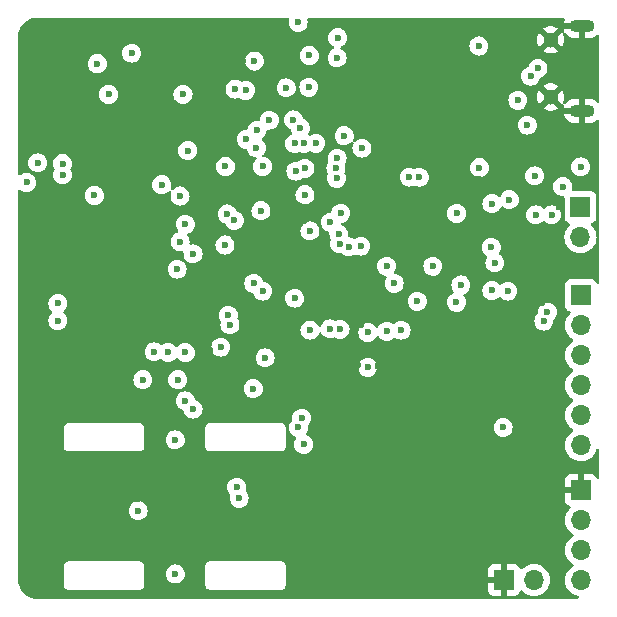
<source format=gbr>
%TF.GenerationSoftware,KiCad,Pcbnew,8.0.6*%
%TF.CreationDate,2025-08-27T22:10:31+02:00*%
%TF.ProjectId,probe,70726f62-652e-46b6-9963-61645f706362,V4-0*%
%TF.SameCoordinates,Original*%
%TF.FileFunction,Copper,L2,Inr*%
%TF.FilePolarity,Positive*%
%FSLAX46Y46*%
G04 Gerber Fmt 4.6, Leading zero omitted, Abs format (unit mm)*
G04 Created by KiCad (PCBNEW 8.0.6) date 2025-08-27 22:10:31*
%MOMM*%
%LPD*%
G01*
G04 APERTURE LIST*
%TA.AperFunction,ComponentPad*%
%ADD10O,2.140000X1.070000*%
%TD*%
%TA.AperFunction,ComponentPad*%
%ADD11C,1.300000*%
%TD*%
%TA.AperFunction,ComponentPad*%
%ADD12R,1.700000X1.700000*%
%TD*%
%TA.AperFunction,ComponentPad*%
%ADD13O,1.700000X1.700000*%
%TD*%
%TA.AperFunction,ViaPad*%
%ADD14C,0.600000*%
%TD*%
%TA.AperFunction,ViaPad*%
%ADD15C,0.800000*%
%TD*%
G04 APERTURE END LIST*
D10*
%TO.N,GND*%
%TO.C,J2*%
X188125000Y-21100000D03*
D11*
X185475000Y-22275000D03*
X185475000Y-27125000D03*
D10*
X188125000Y-28300000D03*
%TD*%
D12*
%TO.N,GND*%
%TO.C,J1*%
X181525000Y-68000000D03*
D13*
%TO.N,9V*%
X184065000Y-68000000D03*
%TD*%
D12*
%TO.N,D+*%
%TO.C,J5*%
X188000000Y-36450000D03*
D13*
%TO.N,D-*%
X188000000Y-38990000D03*
%TD*%
D12*
%TO.N,GND*%
%TO.C,J6*%
X188050000Y-60410000D03*
D13*
%TO.N,RS485_B-*%
X188050000Y-62950000D03*
%TO.N,RS485_A+*%
X188050000Y-65490000D03*
%TO.N,9V*%
X188050000Y-68030000D03*
%TD*%
D12*
%TO.N,/Signal*%
%TO.C,J3*%
X188050000Y-43910000D03*
D13*
%TO.N,/AMP*%
X188050000Y-46450000D03*
%TO.N,/DAC*%
X188050000Y-48990000D03*
%TO.N,/UNB_DAC*%
X188050000Y-51530000D03*
%TO.N,3V3*%
X188050000Y-54070000D03*
%TO.N,5V*%
X188050000Y-56610000D03*
%TD*%
D14*
%TO.N,SDA*%
X158900000Y-60150000D03*
%TO.N,5V*%
X153100000Y-48750000D03*
X155200000Y-53550000D03*
X183500000Y-29500000D03*
X164125000Y-55100000D03*
X154350000Y-26900000D03*
%TO.N,GND*%
X169150000Y-49850000D03*
X186150000Y-36450000D03*
X168450000Y-65300000D03*
X162422880Y-49122880D03*
X148100000Y-29950000D03*
X156812500Y-41450000D03*
X181550000Y-21050000D03*
X169400000Y-46450000D03*
X164350000Y-27850000D03*
X178500000Y-54000000D03*
X155450000Y-33300000D03*
X142500000Y-26850000D03*
X161487500Y-27750000D03*
X170850000Y-49900000D03*
X168600000Y-54450000D03*
X156650000Y-48500000D03*
X161300000Y-38975000D03*
X150300000Y-36350000D03*
X176150000Y-45650000D03*
D15*
X146600000Y-21950000D03*
D14*
X159450000Y-24075000D03*
X184400000Y-51900000D03*
X168450000Y-62700000D03*
X179450000Y-34050000D03*
X149850000Y-44750000D03*
X155950000Y-21150000D03*
X146850000Y-47750000D03*
X184750000Y-44550000D03*
X155850000Y-25050000D03*
X173450000Y-25100000D03*
X174850000Y-38600000D03*
X164600000Y-37600000D03*
X166400000Y-36150000D03*
X150550000Y-61150000D03*
%TO.N,3V3*%
X160350000Y-42900000D03*
X148050000Y-26900000D03*
X185550000Y-37100000D03*
X182700000Y-27400000D03*
X181450000Y-55100000D03*
X164400001Y-54319238D03*
X167400000Y-23800000D03*
X161300000Y-49200000D03*
X160950000Y-36750000D03*
X150550000Y-62150000D03*
X180750000Y-41150000D03*
X171600000Y-41450000D03*
X177500000Y-44500000D03*
X163090380Y-26340380D03*
X164675000Y-35394238D03*
%TO.N,/UNB_DAC*%
X155200000Y-40400000D03*
X160400000Y-24075000D03*
X154100000Y-35500000D03*
%TO.N,/DAC*%
X165000000Y-26300000D03*
X154750000Y-31650000D03*
X161100000Y-33000000D03*
X153850000Y-41700000D03*
X157550000Y-48300000D03*
X154550000Y-37900000D03*
X159700000Y-30700000D03*
%TO.N,/AMP*%
X158086827Y-37025000D03*
X161650000Y-29075793D03*
X141100000Y-34350000D03*
X160300000Y-51800000D03*
X146850000Y-35450000D03*
X153900000Y-51050000D03*
X150950000Y-51050000D03*
X163700000Y-29050000D03*
X163900000Y-33400000D03*
%TO.N,/Signal*%
X179450000Y-33100000D03*
X160600000Y-29950000D03*
X184200000Y-37100000D03*
X144150000Y-32750000D03*
X164279967Y-29725793D03*
X142050000Y-32700000D03*
%TO.N,D+*%
X188019975Y-33030025D03*
X184400000Y-24700000D03*
X174350000Y-33900000D03*
%TO.N,D-*%
X183775000Y-25350000D03*
X173500000Y-33900000D03*
%TO.N,GPIO42*%
X164100000Y-20800000D03*
X179400000Y-22800000D03*
%TO.N,RS485_B-*%
X177867610Y-43036244D03*
X184125000Y-33800000D03*
X185200000Y-45350000D03*
X181850000Y-43550000D03*
%TO.N,RS485_A+*%
X180500000Y-43500000D03*
X186500000Y-34700000D03*
X184900000Y-46100000D03*
X180450000Y-39850000D03*
%TO.N,Au+ Shield*%
X153700000Y-67500000D03*
X172225000Y-42900000D03*
X175500000Y-41450000D03*
X171600000Y-46950000D03*
%TO.N,/Au+*%
X164567525Y-56532475D03*
X165100000Y-46850000D03*
%TO.N,/Au-*%
X154550000Y-48750000D03*
X153700000Y-56150000D03*
X154099999Y-39380763D03*
X154550000Y-52850000D03*
%TO.N,Au- Shield*%
X170000000Y-50000000D03*
X170000000Y-47050000D03*
%TO.N,EN*%
X167450000Y-22100000D03*
X150000000Y-23400000D03*
%TO.N,GPIO0*%
X165050000Y-23600000D03*
X147100000Y-24300000D03*
%TO.N,Net-(U6-NO3)*%
X143750000Y-44600000D03*
X143750000Y-46050000D03*
X144150000Y-33700000D03*
X152550000Y-34550000D03*
%TO.N,SDA*%
X166800000Y-46750000D03*
X158756706Y-26444064D03*
X169500000Y-31450000D03*
%TO.N,SCL*%
X159100000Y-61100000D03*
X167641942Y-46791942D03*
X159650000Y-26550000D03*
X167400000Y-32300000D03*
%TO.N,SW_Au-_SH+*%
X177520000Y-36975000D03*
X174180000Y-44420000D03*
%TO.N,SW_UBD*%
X167545000Y-38750000D03*
X161100000Y-43550000D03*
%TO.N,SW_SGN*%
X169394240Y-39744240D03*
X163800000Y-44150000D03*
%TO.N,SW_AMP*%
X158325361Y-46398152D03*
X168409620Y-39809620D03*
%TO.N,SW_R1_1K*%
X160550000Y-31400000D03*
X164612824Y-31044040D03*
%TO.N,SW_Au-_GND*%
X165100000Y-38450000D03*
X167709620Y-36959620D03*
%TO.N,SW_Au-*%
X167350000Y-34000000D03*
X158686827Y-37563173D03*
%TO.N,SW_Calib*%
X168000000Y-30400000D03*
X163800000Y-31050000D03*
%TO.N,SW_Au+*%
X164675000Y-33150000D03*
X167300000Y-33150000D03*
%TO.N,SW_Au+_GND*%
X157900000Y-39650000D03*
X166831942Y-37718058D03*
%TO.N,SW_Au-_SH-*%
X181975000Y-35800000D03*
X180500000Y-36150000D03*
%TO.N,SW_R1_10K*%
X165597077Y-31044040D03*
X157944930Y-33000000D03*
%TO.N,SW_DAC*%
X158190380Y-45609620D03*
X167600000Y-39550000D03*
%TO.N,Net-(U10-COM1)*%
X172814690Y-46862500D03*
X151900000Y-48700000D03*
%TD*%
%TA.AperFunction,Conductor*%
%TO.N,GND*%
G36*
X163283976Y-20420185D02*
G01*
X163329731Y-20472989D01*
X163339675Y-20542147D01*
X163333978Y-20565455D01*
X163314633Y-20620737D01*
X163314630Y-20620750D01*
X163294435Y-20799996D01*
X163294435Y-20800003D01*
X163314630Y-20979249D01*
X163314631Y-20979254D01*
X163374211Y-21149523D01*
X163431784Y-21241149D01*
X163470184Y-21302262D01*
X163597738Y-21429816D01*
X163661983Y-21470184D01*
X163703893Y-21496518D01*
X163750478Y-21525789D01*
X163920745Y-21585368D01*
X163920750Y-21585369D01*
X164099996Y-21605565D01*
X164100000Y-21605565D01*
X164100004Y-21605565D01*
X164279249Y-21585369D01*
X164279252Y-21585368D01*
X164279255Y-21585368D01*
X164449522Y-21525789D01*
X164602262Y-21429816D01*
X164729816Y-21302262D01*
X164825789Y-21149522D01*
X164885368Y-20979255D01*
X164885960Y-20974000D01*
X164905565Y-20800003D01*
X164905565Y-20799996D01*
X164885369Y-20620750D01*
X164885366Y-20620737D01*
X164866022Y-20565455D01*
X164862460Y-20495676D01*
X164897188Y-20435049D01*
X164959182Y-20402821D01*
X164983063Y-20400500D01*
X186580619Y-20400500D01*
X186647658Y-20420185D01*
X186693413Y-20472989D01*
X186703357Y-20542147D01*
X186683721Y-20593391D01*
X186672798Y-20609737D01*
X186672793Y-20609747D01*
X186594774Y-20798101D01*
X186594772Y-20798109D01*
X186584450Y-20849999D01*
X186584450Y-20850000D01*
X187675272Y-20850000D01*
X187583386Y-20888060D01*
X187513060Y-20958386D01*
X187475000Y-21050272D01*
X187475000Y-21149728D01*
X187513060Y-21241614D01*
X187583386Y-21311940D01*
X187675272Y-21350000D01*
X186584450Y-21350000D01*
X186594772Y-21401890D01*
X186594774Y-21401898D01*
X186633967Y-21496518D01*
X186641436Y-21565988D01*
X186610161Y-21628467D01*
X186550072Y-21664119D01*
X186480247Y-21661625D01*
X186473831Y-21657170D01*
X186448162Y-21655389D01*
X185828553Y-22274999D01*
X185828553Y-22275000D01*
X186448162Y-22894609D01*
X186448163Y-22894609D01*
X186456940Y-22882988D01*
X186456942Y-22882985D01*
X186551933Y-22692216D01*
X186551943Y-22692191D01*
X186610261Y-22487219D01*
X186610262Y-22487216D01*
X186629927Y-22275000D01*
X186629927Y-22274999D01*
X186610262Y-22062783D01*
X186610261Y-22062780D01*
X186551941Y-21857803D01*
X186551935Y-21857789D01*
X186544467Y-21842791D01*
X186532204Y-21774005D01*
X186559077Y-21709510D01*
X186616552Y-21669781D01*
X186686382Y-21667433D01*
X186746397Y-21703210D01*
X186758568Y-21718626D01*
X186786062Y-21759773D01*
X186786065Y-21759777D01*
X186930222Y-21903934D01*
X186930226Y-21903937D01*
X187099737Y-22017201D01*
X187099747Y-22017206D01*
X187288101Y-22095225D01*
X187288109Y-22095227D01*
X187488056Y-22134999D01*
X187488060Y-22135000D01*
X187875000Y-22135000D01*
X187875000Y-21350000D01*
X188375000Y-21350000D01*
X188375000Y-22135000D01*
X188761940Y-22135000D01*
X188761943Y-22134999D01*
X188961890Y-22095227D01*
X188961898Y-22095225D01*
X189150252Y-22017206D01*
X189150262Y-22017201D01*
X189319773Y-21903937D01*
X189319777Y-21903934D01*
X189387819Y-21835893D01*
X189449142Y-21802408D01*
X189518834Y-21807392D01*
X189574767Y-21849264D01*
X189599184Y-21914728D01*
X189599500Y-21923574D01*
X189599500Y-27476426D01*
X189579815Y-27543465D01*
X189527011Y-27589220D01*
X189457853Y-27599164D01*
X189394297Y-27570139D01*
X189387819Y-27564107D01*
X189319777Y-27496065D01*
X189319773Y-27496062D01*
X189150262Y-27382798D01*
X189150252Y-27382793D01*
X188961898Y-27304774D01*
X188961890Y-27304772D01*
X188761943Y-27265000D01*
X188375000Y-27265000D01*
X188375000Y-28050000D01*
X187875000Y-28050000D01*
X187875000Y-27265000D01*
X187488056Y-27265000D01*
X187288109Y-27304772D01*
X187288101Y-27304774D01*
X187099747Y-27382793D01*
X187099737Y-27382798D01*
X186930226Y-27496062D01*
X186930222Y-27496065D01*
X186786065Y-27640222D01*
X186786060Y-27640229D01*
X186758567Y-27681374D01*
X186704954Y-27726179D01*
X186635629Y-27734885D01*
X186572602Y-27704729D01*
X186535884Y-27645286D01*
X186537132Y-27575427D01*
X186544468Y-27557206D01*
X186551935Y-27542209D01*
X186551941Y-27542196D01*
X186610261Y-27337219D01*
X186610262Y-27337216D01*
X186629927Y-27125000D01*
X186629927Y-27124999D01*
X186610262Y-26912783D01*
X186610261Y-26912780D01*
X186551941Y-26707803D01*
X186551933Y-26707783D01*
X186456942Y-26517014D01*
X186456937Y-26517006D01*
X186448163Y-26505389D01*
X185828553Y-27124999D01*
X185828553Y-27125000D01*
X186448162Y-27744609D01*
X186472131Y-27742946D01*
X186476569Y-27739654D01*
X186546281Y-27734964D01*
X186607462Y-27768709D01*
X186640687Y-27830173D01*
X186635407Y-27899843D01*
X186633971Y-27903470D01*
X186594775Y-27998097D01*
X186594772Y-27998109D01*
X186584450Y-28049999D01*
X186584450Y-28050000D01*
X187675272Y-28050000D01*
X187583386Y-28088060D01*
X187513060Y-28158386D01*
X187475000Y-28250272D01*
X187475000Y-28349728D01*
X187513060Y-28441614D01*
X187583386Y-28511940D01*
X187675272Y-28550000D01*
X186584450Y-28550000D01*
X186594772Y-28601890D01*
X186594774Y-28601898D01*
X186672793Y-28790252D01*
X186672798Y-28790262D01*
X186786062Y-28959773D01*
X186786065Y-28959777D01*
X186930222Y-29103934D01*
X186930226Y-29103937D01*
X187099737Y-29217201D01*
X187099747Y-29217206D01*
X187288101Y-29295225D01*
X187288109Y-29295227D01*
X187488056Y-29334999D01*
X187488060Y-29335000D01*
X187875000Y-29335000D01*
X187875000Y-28550000D01*
X188375000Y-28550000D01*
X188375000Y-29335000D01*
X188761940Y-29335000D01*
X188761943Y-29334999D01*
X188961890Y-29295227D01*
X188961898Y-29295225D01*
X189150252Y-29217206D01*
X189150262Y-29217201D01*
X189319773Y-29103937D01*
X189319777Y-29103934D01*
X189387819Y-29035893D01*
X189449142Y-29002408D01*
X189518834Y-29007392D01*
X189574767Y-29049264D01*
X189599184Y-29114728D01*
X189599500Y-29123574D01*
X189599500Y-38937050D01*
X189583281Y-38992284D01*
X189597069Y-39018517D01*
X189599500Y-39042949D01*
X189599500Y-42815951D01*
X189579815Y-42882990D01*
X189527011Y-42928745D01*
X189457853Y-42938689D01*
X189394297Y-42909664D01*
X189359318Y-42859284D01*
X189343797Y-42817671D01*
X189343793Y-42817664D01*
X189257547Y-42702455D01*
X189257544Y-42702452D01*
X189142335Y-42616206D01*
X189142328Y-42616202D01*
X189007482Y-42565908D01*
X189007483Y-42565908D01*
X188947883Y-42559501D01*
X188947881Y-42559500D01*
X188947873Y-42559500D01*
X188947864Y-42559500D01*
X187152129Y-42559500D01*
X187152123Y-42559501D01*
X187092516Y-42565908D01*
X186957671Y-42616202D01*
X186957664Y-42616206D01*
X186842455Y-42702452D01*
X186842452Y-42702455D01*
X186756206Y-42817664D01*
X186756202Y-42817671D01*
X186705908Y-42952517D01*
X186699501Y-43012116D01*
X186699500Y-43012135D01*
X186699500Y-44807870D01*
X186699501Y-44807876D01*
X186705908Y-44867483D01*
X186756202Y-45002328D01*
X186756206Y-45002335D01*
X186842452Y-45117544D01*
X186842455Y-45117547D01*
X186957664Y-45203793D01*
X186957671Y-45203797D01*
X187089081Y-45252810D01*
X187145015Y-45294681D01*
X187169432Y-45360145D01*
X187154580Y-45428418D01*
X187133430Y-45456673D01*
X187011503Y-45578600D01*
X186875965Y-45772169D01*
X186875964Y-45772171D01*
X186776098Y-45986335D01*
X186776094Y-45986344D01*
X186714938Y-46214586D01*
X186714936Y-46214596D01*
X186694341Y-46449999D01*
X186694341Y-46450000D01*
X186714936Y-46685403D01*
X186714938Y-46685413D01*
X186776094Y-46913655D01*
X186776096Y-46913659D01*
X186776097Y-46913663D01*
X186835878Y-47041864D01*
X186875965Y-47127830D01*
X186875967Y-47127834D01*
X187011501Y-47321395D01*
X187011506Y-47321402D01*
X187178597Y-47488493D01*
X187178603Y-47488498D01*
X187364158Y-47618425D01*
X187407783Y-47673002D01*
X187414977Y-47742500D01*
X187383454Y-47804855D01*
X187364158Y-47821575D01*
X187178597Y-47951505D01*
X187011505Y-48118597D01*
X186875965Y-48312169D01*
X186875964Y-48312171D01*
X186776098Y-48526335D01*
X186776094Y-48526344D01*
X186714938Y-48754586D01*
X186714936Y-48754596D01*
X186694341Y-48989999D01*
X186694341Y-48990000D01*
X186714936Y-49225403D01*
X186714938Y-49225413D01*
X186776094Y-49453655D01*
X186776096Y-49453659D01*
X186776097Y-49453663D01*
X186823615Y-49555565D01*
X186875965Y-49667830D01*
X186875967Y-49667834D01*
X187011501Y-49861395D01*
X187011506Y-49861402D01*
X187178597Y-50028493D01*
X187178603Y-50028498D01*
X187364158Y-50158425D01*
X187407783Y-50213002D01*
X187414977Y-50282500D01*
X187383454Y-50344855D01*
X187364158Y-50361575D01*
X187178597Y-50491505D01*
X187011505Y-50658597D01*
X186875965Y-50852169D01*
X186875964Y-50852171D01*
X186776098Y-51066335D01*
X186776094Y-51066344D01*
X186714938Y-51294586D01*
X186714936Y-51294596D01*
X186694341Y-51529999D01*
X186694341Y-51530000D01*
X186714936Y-51765403D01*
X186714938Y-51765413D01*
X186776094Y-51993655D01*
X186776096Y-51993659D01*
X186776097Y-51993663D01*
X186848776Y-52149523D01*
X186875965Y-52207830D01*
X186875967Y-52207834D01*
X187011501Y-52401395D01*
X187011506Y-52401402D01*
X187178597Y-52568493D01*
X187178603Y-52568498D01*
X187364158Y-52698425D01*
X187407783Y-52753002D01*
X187414977Y-52822500D01*
X187383454Y-52884855D01*
X187364158Y-52901575D01*
X187178597Y-53031505D01*
X187011505Y-53198597D01*
X186875965Y-53392169D01*
X186875964Y-53392171D01*
X186776098Y-53606335D01*
X186776094Y-53606344D01*
X186714938Y-53834586D01*
X186714936Y-53834596D01*
X186694341Y-54069999D01*
X186694341Y-54070000D01*
X186714936Y-54305403D01*
X186714938Y-54305413D01*
X186776094Y-54533655D01*
X186776096Y-54533659D01*
X186776097Y-54533663D01*
X186865086Y-54724500D01*
X186875965Y-54747830D01*
X186875967Y-54747834D01*
X186927547Y-54821497D01*
X186997041Y-54920745D01*
X187011501Y-54941395D01*
X187011506Y-54941402D01*
X187178597Y-55108493D01*
X187178603Y-55108498D01*
X187364158Y-55238425D01*
X187407783Y-55293002D01*
X187414977Y-55362500D01*
X187383454Y-55424855D01*
X187364158Y-55441575D01*
X187178597Y-55571505D01*
X187011505Y-55738597D01*
X186875965Y-55932169D01*
X186875964Y-55932171D01*
X186776098Y-56146335D01*
X186776094Y-56146344D01*
X186714938Y-56374586D01*
X186714936Y-56374596D01*
X186694341Y-56609999D01*
X186694341Y-56610000D01*
X186714936Y-56845403D01*
X186714938Y-56845413D01*
X186776094Y-57073655D01*
X186776096Y-57073659D01*
X186776097Y-57073663D01*
X186800269Y-57125499D01*
X186875965Y-57287830D01*
X186875967Y-57287834D01*
X186911122Y-57338040D01*
X187011505Y-57481401D01*
X187178599Y-57648495D01*
X187275384Y-57716265D01*
X187372165Y-57784032D01*
X187372167Y-57784033D01*
X187372170Y-57784035D01*
X187586337Y-57883903D01*
X187814592Y-57945063D01*
X188002918Y-57961539D01*
X188049999Y-57965659D01*
X188050000Y-57965659D01*
X188050001Y-57965659D01*
X188089234Y-57962226D01*
X188285408Y-57945063D01*
X188513663Y-57883903D01*
X188727830Y-57784035D01*
X188921401Y-57648495D01*
X189088495Y-57481401D01*
X189224035Y-57287830D01*
X189323903Y-57073663D01*
X189355725Y-56954899D01*
X189392090Y-56895240D01*
X189454936Y-56864710D01*
X189524312Y-56873004D01*
X189578190Y-56917489D01*
X189599465Y-56984041D01*
X189599500Y-56986993D01*
X189599500Y-59317381D01*
X189579815Y-59384420D01*
X189527011Y-59430175D01*
X189457853Y-59440119D01*
X189394297Y-59411094D01*
X189359318Y-59360714D01*
X189343354Y-59317913D01*
X189343350Y-59317906D01*
X189257190Y-59202812D01*
X189257187Y-59202809D01*
X189142093Y-59116649D01*
X189142086Y-59116645D01*
X189007379Y-59066403D01*
X189007372Y-59066401D01*
X188947844Y-59060000D01*
X188300000Y-59060000D01*
X188300000Y-59976988D01*
X188242993Y-59944075D01*
X188115826Y-59910000D01*
X187984174Y-59910000D01*
X187857007Y-59944075D01*
X187800000Y-59976988D01*
X187800000Y-59060000D01*
X187152155Y-59060000D01*
X187092627Y-59066401D01*
X187092620Y-59066403D01*
X186957913Y-59116645D01*
X186957906Y-59116649D01*
X186842812Y-59202809D01*
X186842809Y-59202812D01*
X186756649Y-59317906D01*
X186756645Y-59317913D01*
X186706403Y-59452620D01*
X186706401Y-59452627D01*
X186700000Y-59512155D01*
X186700000Y-60160000D01*
X187616988Y-60160000D01*
X187584075Y-60217007D01*
X187550000Y-60344174D01*
X187550000Y-60475826D01*
X187584075Y-60602993D01*
X187616988Y-60660000D01*
X186700000Y-60660000D01*
X186700000Y-61307844D01*
X186706401Y-61367372D01*
X186706403Y-61367379D01*
X186756645Y-61502086D01*
X186756649Y-61502093D01*
X186842809Y-61617187D01*
X186842812Y-61617190D01*
X186957906Y-61703350D01*
X186957913Y-61703354D01*
X187089470Y-61752421D01*
X187145403Y-61794292D01*
X187169821Y-61859756D01*
X187154970Y-61928029D01*
X187133819Y-61956284D01*
X187011503Y-62078600D01*
X186875965Y-62272169D01*
X186875964Y-62272171D01*
X186776098Y-62486335D01*
X186776094Y-62486344D01*
X186714938Y-62714586D01*
X186714936Y-62714596D01*
X186694341Y-62949999D01*
X186694341Y-62950000D01*
X186714936Y-63185403D01*
X186714938Y-63185413D01*
X186776094Y-63413655D01*
X186776096Y-63413659D01*
X186776097Y-63413663D01*
X186875965Y-63627830D01*
X186875967Y-63627834D01*
X187011501Y-63821395D01*
X187011506Y-63821402D01*
X187178597Y-63988493D01*
X187178603Y-63988498D01*
X187364158Y-64118425D01*
X187407783Y-64173002D01*
X187414977Y-64242500D01*
X187383454Y-64304855D01*
X187364158Y-64321575D01*
X187178597Y-64451505D01*
X187011505Y-64618597D01*
X186875965Y-64812169D01*
X186875964Y-64812171D01*
X186776098Y-65026335D01*
X186776094Y-65026344D01*
X186714938Y-65254586D01*
X186714936Y-65254596D01*
X186694341Y-65489999D01*
X186694341Y-65490000D01*
X186714936Y-65725403D01*
X186714938Y-65725413D01*
X186776094Y-65953655D01*
X186776096Y-65953659D01*
X186776097Y-65953663D01*
X186875965Y-66167830D01*
X186875967Y-66167834D01*
X187011501Y-66361395D01*
X187011506Y-66361402D01*
X187178597Y-66528493D01*
X187178603Y-66528498D01*
X187364158Y-66658425D01*
X187407783Y-66713002D01*
X187414977Y-66782500D01*
X187383454Y-66844855D01*
X187364158Y-66861575D01*
X187178597Y-66991505D01*
X187011505Y-67158597D01*
X186875965Y-67352169D01*
X186875964Y-67352171D01*
X186776098Y-67566335D01*
X186776094Y-67566344D01*
X186714938Y-67794586D01*
X186714936Y-67794596D01*
X186694341Y-68029999D01*
X186694341Y-68030000D01*
X186714936Y-68265403D01*
X186714938Y-68265413D01*
X186776094Y-68493655D01*
X186776096Y-68493659D01*
X186776097Y-68493663D01*
X186816164Y-68579586D01*
X186875965Y-68707830D01*
X186875967Y-68707834D01*
X186958358Y-68825499D01*
X187011505Y-68901401D01*
X187178599Y-69068495D01*
X187275384Y-69136265D01*
X187372165Y-69204032D01*
X187372167Y-69204033D01*
X187372170Y-69204035D01*
X187586337Y-69303903D01*
X187779495Y-69355659D01*
X187779742Y-69355725D01*
X187839403Y-69392090D01*
X187869932Y-69454936D01*
X187861638Y-69524312D01*
X187817152Y-69578190D01*
X187750601Y-69599465D01*
X187747649Y-69599500D01*
X184117950Y-69599500D01*
X184062714Y-69583280D01*
X184036482Y-69597069D01*
X184012050Y-69599500D01*
X142004428Y-69599500D01*
X141995582Y-69599184D01*
X141966011Y-69597069D01*
X141781211Y-69583851D01*
X141763700Y-69581333D01*
X141558039Y-69536595D01*
X141541063Y-69531611D01*
X141343849Y-69458053D01*
X141327757Y-69450703D01*
X141143031Y-69349836D01*
X141128146Y-69340271D01*
X141121186Y-69335061D01*
X140959646Y-69214133D01*
X140946276Y-69202547D01*
X140797452Y-69053723D01*
X140785866Y-69040353D01*
X140659724Y-68871848D01*
X140650163Y-68856968D01*
X140549296Y-68672242D01*
X140541946Y-68656150D01*
X140513389Y-68579586D01*
X140468385Y-68458928D01*
X140463406Y-68441969D01*
X140418665Y-68236296D01*
X140416148Y-68218787D01*
X140400816Y-68004418D01*
X140400500Y-67995572D01*
X140400500Y-66772273D01*
X144249500Y-66772273D01*
X144249500Y-68372273D01*
X144249500Y-68477727D01*
X144276793Y-68579587D01*
X144329520Y-68670913D01*
X144404087Y-68745480D01*
X144495413Y-68798207D01*
X144597273Y-68825500D01*
X144597275Y-68825500D01*
X150702725Y-68825500D01*
X150702727Y-68825500D01*
X150804587Y-68798207D01*
X150895913Y-68745480D01*
X150970480Y-68670913D01*
X151023207Y-68579587D01*
X151050500Y-68477727D01*
X151050500Y-67499996D01*
X152894435Y-67499996D01*
X152894435Y-67500003D01*
X152914630Y-67679249D01*
X152914631Y-67679254D01*
X152974211Y-67849523D01*
X153027401Y-67934174D01*
X153070184Y-68002262D01*
X153197738Y-68129816D01*
X153222228Y-68145204D01*
X153298283Y-68192993D01*
X153350478Y-68225789D01*
X153463703Y-68265408D01*
X153520745Y-68285368D01*
X153520750Y-68285369D01*
X153699996Y-68305565D01*
X153700000Y-68305565D01*
X153700004Y-68305565D01*
X153879249Y-68285369D01*
X153879252Y-68285368D01*
X153879255Y-68285368D01*
X154049522Y-68225789D01*
X154202262Y-68129816D01*
X154329816Y-68002262D01*
X154425789Y-67849522D01*
X154485368Y-67679255D01*
X154505565Y-67500000D01*
X154485528Y-67322169D01*
X154485369Y-67320750D01*
X154485368Y-67320745D01*
X154452040Y-67225500D01*
X154425789Y-67150478D01*
X154412041Y-67128599D01*
X154375502Y-67070447D01*
X154329816Y-66997738D01*
X154202262Y-66870184D01*
X154161951Y-66844855D01*
X154049523Y-66774211D01*
X154043985Y-66772273D01*
X156249500Y-66772273D01*
X156249500Y-68372273D01*
X156249500Y-68477727D01*
X156276793Y-68579587D01*
X156329520Y-68670913D01*
X156404087Y-68745480D01*
X156495413Y-68798207D01*
X156597273Y-68825500D01*
X156597275Y-68825500D01*
X162702725Y-68825500D01*
X162702727Y-68825500D01*
X162804587Y-68798207D01*
X162895913Y-68745480D01*
X162970480Y-68670913D01*
X163023207Y-68579587D01*
X163050500Y-68477727D01*
X163050500Y-67102155D01*
X180175000Y-67102155D01*
X180175000Y-67750000D01*
X181091988Y-67750000D01*
X181059075Y-67807007D01*
X181025000Y-67934174D01*
X181025000Y-68065826D01*
X181059075Y-68192993D01*
X181091988Y-68250000D01*
X180175000Y-68250000D01*
X180175000Y-68897844D01*
X180181401Y-68957372D01*
X180181403Y-68957379D01*
X180231645Y-69092086D01*
X180231649Y-69092093D01*
X180317809Y-69207187D01*
X180317812Y-69207190D01*
X180432906Y-69293350D01*
X180432913Y-69293354D01*
X180567620Y-69343596D01*
X180567627Y-69343598D01*
X180627155Y-69349999D01*
X180627172Y-69350000D01*
X181275000Y-69350000D01*
X181275000Y-68433012D01*
X181332007Y-68465925D01*
X181459174Y-68500000D01*
X181590826Y-68500000D01*
X181717993Y-68465925D01*
X181775000Y-68433012D01*
X181775000Y-69350000D01*
X182422828Y-69350000D01*
X182422844Y-69349999D01*
X182482372Y-69343598D01*
X182482379Y-69343596D01*
X182617086Y-69293354D01*
X182617093Y-69293350D01*
X182732187Y-69207190D01*
X182732190Y-69207187D01*
X182818350Y-69092093D01*
X182818354Y-69092086D01*
X182867422Y-68960529D01*
X182909293Y-68904595D01*
X182974757Y-68880178D01*
X183043030Y-68895030D01*
X183071285Y-68916181D01*
X183193599Y-69038495D01*
X183236448Y-69068498D01*
X183387165Y-69174032D01*
X183387167Y-69174033D01*
X183387170Y-69174035D01*
X183601337Y-69273903D01*
X183829592Y-69335063D01*
X184000319Y-69350000D01*
X184022858Y-69351972D01*
X184064655Y-69368322D01*
X184083015Y-69356523D01*
X184107142Y-69351972D01*
X184129681Y-69350000D01*
X184300408Y-69335063D01*
X184528663Y-69273903D01*
X184742830Y-69174035D01*
X184936401Y-69038495D01*
X185103495Y-68871401D01*
X185239035Y-68677830D01*
X185338903Y-68463663D01*
X185400063Y-68235408D01*
X185420659Y-68000000D01*
X185400063Y-67764592D01*
X185338903Y-67536337D01*
X185239035Y-67322171D01*
X185124502Y-67158599D01*
X185103494Y-67128597D01*
X184936402Y-66961506D01*
X184936395Y-66961501D01*
X184742834Y-66825967D01*
X184742830Y-66825965D01*
X184649619Y-66782500D01*
X184528663Y-66726097D01*
X184528659Y-66726096D01*
X184528655Y-66726094D01*
X184300413Y-66664938D01*
X184300403Y-66664936D01*
X184065001Y-66644341D01*
X184064999Y-66644341D01*
X183829596Y-66664936D01*
X183829586Y-66664938D01*
X183601344Y-66726094D01*
X183601335Y-66726098D01*
X183387171Y-66825964D01*
X183387169Y-66825965D01*
X183193600Y-66961503D01*
X183071284Y-67083819D01*
X183009961Y-67117303D01*
X182940269Y-67112319D01*
X182884336Y-67070447D01*
X182867421Y-67039470D01*
X182818354Y-66907913D01*
X182818350Y-66907906D01*
X182732190Y-66792812D01*
X182732187Y-66792809D01*
X182617093Y-66706649D01*
X182617086Y-66706645D01*
X182482379Y-66656403D01*
X182482372Y-66656401D01*
X182422844Y-66650000D01*
X181775000Y-66650000D01*
X181775000Y-67566988D01*
X181717993Y-67534075D01*
X181590826Y-67500000D01*
X181459174Y-67500000D01*
X181332007Y-67534075D01*
X181275000Y-67566988D01*
X181275000Y-66650000D01*
X180627155Y-66650000D01*
X180567627Y-66656401D01*
X180567620Y-66656403D01*
X180432913Y-66706645D01*
X180432906Y-66706649D01*
X180317812Y-66792809D01*
X180317809Y-66792812D01*
X180231649Y-66907906D01*
X180231645Y-66907913D01*
X180181403Y-67042620D01*
X180181401Y-67042627D01*
X180175000Y-67102155D01*
X163050500Y-67102155D01*
X163050500Y-66772273D01*
X163023207Y-66670413D01*
X162970480Y-66579087D01*
X162895913Y-66504520D01*
X162804587Y-66451793D01*
X162702727Y-66424500D01*
X156702727Y-66424500D01*
X156597273Y-66424500D01*
X156495413Y-66451793D01*
X156495410Y-66451794D01*
X156404085Y-66504521D01*
X156329521Y-66579085D01*
X156276794Y-66670410D01*
X156276793Y-66670413D01*
X156249500Y-66772273D01*
X154043985Y-66772273D01*
X153879254Y-66714631D01*
X153879249Y-66714630D01*
X153700004Y-66694435D01*
X153699996Y-66694435D01*
X153520750Y-66714630D01*
X153520745Y-66714631D01*
X153350476Y-66774211D01*
X153197737Y-66870184D01*
X153070184Y-66997737D01*
X152974211Y-67150476D01*
X152914631Y-67320745D01*
X152914630Y-67320750D01*
X152894435Y-67499996D01*
X151050500Y-67499996D01*
X151050500Y-66772273D01*
X151023207Y-66670413D01*
X150970480Y-66579087D01*
X150895913Y-66504520D01*
X150804587Y-66451793D01*
X150702727Y-66424500D01*
X144702727Y-66424500D01*
X144597273Y-66424500D01*
X144495413Y-66451793D01*
X144495410Y-66451794D01*
X144404085Y-66504521D01*
X144329521Y-66579085D01*
X144276794Y-66670410D01*
X144276793Y-66670413D01*
X144249500Y-66772273D01*
X140400500Y-66772273D01*
X140400500Y-62149996D01*
X149744435Y-62149996D01*
X149744435Y-62150003D01*
X149764630Y-62329249D01*
X149764631Y-62329254D01*
X149824211Y-62499523D01*
X149920184Y-62652262D01*
X150047738Y-62779816D01*
X150200478Y-62875789D01*
X150370745Y-62935368D01*
X150370750Y-62935369D01*
X150549996Y-62955565D01*
X150550000Y-62955565D01*
X150550004Y-62955565D01*
X150729249Y-62935369D01*
X150729252Y-62935368D01*
X150729255Y-62935368D01*
X150899522Y-62875789D01*
X151052262Y-62779816D01*
X151179816Y-62652262D01*
X151275789Y-62499522D01*
X151335368Y-62329255D01*
X151355565Y-62150000D01*
X151347520Y-62078600D01*
X151335369Y-61970750D01*
X151335368Y-61970745D01*
X151314639Y-61911505D01*
X151275789Y-61800478D01*
X151260386Y-61775965D01*
X151179815Y-61647737D01*
X151052262Y-61520184D01*
X150899523Y-61424211D01*
X150729254Y-61364631D01*
X150729249Y-61364630D01*
X150550004Y-61344435D01*
X150549996Y-61344435D01*
X150370750Y-61364630D01*
X150370745Y-61364631D01*
X150200476Y-61424211D01*
X150047737Y-61520184D01*
X149920184Y-61647737D01*
X149824211Y-61800476D01*
X149764631Y-61970745D01*
X149764630Y-61970750D01*
X149744435Y-62149996D01*
X140400500Y-62149996D01*
X140400500Y-60149996D01*
X158094435Y-60149996D01*
X158094435Y-60150003D01*
X158114630Y-60329249D01*
X158114631Y-60329254D01*
X158174211Y-60499523D01*
X158270184Y-60652262D01*
X158317610Y-60699688D01*
X158351095Y-60761011D01*
X158346971Y-60828323D01*
X158314631Y-60920747D01*
X158294435Y-61099996D01*
X158294435Y-61100003D01*
X158314630Y-61279249D01*
X158314631Y-61279254D01*
X158374211Y-61449523D01*
X158407573Y-61502618D01*
X158470184Y-61602262D01*
X158597738Y-61729816D01*
X158660635Y-61769337D01*
X158749653Y-61825271D01*
X158750478Y-61825789D01*
X158847550Y-61859756D01*
X158920745Y-61885368D01*
X158920750Y-61885369D01*
X159099996Y-61905565D01*
X159100000Y-61905565D01*
X159100004Y-61905565D01*
X159279249Y-61885369D01*
X159279252Y-61885368D01*
X159279255Y-61885368D01*
X159449522Y-61825789D01*
X159602262Y-61729816D01*
X159729816Y-61602262D01*
X159825789Y-61449522D01*
X159885368Y-61279255D01*
X159905565Y-61100000D01*
X159885368Y-60920745D01*
X159825789Y-60750478D01*
X159793875Y-60699688D01*
X159764076Y-60652262D01*
X159729816Y-60597738D01*
X159682388Y-60550310D01*
X159648903Y-60488987D01*
X159653027Y-60421677D01*
X159685368Y-60329255D01*
X159698015Y-60217007D01*
X159705565Y-60150003D01*
X159705565Y-60149996D01*
X159685369Y-59970750D01*
X159685368Y-59970745D01*
X159625788Y-59800476D01*
X159529815Y-59647737D01*
X159402262Y-59520184D01*
X159249523Y-59424211D01*
X159079254Y-59364631D01*
X159079249Y-59364630D01*
X158900004Y-59344435D01*
X158899996Y-59344435D01*
X158720750Y-59364630D01*
X158720745Y-59364631D01*
X158550476Y-59424211D01*
X158397737Y-59520184D01*
X158270184Y-59647737D01*
X158174211Y-59800476D01*
X158114631Y-59970745D01*
X158114630Y-59970750D01*
X158094435Y-60149996D01*
X140400500Y-60149996D01*
X140400500Y-55072273D01*
X144249500Y-55072273D01*
X144249500Y-56672273D01*
X144249500Y-56777727D01*
X144276793Y-56879587D01*
X144329520Y-56970913D01*
X144404087Y-57045480D01*
X144495413Y-57098207D01*
X144597273Y-57125500D01*
X144597275Y-57125500D01*
X150702725Y-57125500D01*
X150702727Y-57125500D01*
X150804587Y-57098207D01*
X150895913Y-57045480D01*
X150970480Y-56970913D01*
X151023207Y-56879587D01*
X151050500Y-56777727D01*
X151050500Y-56149996D01*
X152894435Y-56149996D01*
X152894435Y-56150003D01*
X152914630Y-56329249D01*
X152914631Y-56329254D01*
X152974211Y-56499523D01*
X153043628Y-56609999D01*
X153070184Y-56652262D01*
X153197738Y-56779816D01*
X153288080Y-56836582D01*
X153346045Y-56873004D01*
X153350478Y-56875789D01*
X153406066Y-56895240D01*
X153520745Y-56935368D01*
X153520750Y-56935369D01*
X153699996Y-56955565D01*
X153700000Y-56955565D01*
X153700004Y-56955565D01*
X153879249Y-56935369D01*
X153879252Y-56935368D01*
X153879255Y-56935368D01*
X154049522Y-56875789D01*
X154202262Y-56779816D01*
X154329816Y-56652262D01*
X154425789Y-56499522D01*
X154485368Y-56329255D01*
X154488659Y-56300045D01*
X154505565Y-56150003D01*
X154505565Y-56149996D01*
X154485369Y-55970750D01*
X154485368Y-55970745D01*
X154471870Y-55932169D01*
X154425789Y-55800478D01*
X154329816Y-55647738D01*
X154202262Y-55520184D01*
X154049523Y-55424211D01*
X153879254Y-55364631D01*
X153879249Y-55364630D01*
X153700004Y-55344435D01*
X153699996Y-55344435D01*
X153520750Y-55364630D01*
X153520745Y-55364631D01*
X153350476Y-55424211D01*
X153197737Y-55520184D01*
X153070184Y-55647737D01*
X152974211Y-55800476D01*
X152914631Y-55970745D01*
X152914630Y-55970750D01*
X152894435Y-56149996D01*
X151050500Y-56149996D01*
X151050500Y-55072273D01*
X156249500Y-55072273D01*
X156249500Y-56672273D01*
X156249500Y-56777727D01*
X156276793Y-56879587D01*
X156329520Y-56970913D01*
X156404087Y-57045480D01*
X156495413Y-57098207D01*
X156597273Y-57125500D01*
X156597275Y-57125500D01*
X162702725Y-57125500D01*
X162702727Y-57125500D01*
X162804587Y-57098207D01*
X162895913Y-57045480D01*
X162970480Y-56970913D01*
X163023207Y-56879587D01*
X163050500Y-56777727D01*
X163050500Y-55099996D01*
X163319435Y-55099996D01*
X163319435Y-55100003D01*
X163339630Y-55279249D01*
X163339631Y-55279254D01*
X163399211Y-55449523D01*
X163494030Y-55600425D01*
X163495184Y-55602262D01*
X163622738Y-55729816D01*
X163775478Y-55825789D01*
X163867000Y-55857814D01*
X163923775Y-55898534D01*
X163949523Y-55963487D01*
X163936067Y-56032049D01*
X163931039Y-56040827D01*
X163841736Y-56182951D01*
X163782156Y-56353220D01*
X163782155Y-56353225D01*
X163761960Y-56532471D01*
X163761960Y-56532478D01*
X163782155Y-56711724D01*
X163782156Y-56711729D01*
X163841736Y-56881998D01*
X163907709Y-56986993D01*
X163937709Y-57034737D01*
X164065263Y-57162291D01*
X164218003Y-57258264D01*
X164388270Y-57317843D01*
X164388275Y-57317844D01*
X164567521Y-57338040D01*
X164567525Y-57338040D01*
X164567529Y-57338040D01*
X164746774Y-57317844D01*
X164746777Y-57317843D01*
X164746780Y-57317843D01*
X164917047Y-57258264D01*
X165069787Y-57162291D01*
X165197341Y-57034737D01*
X165293314Y-56881997D01*
X165352893Y-56711730D01*
X165357339Y-56672273D01*
X165373090Y-56532478D01*
X165373090Y-56532471D01*
X165352894Y-56353225D01*
X165352893Y-56353220D01*
X165334286Y-56300045D01*
X165293314Y-56182953D01*
X165197341Y-56030213D01*
X165069787Y-55902659D01*
X164998415Y-55857813D01*
X164917046Y-55806685D01*
X164825525Y-55774661D01*
X164768749Y-55733939D01*
X164743001Y-55668987D01*
X164756457Y-55600425D01*
X164761486Y-55591646D01*
X164850788Y-55449524D01*
X164850789Y-55449522D01*
X164910368Y-55279255D01*
X164914337Y-55244035D01*
X164930565Y-55100002D01*
X164930565Y-55099998D01*
X164930565Y-55099996D01*
X180644435Y-55099996D01*
X180644435Y-55100003D01*
X180664630Y-55279249D01*
X180664631Y-55279254D01*
X180724211Y-55449523D01*
X180819030Y-55600425D01*
X180820184Y-55602262D01*
X180947738Y-55729816D01*
X181019108Y-55774661D01*
X181060192Y-55800476D01*
X181100478Y-55825789D01*
X181270745Y-55885368D01*
X181270750Y-55885369D01*
X181449996Y-55905565D01*
X181450000Y-55905565D01*
X181450004Y-55905565D01*
X181629249Y-55885369D01*
X181629252Y-55885368D01*
X181629255Y-55885368D01*
X181799522Y-55825789D01*
X181952262Y-55729816D01*
X182079816Y-55602262D01*
X182175789Y-55449522D01*
X182235368Y-55279255D01*
X182238085Y-55255145D01*
X182255565Y-55100003D01*
X182255565Y-55099996D01*
X182235369Y-54920750D01*
X182235368Y-54920745D01*
X182220791Y-54879087D01*
X182175789Y-54750478D01*
X182079816Y-54597738D01*
X181952262Y-54470184D01*
X181873977Y-54420994D01*
X181799523Y-54374211D01*
X181629254Y-54314631D01*
X181629249Y-54314630D01*
X181450004Y-54294435D01*
X181449996Y-54294435D01*
X181270750Y-54314630D01*
X181270745Y-54314631D01*
X181100476Y-54374211D01*
X180947737Y-54470184D01*
X180820184Y-54597737D01*
X180724211Y-54750476D01*
X180664631Y-54920745D01*
X180664630Y-54920750D01*
X180644435Y-55099996D01*
X164930565Y-55099996D01*
X164919099Y-54998244D01*
X164931153Y-54929422D01*
X164954634Y-54896681D01*
X165029817Y-54821500D01*
X165125790Y-54668760D01*
X165185369Y-54498493D01*
X165191172Y-54446993D01*
X165205566Y-54319241D01*
X165205566Y-54319234D01*
X165185370Y-54139988D01*
X165185369Y-54139983D01*
X165160881Y-54070000D01*
X165125790Y-53969716D01*
X165029817Y-53816976D01*
X164902263Y-53689422D01*
X164816237Y-53635368D01*
X164749524Y-53593449D01*
X164579255Y-53533869D01*
X164579250Y-53533868D01*
X164400005Y-53513673D01*
X164399997Y-53513673D01*
X164220751Y-53533868D01*
X164220746Y-53533869D01*
X164050477Y-53593449D01*
X163897738Y-53689422D01*
X163770185Y-53816975D01*
X163674212Y-53969714D01*
X163614632Y-54139983D01*
X163614631Y-54139988D01*
X163594436Y-54319235D01*
X163594436Y-54319241D01*
X163605900Y-54420994D01*
X163593845Y-54489816D01*
X163570362Y-54522557D01*
X163495186Y-54597733D01*
X163495186Y-54597734D01*
X163399211Y-54750476D01*
X163339631Y-54920745D01*
X163339630Y-54920750D01*
X163319435Y-55099996D01*
X163050500Y-55099996D01*
X163050500Y-55072273D01*
X163023207Y-54970413D01*
X162970480Y-54879087D01*
X162895913Y-54804520D01*
X162804587Y-54751793D01*
X162702727Y-54724500D01*
X156702727Y-54724500D01*
X156597273Y-54724500D01*
X156495413Y-54751793D01*
X156495410Y-54751794D01*
X156404085Y-54804521D01*
X156329521Y-54879085D01*
X156276794Y-54970410D01*
X156276793Y-54970413D01*
X156249500Y-55072273D01*
X151050500Y-55072273D01*
X151023207Y-54970413D01*
X150970480Y-54879087D01*
X150895913Y-54804520D01*
X150804587Y-54751793D01*
X150702727Y-54724500D01*
X144702727Y-54724500D01*
X144597273Y-54724500D01*
X144495413Y-54751793D01*
X144495410Y-54751794D01*
X144404085Y-54804521D01*
X144329521Y-54879085D01*
X144276794Y-54970410D01*
X144276793Y-54970413D01*
X144249500Y-55072273D01*
X140400500Y-55072273D01*
X140400500Y-52849996D01*
X153744435Y-52849996D01*
X153744435Y-52850003D01*
X153764630Y-53029249D01*
X153764631Y-53029254D01*
X153824211Y-53199523D01*
X153920184Y-53352262D01*
X154047738Y-53479816D01*
X154159429Y-53549996D01*
X154200478Y-53575789D01*
X154331878Y-53621768D01*
X154388655Y-53662490D01*
X154414144Y-53724921D01*
X154414632Y-53729254D01*
X154474210Y-53899521D01*
X154518317Y-53969716D01*
X154570184Y-54052262D01*
X154697738Y-54179816D01*
X154850478Y-54275789D01*
X154935139Y-54305413D01*
X155020745Y-54335368D01*
X155020750Y-54335369D01*
X155199996Y-54355565D01*
X155200000Y-54355565D01*
X155200004Y-54355565D01*
X155379249Y-54335369D01*
X155379252Y-54335368D01*
X155379255Y-54335368D01*
X155549522Y-54275789D01*
X155702262Y-54179816D01*
X155829816Y-54052262D01*
X155925789Y-53899522D01*
X155985368Y-53729255D01*
X155985516Y-53727941D01*
X156005565Y-53550003D01*
X156005565Y-53549996D01*
X155985369Y-53370750D01*
X155985368Y-53370745D01*
X155925789Y-53200478D01*
X155925188Y-53199522D01*
X155829815Y-53047737D01*
X155702262Y-52920184D01*
X155549521Y-52824210D01*
X155418122Y-52778232D01*
X155361345Y-52737510D01*
X155335855Y-52675070D01*
X155335368Y-52670745D01*
X155275789Y-52500478D01*
X155179816Y-52347738D01*
X155052262Y-52220184D01*
X155032601Y-52207830D01*
X154899523Y-52124211D01*
X154729254Y-52064631D01*
X154729249Y-52064630D01*
X154550004Y-52044435D01*
X154549996Y-52044435D01*
X154370750Y-52064630D01*
X154370745Y-52064631D01*
X154200476Y-52124211D01*
X154047737Y-52220184D01*
X153920184Y-52347737D01*
X153824211Y-52500476D01*
X153764631Y-52670745D01*
X153764630Y-52670750D01*
X153744435Y-52849996D01*
X140400500Y-52849996D01*
X140400500Y-51049996D01*
X150144435Y-51049996D01*
X150144435Y-51050003D01*
X150164630Y-51229249D01*
X150164631Y-51229254D01*
X150224211Y-51399523D01*
X150306195Y-51529999D01*
X150320184Y-51552262D01*
X150447738Y-51679816D01*
X150538080Y-51736582D01*
X150583964Y-51765413D01*
X150600478Y-51775789D01*
X150770745Y-51835368D01*
X150770750Y-51835369D01*
X150949996Y-51855565D01*
X150950000Y-51855565D01*
X150950004Y-51855565D01*
X151129249Y-51835369D01*
X151129252Y-51835368D01*
X151129255Y-51835368D01*
X151299522Y-51775789D01*
X151452262Y-51679816D01*
X151579816Y-51552262D01*
X151675789Y-51399522D01*
X151735368Y-51229255D01*
X151752837Y-51074211D01*
X151755565Y-51050003D01*
X151755565Y-51049996D01*
X153094435Y-51049996D01*
X153094435Y-51050003D01*
X153114630Y-51229249D01*
X153114631Y-51229254D01*
X153174211Y-51399523D01*
X153256195Y-51529999D01*
X153270184Y-51552262D01*
X153397738Y-51679816D01*
X153488080Y-51736582D01*
X153533964Y-51765413D01*
X153550478Y-51775789D01*
X153720745Y-51835368D01*
X153720750Y-51835369D01*
X153899996Y-51855565D01*
X153900000Y-51855565D01*
X153900004Y-51855565D01*
X154079249Y-51835369D01*
X154079252Y-51835368D01*
X154079255Y-51835368D01*
X154180342Y-51799996D01*
X159494435Y-51799996D01*
X159494435Y-51800003D01*
X159514630Y-51979249D01*
X159514631Y-51979254D01*
X159574211Y-52149523D01*
X159610848Y-52207830D01*
X159670184Y-52302262D01*
X159797738Y-52429816D01*
X159888080Y-52486582D01*
X159910192Y-52500476D01*
X159950478Y-52525789D01*
X160120745Y-52585368D01*
X160120750Y-52585369D01*
X160299996Y-52605565D01*
X160300000Y-52605565D01*
X160300004Y-52605565D01*
X160479249Y-52585369D01*
X160479252Y-52585368D01*
X160479255Y-52585368D01*
X160649522Y-52525789D01*
X160802262Y-52429816D01*
X160929816Y-52302262D01*
X161025789Y-52149522D01*
X161085368Y-51979255D01*
X161097126Y-51874900D01*
X161105565Y-51800003D01*
X161105565Y-51799996D01*
X161085369Y-51620750D01*
X161085368Y-51620745D01*
X161053615Y-51530000D01*
X161025789Y-51450478D01*
X160929816Y-51297738D01*
X160802262Y-51170184D01*
X160649523Y-51074211D01*
X160479254Y-51014631D01*
X160479249Y-51014630D01*
X160300004Y-50994435D01*
X160299996Y-50994435D01*
X160120750Y-51014630D01*
X160120745Y-51014631D01*
X159950476Y-51074211D01*
X159797737Y-51170184D01*
X159670184Y-51297737D01*
X159574211Y-51450476D01*
X159514631Y-51620745D01*
X159514630Y-51620750D01*
X159494435Y-51799996D01*
X154180342Y-51799996D01*
X154249522Y-51775789D01*
X154402262Y-51679816D01*
X154529816Y-51552262D01*
X154625789Y-51399522D01*
X154685368Y-51229255D01*
X154702837Y-51074211D01*
X154705565Y-51050003D01*
X154705565Y-51049996D01*
X154685369Y-50870750D01*
X154685368Y-50870745D01*
X154678868Y-50852169D01*
X154625789Y-50700478D01*
X154529816Y-50547738D01*
X154402262Y-50420184D01*
X154249523Y-50324211D01*
X154079254Y-50264631D01*
X154079249Y-50264630D01*
X153900004Y-50244435D01*
X153899996Y-50244435D01*
X153720750Y-50264630D01*
X153720745Y-50264631D01*
X153550476Y-50324211D01*
X153397737Y-50420184D01*
X153270184Y-50547737D01*
X153174211Y-50700476D01*
X153114631Y-50870745D01*
X153114630Y-50870750D01*
X153094435Y-51049996D01*
X151755565Y-51049996D01*
X151735369Y-50870750D01*
X151735368Y-50870745D01*
X151728868Y-50852169D01*
X151675789Y-50700478D01*
X151579816Y-50547738D01*
X151452262Y-50420184D01*
X151299523Y-50324211D01*
X151129254Y-50264631D01*
X151129249Y-50264630D01*
X150950004Y-50244435D01*
X150949996Y-50244435D01*
X150770750Y-50264630D01*
X150770745Y-50264631D01*
X150600476Y-50324211D01*
X150447737Y-50420184D01*
X150320184Y-50547737D01*
X150224211Y-50700476D01*
X150164631Y-50870745D01*
X150164630Y-50870750D01*
X150144435Y-51049996D01*
X140400500Y-51049996D01*
X140400500Y-48699996D01*
X151094435Y-48699996D01*
X151094435Y-48700003D01*
X151114630Y-48879249D01*
X151114631Y-48879254D01*
X151174211Y-49049523D01*
X151209425Y-49105565D01*
X151270184Y-49202262D01*
X151397738Y-49329816D01*
X151550478Y-49425789D01*
X151693367Y-49475788D01*
X151720745Y-49485368D01*
X151720750Y-49485369D01*
X151899996Y-49505565D01*
X151900000Y-49505565D01*
X151900004Y-49505565D01*
X152079249Y-49485369D01*
X152079252Y-49485368D01*
X152079255Y-49485368D01*
X152249522Y-49425789D01*
X152402262Y-49329816D01*
X152402263Y-49329814D01*
X152407871Y-49326291D01*
X152475108Y-49307290D01*
X152541943Y-49327657D01*
X152561525Y-49343603D01*
X152597738Y-49379816D01*
X152750478Y-49475789D01*
X152813202Y-49497737D01*
X152920745Y-49535368D01*
X152920750Y-49535369D01*
X153099996Y-49555565D01*
X153100000Y-49555565D01*
X153100004Y-49555565D01*
X153279249Y-49535369D01*
X153279252Y-49535368D01*
X153279255Y-49535368D01*
X153449522Y-49475789D01*
X153602262Y-49379816D01*
X153729816Y-49252262D01*
X153729816Y-49252261D01*
X153734740Y-49247338D01*
X153736174Y-49248772D01*
X153785241Y-49214332D01*
X153855052Y-49211482D01*
X153915322Y-49246827D01*
X153919044Y-49251122D01*
X153920184Y-49252262D01*
X154047738Y-49379816D01*
X154200478Y-49475789D01*
X154263202Y-49497737D01*
X154370745Y-49535368D01*
X154370750Y-49535369D01*
X154549996Y-49555565D01*
X154550000Y-49555565D01*
X154550004Y-49555565D01*
X154729249Y-49535369D01*
X154729252Y-49535368D01*
X154729255Y-49535368D01*
X154899522Y-49475789D01*
X155052262Y-49379816D01*
X155179816Y-49252262D01*
X155212657Y-49199996D01*
X160494435Y-49199996D01*
X160494435Y-49200003D01*
X160514630Y-49379249D01*
X160514631Y-49379254D01*
X160574211Y-49549523D01*
X160637646Y-49650478D01*
X160670184Y-49702262D01*
X160797738Y-49829816D01*
X160950478Y-49925789D01*
X161120745Y-49985368D01*
X161120750Y-49985369D01*
X161299996Y-50005565D01*
X161300000Y-50005565D01*
X161300004Y-50005565D01*
X161349430Y-49999996D01*
X169194435Y-49999996D01*
X169194435Y-50000003D01*
X169214630Y-50179249D01*
X169214631Y-50179254D01*
X169274211Y-50349523D01*
X169278259Y-50355965D01*
X169370184Y-50502262D01*
X169497738Y-50629816D01*
X169543543Y-50658597D01*
X169610192Y-50700476D01*
X169650478Y-50725789D01*
X169820745Y-50785368D01*
X169820750Y-50785369D01*
X169999996Y-50805565D01*
X170000000Y-50805565D01*
X170000004Y-50805565D01*
X170179249Y-50785369D01*
X170179252Y-50785368D01*
X170179255Y-50785368D01*
X170349522Y-50725789D01*
X170502262Y-50629816D01*
X170629816Y-50502262D01*
X170725789Y-50349522D01*
X170785368Y-50179255D01*
X170802354Y-50028498D01*
X170805565Y-50000003D01*
X170805565Y-49999996D01*
X170785369Y-49820750D01*
X170785368Y-49820745D01*
X170731862Y-49667834D01*
X170725789Y-49650478D01*
X170629816Y-49497738D01*
X170502262Y-49370184D01*
X170497184Y-49366993D01*
X170349523Y-49274211D01*
X170179254Y-49214631D01*
X170179249Y-49214630D01*
X170000004Y-49194435D01*
X169999996Y-49194435D01*
X169820750Y-49214630D01*
X169820745Y-49214631D01*
X169650476Y-49274211D01*
X169497737Y-49370184D01*
X169370184Y-49497737D01*
X169274211Y-49650476D01*
X169214631Y-49820745D01*
X169214630Y-49820750D01*
X169194435Y-49999996D01*
X161349430Y-49999996D01*
X161479249Y-49985369D01*
X161479252Y-49985368D01*
X161479255Y-49985368D01*
X161649522Y-49925789D01*
X161802262Y-49829816D01*
X161929816Y-49702262D01*
X162025789Y-49549522D01*
X162085368Y-49379255D01*
X162086750Y-49366993D01*
X162105565Y-49200003D01*
X162105565Y-49199996D01*
X162085369Y-49020750D01*
X162085368Y-49020745D01*
X162074610Y-48990000D01*
X162025789Y-48850478D01*
X161929816Y-48697738D01*
X161802262Y-48570184D01*
X161649523Y-48474211D01*
X161479254Y-48414631D01*
X161479249Y-48414630D01*
X161300004Y-48394435D01*
X161299996Y-48394435D01*
X161120750Y-48414630D01*
X161120745Y-48414631D01*
X160950476Y-48474211D01*
X160797737Y-48570184D01*
X160670184Y-48697737D01*
X160574211Y-48850476D01*
X160514631Y-49020745D01*
X160514630Y-49020750D01*
X160494435Y-49199996D01*
X155212657Y-49199996D01*
X155275789Y-49099522D01*
X155335368Y-48929255D01*
X155341002Y-48879254D01*
X155355565Y-48750003D01*
X155355565Y-48749996D01*
X155335369Y-48570750D01*
X155335368Y-48570745D01*
X155301589Y-48474211D01*
X155275789Y-48400478D01*
X155212652Y-48299996D01*
X156744435Y-48299996D01*
X156744435Y-48300003D01*
X156764630Y-48479249D01*
X156764631Y-48479254D01*
X156824211Y-48649523D01*
X156887347Y-48750003D01*
X156920184Y-48802262D01*
X157047738Y-48929816D01*
X157138080Y-48986582D01*
X157192450Y-49020745D01*
X157200478Y-49025789D01*
X157268306Y-49049523D01*
X157370745Y-49085368D01*
X157370750Y-49085369D01*
X157549996Y-49105565D01*
X157550000Y-49105565D01*
X157550004Y-49105565D01*
X157729249Y-49085369D01*
X157729252Y-49085368D01*
X157729255Y-49085368D01*
X157899522Y-49025789D01*
X158052262Y-48929816D01*
X158179816Y-48802262D01*
X158275789Y-48649522D01*
X158335368Y-48479255D01*
X158335369Y-48479249D01*
X158355565Y-48300003D01*
X158355565Y-48299996D01*
X158335369Y-48120750D01*
X158335368Y-48120745D01*
X158301589Y-48024211D01*
X158275789Y-47950478D01*
X158253265Y-47914632D01*
X158203461Y-47835369D01*
X158179816Y-47797738D01*
X158052262Y-47670184D01*
X158016748Y-47647869D01*
X157899523Y-47574211D01*
X157729254Y-47514631D01*
X157729249Y-47514630D01*
X157550004Y-47494435D01*
X157549996Y-47494435D01*
X157370750Y-47514630D01*
X157370745Y-47514631D01*
X157200476Y-47574211D01*
X157047737Y-47670184D01*
X156920184Y-47797737D01*
X156824211Y-47950476D01*
X156764631Y-48120745D01*
X156764630Y-48120750D01*
X156744435Y-48299996D01*
X155212652Y-48299996D01*
X155179816Y-48247738D01*
X155052262Y-48120184D01*
X154899523Y-48024211D01*
X154729254Y-47964631D01*
X154729249Y-47964630D01*
X154550004Y-47944435D01*
X154549996Y-47944435D01*
X154370750Y-47964630D01*
X154370745Y-47964631D01*
X154200476Y-48024211D01*
X154047737Y-48120184D01*
X153915260Y-48252662D01*
X153913828Y-48251230D01*
X153864742Y-48285673D01*
X153794930Y-48288513D01*
X153734665Y-48253158D01*
X153730955Y-48248877D01*
X153602262Y-48120184D01*
X153449523Y-48024211D01*
X153279254Y-47964631D01*
X153279249Y-47964630D01*
X153100004Y-47944435D01*
X153099996Y-47944435D01*
X152920750Y-47964630D01*
X152920745Y-47964631D01*
X152750476Y-48024211D01*
X152592127Y-48123709D01*
X152524890Y-48142709D01*
X152458055Y-48122341D01*
X152438474Y-48106396D01*
X152402262Y-48070184D01*
X152249523Y-47974211D01*
X152079254Y-47914631D01*
X152079249Y-47914630D01*
X151900004Y-47894435D01*
X151899996Y-47894435D01*
X151720750Y-47914630D01*
X151720745Y-47914631D01*
X151550476Y-47974211D01*
X151397737Y-48070184D01*
X151270184Y-48197737D01*
X151174211Y-48350476D01*
X151114631Y-48520745D01*
X151114630Y-48520750D01*
X151094435Y-48699996D01*
X140400500Y-48699996D01*
X140400500Y-44599996D01*
X142944435Y-44599996D01*
X142944435Y-44600003D01*
X142964630Y-44779249D01*
X142964631Y-44779254D01*
X143024211Y-44949523D01*
X143120184Y-45102262D01*
X143252662Y-45234740D01*
X143251230Y-45236171D01*
X143285673Y-45285258D01*
X143288513Y-45355070D01*
X143253158Y-45415335D01*
X143248877Y-45419044D01*
X143120184Y-45547737D01*
X143024211Y-45700476D01*
X142964631Y-45870745D01*
X142964630Y-45870750D01*
X142944435Y-46049996D01*
X142944435Y-46050003D01*
X142964630Y-46229249D01*
X142964631Y-46229254D01*
X143024211Y-46399523D01*
X143087646Y-46500478D01*
X143120184Y-46552262D01*
X143247738Y-46679816D01*
X143335945Y-46735240D01*
X143392450Y-46770745D01*
X143400478Y-46775789D01*
X143538374Y-46824041D01*
X143570745Y-46835368D01*
X143570750Y-46835369D01*
X143749996Y-46855565D01*
X143750000Y-46855565D01*
X143750004Y-46855565D01*
X143929249Y-46835369D01*
X143929252Y-46835368D01*
X143929255Y-46835368D01*
X144099522Y-46775789D01*
X144252262Y-46679816D01*
X144379816Y-46552262D01*
X144475789Y-46399522D01*
X144535368Y-46229255D01*
X144535369Y-46229249D01*
X144555565Y-46050003D01*
X144555565Y-46049996D01*
X144535369Y-45870750D01*
X144535368Y-45870745D01*
X144532296Y-45861965D01*
X144475789Y-45700478D01*
X144475188Y-45699522D01*
X144418699Y-45609620D01*
X144418696Y-45609616D01*
X157384815Y-45609616D01*
X157384815Y-45609623D01*
X157405010Y-45788869D01*
X157405011Y-45788874D01*
X157464591Y-45959143D01*
X157539632Y-46078569D01*
X157558632Y-46145806D01*
X157551680Y-46185493D01*
X157539993Y-46218894D01*
X157539993Y-46218895D01*
X157519796Y-46398148D01*
X157519796Y-46398155D01*
X157539991Y-46577401D01*
X157539992Y-46577406D01*
X157599572Y-46747675D01*
X157671722Y-46862500D01*
X157695545Y-46900414D01*
X157823099Y-47027968D01*
X157886192Y-47067612D01*
X157936734Y-47099370D01*
X157975839Y-47123941D01*
X157986965Y-47127834D01*
X158146106Y-47183520D01*
X158146111Y-47183521D01*
X158325357Y-47203717D01*
X158325361Y-47203717D01*
X158325365Y-47203717D01*
X158504610Y-47183521D01*
X158504613Y-47183520D01*
X158504616Y-47183520D01*
X158674883Y-47123941D01*
X158827623Y-47027968D01*
X158955177Y-46900414D01*
X158986857Y-46849996D01*
X164294435Y-46849996D01*
X164294435Y-46850003D01*
X164314630Y-47029249D01*
X164314631Y-47029254D01*
X164374211Y-47199523D01*
X164437045Y-47299522D01*
X164470184Y-47352262D01*
X164597738Y-47479816D01*
X164686147Y-47535367D01*
X164747966Y-47574211D01*
X164750478Y-47575789D01*
X164872325Y-47618425D01*
X164920745Y-47635368D01*
X164920750Y-47635369D01*
X165099996Y-47655565D01*
X165100000Y-47655565D01*
X165100004Y-47655565D01*
X165279249Y-47635369D01*
X165279252Y-47635368D01*
X165279255Y-47635368D01*
X165449522Y-47575789D01*
X165602262Y-47479816D01*
X165729816Y-47352262D01*
X165825789Y-47199522D01*
X165831389Y-47183520D01*
X165852079Y-47124389D01*
X165892800Y-47067612D01*
X165957753Y-47041864D01*
X166026314Y-47055320D01*
X166074115Y-47099370D01*
X166144900Y-47212023D01*
X166170184Y-47252262D01*
X166297738Y-47379816D01*
X166450478Y-47475789D01*
X166620742Y-47535367D01*
X166620745Y-47535368D01*
X166620750Y-47535369D01*
X166799996Y-47555565D01*
X166800000Y-47555565D01*
X166800004Y-47555565D01*
X166979249Y-47535369D01*
X166979252Y-47535368D01*
X166979255Y-47535368D01*
X166979256Y-47535367D01*
X166979259Y-47535367D01*
X167017159Y-47522104D01*
X167142069Y-47478396D01*
X167211844Y-47474834D01*
X167248993Y-47490444D01*
X167292420Y-47517731D01*
X167453831Y-47574211D01*
X167462687Y-47577310D01*
X167462692Y-47577311D01*
X167641938Y-47597507D01*
X167641942Y-47597507D01*
X167641946Y-47597507D01*
X167821191Y-47577311D01*
X167821194Y-47577310D01*
X167821197Y-47577310D01*
X167991464Y-47517731D01*
X168144204Y-47421758D01*
X168271758Y-47294204D01*
X168367731Y-47141464D01*
X168399737Y-47049996D01*
X169194435Y-47049996D01*
X169194435Y-47050003D01*
X169214630Y-47229249D01*
X169214631Y-47229254D01*
X169274211Y-47399523D01*
X169346538Y-47514630D01*
X169370184Y-47552262D01*
X169497738Y-47679816D01*
X169650478Y-47775789D01*
X169781327Y-47821575D01*
X169820745Y-47835368D01*
X169820750Y-47835369D01*
X169999996Y-47855565D01*
X170000000Y-47855565D01*
X170000004Y-47855565D01*
X170179249Y-47835369D01*
X170179252Y-47835368D01*
X170179255Y-47835368D01*
X170349522Y-47775789D01*
X170502262Y-47679816D01*
X170629816Y-47552262D01*
X170725789Y-47399522D01*
X170725789Y-47399519D01*
X170726423Y-47398512D01*
X170778758Y-47352221D01*
X170847811Y-47341573D01*
X170911660Y-47369948D01*
X170936409Y-47398510D01*
X170970184Y-47452262D01*
X171097738Y-47579816D01*
X171111223Y-47588289D01*
X171246042Y-47673002D01*
X171250478Y-47675789D01*
X171376826Y-47720000D01*
X171420745Y-47735368D01*
X171420750Y-47735369D01*
X171599996Y-47755565D01*
X171600000Y-47755565D01*
X171600004Y-47755565D01*
X171779249Y-47735369D01*
X171779252Y-47735368D01*
X171779255Y-47735368D01*
X171949522Y-47675789D01*
X172102262Y-47579816D01*
X172167175Y-47514902D01*
X172228494Y-47481420D01*
X172298186Y-47486404D01*
X172320823Y-47497591D01*
X172347942Y-47514631D01*
X172451681Y-47579815D01*
X172465168Y-47588289D01*
X172599075Y-47635145D01*
X172635435Y-47647868D01*
X172635440Y-47647869D01*
X172814686Y-47668065D01*
X172814690Y-47668065D01*
X172814694Y-47668065D01*
X172993939Y-47647869D01*
X172993942Y-47647868D01*
X172993945Y-47647868D01*
X173164212Y-47588289D01*
X173316952Y-47492316D01*
X173444506Y-47364762D01*
X173540479Y-47212022D01*
X173600058Y-47041755D01*
X173600059Y-47041749D01*
X173620255Y-46862503D01*
X173620255Y-46862496D01*
X173600059Y-46683250D01*
X173600058Y-46683245D01*
X173591373Y-46658426D01*
X173540479Y-46512978D01*
X173532623Y-46500476D01*
X173496143Y-46442418D01*
X173444506Y-46360238D01*
X173316952Y-46232684D01*
X173303467Y-46224211D01*
X173164213Y-46136711D01*
X173059288Y-46099996D01*
X184094435Y-46099996D01*
X184094435Y-46100003D01*
X184114630Y-46279249D01*
X184114631Y-46279254D01*
X184174211Y-46449523D01*
X184269063Y-46600478D01*
X184270184Y-46602262D01*
X184397738Y-46729816D01*
X184550478Y-46825789D01*
X184619678Y-46850003D01*
X184720745Y-46885368D01*
X184720750Y-46885369D01*
X184899996Y-46905565D01*
X184900000Y-46905565D01*
X184900004Y-46905565D01*
X185079249Y-46885369D01*
X185079252Y-46885368D01*
X185079255Y-46885368D01*
X185249522Y-46825789D01*
X185402262Y-46729816D01*
X185529816Y-46602262D01*
X185625789Y-46449522D01*
X185685368Y-46279255D01*
X185689292Y-46244435D01*
X185705565Y-46100002D01*
X185705565Y-46099998D01*
X185702403Y-46071944D01*
X185699746Y-46048357D01*
X185711800Y-45979536D01*
X185735279Y-45946798D01*
X185829816Y-45852262D01*
X185925789Y-45699522D01*
X185985368Y-45529255D01*
X185996510Y-45430365D01*
X186005565Y-45350003D01*
X186005565Y-45349996D01*
X185985369Y-45170750D01*
X185985368Y-45170745D01*
X185925789Y-45000478D01*
X185829816Y-44847738D01*
X185702262Y-44720184D01*
X185637124Y-44679255D01*
X185549523Y-44624211D01*
X185379254Y-44564631D01*
X185379249Y-44564630D01*
X185200004Y-44544435D01*
X185199996Y-44544435D01*
X185020750Y-44564630D01*
X185020745Y-44564631D01*
X184850476Y-44624211D01*
X184697737Y-44720184D01*
X184570184Y-44847737D01*
X184474211Y-45000476D01*
X184414631Y-45170745D01*
X184414630Y-45170750D01*
X184394435Y-45349996D01*
X184394435Y-45350003D01*
X184400253Y-45401642D01*
X184388198Y-45470464D01*
X184364715Y-45503205D01*
X184270185Y-45597736D01*
X184270184Y-45597737D01*
X184174211Y-45750476D01*
X184114631Y-45920745D01*
X184114630Y-45920750D01*
X184094435Y-46099996D01*
X173059288Y-46099996D01*
X172993944Y-46077131D01*
X172993939Y-46077130D01*
X172814694Y-46056935D01*
X172814686Y-46056935D01*
X172635440Y-46077130D01*
X172635435Y-46077131D01*
X172465166Y-46136711D01*
X172312429Y-46232683D01*
X172247517Y-46297595D01*
X172186193Y-46331079D01*
X172116502Y-46326094D01*
X172093864Y-46314907D01*
X171949523Y-46224211D01*
X171779254Y-46164631D01*
X171779249Y-46164630D01*
X171600004Y-46144435D01*
X171599996Y-46144435D01*
X171420750Y-46164630D01*
X171420745Y-46164631D01*
X171250476Y-46224211D01*
X171097737Y-46320184D01*
X170970182Y-46447739D01*
X170873575Y-46601488D01*
X170821241Y-46647778D01*
X170752187Y-46658426D01*
X170688339Y-46630051D01*
X170663588Y-46601486D01*
X170629818Y-46547740D01*
X170502262Y-46420184D01*
X170349523Y-46324211D01*
X170179254Y-46264631D01*
X170179249Y-46264630D01*
X170000004Y-46244435D01*
X169999996Y-46244435D01*
X169820750Y-46264630D01*
X169820745Y-46264631D01*
X169650476Y-46324211D01*
X169497737Y-46420184D01*
X169370184Y-46547737D01*
X169274211Y-46700476D01*
X169214631Y-46870745D01*
X169214630Y-46870750D01*
X169194435Y-47049996D01*
X168399737Y-47049996D01*
X168427310Y-46971197D01*
X168427311Y-46971191D01*
X168447507Y-46791945D01*
X168447507Y-46791938D01*
X168427311Y-46612692D01*
X168427310Y-46612687D01*
X168392420Y-46512978D01*
X168367731Y-46442420D01*
X168339917Y-46398155D01*
X168328524Y-46380022D01*
X168271758Y-46289680D01*
X168144204Y-46162126D01*
X168116049Y-46144435D01*
X167991465Y-46066153D01*
X167821196Y-46006573D01*
X167821191Y-46006572D01*
X167641946Y-45986377D01*
X167641938Y-45986377D01*
X167462692Y-46006572D01*
X167462684Y-46006574D01*
X167299873Y-46063544D01*
X167230094Y-46067105D01*
X167192949Y-46051497D01*
X167149519Y-46024209D01*
X166979262Y-45964633D01*
X166979249Y-45964630D01*
X166800004Y-45944435D01*
X166799996Y-45944435D01*
X166620750Y-45964630D01*
X166620745Y-45964631D01*
X166450476Y-46024211D01*
X166297737Y-46120184D01*
X166170184Y-46247737D01*
X166074209Y-46400480D01*
X166047919Y-46475612D01*
X166007197Y-46532388D01*
X165942245Y-46558135D01*
X165873683Y-46544678D01*
X165825884Y-46500629D01*
X165802389Y-46463238D01*
X165729816Y-46347738D01*
X165602262Y-46220184D01*
X165563366Y-46195744D01*
X165449523Y-46124211D01*
X165279254Y-46064631D01*
X165279249Y-46064630D01*
X165100004Y-46044435D01*
X165099996Y-46044435D01*
X164920750Y-46064630D01*
X164920745Y-46064631D01*
X164750476Y-46124211D01*
X164597737Y-46220184D01*
X164470184Y-46347737D01*
X164374211Y-46500476D01*
X164314631Y-46670745D01*
X164314630Y-46670750D01*
X164294435Y-46849996D01*
X158986857Y-46849996D01*
X159051150Y-46747674D01*
X159110729Y-46577407D01*
X159111480Y-46570745D01*
X159130926Y-46398155D01*
X159130926Y-46398148D01*
X159115882Y-46264630D01*
X159110729Y-46218897D01*
X159051150Y-46048630D01*
X159051149Y-46048627D01*
X158976108Y-45929202D01*
X158957107Y-45861965D01*
X158964059Y-45822277D01*
X158975748Y-45788875D01*
X158980074Y-45750478D01*
X158995945Y-45609623D01*
X158995945Y-45609616D01*
X158975749Y-45430370D01*
X158975748Y-45430365D01*
X158975067Y-45428418D01*
X158916169Y-45260098D01*
X158900235Y-45234740D01*
X158834307Y-45129816D01*
X158820196Y-45107358D01*
X158692642Y-44979804D01*
X158636647Y-44944620D01*
X158539903Y-44883831D01*
X158369634Y-44824251D01*
X158369629Y-44824250D01*
X158190384Y-44804055D01*
X158190376Y-44804055D01*
X158011130Y-44824250D01*
X158011125Y-44824251D01*
X157840856Y-44883831D01*
X157688117Y-44979804D01*
X157560564Y-45107357D01*
X157464591Y-45260096D01*
X157405011Y-45430365D01*
X157405010Y-45430370D01*
X157384815Y-45609616D01*
X144418696Y-45609616D01*
X144379816Y-45547738D01*
X144252262Y-45420184D01*
X144247338Y-45415260D01*
X144248772Y-45413825D01*
X144214332Y-45364759D01*
X144211482Y-45294948D01*
X144246827Y-45234678D01*
X144251122Y-45230955D01*
X144252259Y-45229817D01*
X144252262Y-45229816D01*
X144379816Y-45102262D01*
X144475789Y-44949522D01*
X144535368Y-44779255D01*
X144542024Y-44720184D01*
X144555565Y-44600003D01*
X144555565Y-44599996D01*
X144535369Y-44420750D01*
X144535368Y-44420745D01*
X144535106Y-44419996D01*
X144475789Y-44250478D01*
X144469676Y-44240750D01*
X144412955Y-44150478D01*
X144379816Y-44097738D01*
X144252262Y-43970184D01*
X144168795Y-43917738D01*
X144099523Y-43874211D01*
X143929254Y-43814631D01*
X143929249Y-43814630D01*
X143750004Y-43794435D01*
X143749996Y-43794435D01*
X143570750Y-43814630D01*
X143570745Y-43814631D01*
X143400476Y-43874211D01*
X143247737Y-43970184D01*
X143120184Y-44097737D01*
X143024211Y-44250476D01*
X142964631Y-44420745D01*
X142964630Y-44420750D01*
X142944435Y-44599996D01*
X140400500Y-44599996D01*
X140400500Y-42899996D01*
X159544435Y-42899996D01*
X159544435Y-42900003D01*
X159564630Y-43079249D01*
X159564631Y-43079254D01*
X159624211Y-43249523D01*
X159700384Y-43370750D01*
X159720184Y-43402262D01*
X159847738Y-43529816D01*
X159881349Y-43550935D01*
X159978943Y-43612258D01*
X160000478Y-43625789D01*
X160170745Y-43685368D01*
X160227126Y-43691720D01*
X160291538Y-43718785D01*
X160330284Y-43773986D01*
X160374210Y-43899521D01*
X160428114Y-43985308D01*
X160470184Y-44052262D01*
X160597738Y-44179816D01*
X160670902Y-44225788D01*
X160710192Y-44250476D01*
X160750478Y-44275789D01*
X160835573Y-44305565D01*
X160920745Y-44335368D01*
X160920750Y-44335369D01*
X161099996Y-44355565D01*
X161100000Y-44355565D01*
X161100004Y-44355565D01*
X161279249Y-44335369D01*
X161279252Y-44335368D01*
X161279255Y-44335368D01*
X161449522Y-44275789D01*
X161602262Y-44179816D01*
X161632082Y-44149996D01*
X162994435Y-44149996D01*
X162994435Y-44150003D01*
X163014630Y-44329249D01*
X163014631Y-44329254D01*
X163074211Y-44499523D01*
X163137347Y-44600003D01*
X163170184Y-44652262D01*
X163297738Y-44779816D01*
X163388080Y-44836582D01*
X163405833Y-44847737D01*
X163450478Y-44875789D01*
X163583290Y-44922262D01*
X163620745Y-44935368D01*
X163620750Y-44935369D01*
X163799996Y-44955565D01*
X163800000Y-44955565D01*
X163800004Y-44955565D01*
X163979249Y-44935369D01*
X163979252Y-44935368D01*
X163979255Y-44935368D01*
X164149522Y-44875789D01*
X164302262Y-44779816D01*
X164429816Y-44652262D01*
X164525789Y-44499522D01*
X164553616Y-44419996D01*
X173374435Y-44419996D01*
X173374435Y-44420003D01*
X173394630Y-44599249D01*
X173394631Y-44599254D01*
X173454211Y-44769523D01*
X173503357Y-44847738D01*
X173550184Y-44922262D01*
X173677738Y-45049816D01*
X173761205Y-45102262D01*
X173805055Y-45129815D01*
X173830478Y-45145789D01*
X173996255Y-45203797D01*
X174000745Y-45205368D01*
X174000750Y-45205369D01*
X174179996Y-45225565D01*
X174180000Y-45225565D01*
X174180004Y-45225565D01*
X174359249Y-45205369D01*
X174359252Y-45205368D01*
X174359255Y-45205368D01*
X174529522Y-45145789D01*
X174682262Y-45049816D01*
X174809816Y-44922262D01*
X174905789Y-44769522D01*
X174965368Y-44599255D01*
X174969269Y-44564631D01*
X174976552Y-44499996D01*
X176694435Y-44499996D01*
X176694435Y-44500003D01*
X176714630Y-44679249D01*
X176714631Y-44679254D01*
X176774211Y-44849523D01*
X176828152Y-44935369D01*
X176870184Y-45002262D01*
X176997738Y-45129816D01*
X177023159Y-45145789D01*
X177150121Y-45225565D01*
X177150478Y-45225789D01*
X177276040Y-45269725D01*
X177320745Y-45285368D01*
X177320750Y-45285369D01*
X177499996Y-45305565D01*
X177500000Y-45305565D01*
X177500004Y-45305565D01*
X177679249Y-45285369D01*
X177679252Y-45285368D01*
X177679255Y-45285368D01*
X177849522Y-45225789D01*
X178002262Y-45129816D01*
X178129816Y-45002262D01*
X178225789Y-44849522D01*
X178285368Y-44679255D01*
X178285369Y-44679249D01*
X178305565Y-44500003D01*
X178305565Y-44499996D01*
X178285369Y-44320750D01*
X178285368Y-44320745D01*
X178269637Y-44275788D01*
X178225789Y-44150478D01*
X178129816Y-43997738D01*
X178117386Y-43985308D01*
X178083901Y-43923985D01*
X178088885Y-43854293D01*
X178130757Y-43798360D01*
X178164113Y-43780585D01*
X178182329Y-43774211D01*
X178217132Y-43762033D01*
X178369872Y-43666060D01*
X178497426Y-43538506D01*
X178521623Y-43499996D01*
X179694435Y-43499996D01*
X179694435Y-43500003D01*
X179714630Y-43679249D01*
X179714631Y-43679254D01*
X179774211Y-43849523D01*
X179850384Y-43970750D01*
X179870184Y-44002262D01*
X179997738Y-44129816D01*
X180150478Y-44225789D01*
X180293367Y-44275788D01*
X180320745Y-44285368D01*
X180320750Y-44285369D01*
X180499996Y-44305565D01*
X180500000Y-44305565D01*
X180500004Y-44305565D01*
X180679249Y-44285369D01*
X180679252Y-44285368D01*
X180679255Y-44285368D01*
X180849522Y-44225789D01*
X181002262Y-44129816D01*
X181062319Y-44069759D01*
X181123642Y-44036274D01*
X181193334Y-44041258D01*
X181237681Y-44069759D01*
X181347738Y-44179816D01*
X181420902Y-44225788D01*
X181460192Y-44250476D01*
X181500478Y-44275789D01*
X181585573Y-44305565D01*
X181670745Y-44335368D01*
X181670750Y-44335369D01*
X181849996Y-44355565D01*
X181850000Y-44355565D01*
X181850004Y-44355565D01*
X182029249Y-44335369D01*
X182029252Y-44335368D01*
X182029255Y-44335368D01*
X182199522Y-44275789D01*
X182352262Y-44179816D01*
X182479816Y-44052262D01*
X182575789Y-43899522D01*
X182635368Y-43729255D01*
X182637016Y-43714632D01*
X182655565Y-43550003D01*
X182655565Y-43549996D01*
X182635369Y-43370750D01*
X182635368Y-43370745D01*
X182617872Y-43320745D01*
X182575789Y-43200478D01*
X182479816Y-43047738D01*
X182352262Y-42920184D01*
X182320144Y-42900003D01*
X182199523Y-42824211D01*
X182029254Y-42764631D01*
X182029249Y-42764630D01*
X181850004Y-42744435D01*
X181849996Y-42744435D01*
X181670750Y-42764630D01*
X181670745Y-42764631D01*
X181500476Y-42824211D01*
X181347739Y-42920183D01*
X181287679Y-42980242D01*
X181226355Y-43013726D01*
X181156664Y-43008740D01*
X181112318Y-42980240D01*
X181002262Y-42870184D01*
X180849523Y-42774211D01*
X180679254Y-42714631D01*
X180679249Y-42714630D01*
X180500004Y-42694435D01*
X180499996Y-42694435D01*
X180320750Y-42714630D01*
X180320745Y-42714631D01*
X180150476Y-42774211D01*
X179997737Y-42870184D01*
X179870184Y-42997737D01*
X179774211Y-43150476D01*
X179714631Y-43320745D01*
X179714630Y-43320750D01*
X179694435Y-43499996D01*
X178521623Y-43499996D01*
X178593399Y-43385766D01*
X178652978Y-43215499D01*
X178652979Y-43215493D01*
X178673175Y-43036247D01*
X178673175Y-43036240D01*
X178652979Y-42856994D01*
X178652978Y-42856989D01*
X178620661Y-42764632D01*
X178593399Y-42686722D01*
X178586669Y-42676012D01*
X178517486Y-42565908D01*
X178497426Y-42533982D01*
X178369872Y-42406428D01*
X178354646Y-42396861D01*
X178217133Y-42310455D01*
X178046864Y-42250875D01*
X178046859Y-42250874D01*
X177867614Y-42230679D01*
X177867606Y-42230679D01*
X177688360Y-42250874D01*
X177688355Y-42250875D01*
X177518086Y-42310455D01*
X177365347Y-42406428D01*
X177237794Y-42533981D01*
X177141821Y-42686720D01*
X177082241Y-42856989D01*
X177082240Y-42856994D01*
X177062045Y-43036240D01*
X177062045Y-43036247D01*
X177082240Y-43215493D01*
X177082241Y-43215498D01*
X177141821Y-43385767D01*
X177237794Y-43538506D01*
X177250223Y-43550935D01*
X177283708Y-43612258D01*
X177278724Y-43681950D01*
X177236852Y-43737883D01*
X177203498Y-43755657D01*
X177150479Y-43774209D01*
X176997737Y-43870184D01*
X176870184Y-43997737D01*
X176774211Y-44150476D01*
X176714631Y-44320745D01*
X176714630Y-44320750D01*
X176694435Y-44499996D01*
X174976552Y-44499996D01*
X174985565Y-44420003D01*
X174985565Y-44419996D01*
X174965369Y-44240750D01*
X174965368Y-44240745D01*
X174933782Y-44150478D01*
X174905789Y-44070478D01*
X174809816Y-43917738D01*
X174682262Y-43790184D01*
X174599026Y-43737883D01*
X174529523Y-43694211D01*
X174359254Y-43634631D01*
X174359249Y-43634630D01*
X174180004Y-43614435D01*
X174179996Y-43614435D01*
X174000750Y-43634630D01*
X174000745Y-43634631D01*
X173830476Y-43694211D01*
X173677737Y-43790184D01*
X173550184Y-43917737D01*
X173454211Y-44070476D01*
X173394631Y-44240745D01*
X173394630Y-44240750D01*
X173374435Y-44419996D01*
X164553616Y-44419996D01*
X164585368Y-44329255D01*
X164585369Y-44329249D01*
X164605565Y-44150003D01*
X164605565Y-44149996D01*
X164585369Y-43970750D01*
X164585368Y-43970745D01*
X164550180Y-43870184D01*
X164525789Y-43800478D01*
X164513289Y-43780585D01*
X164464530Y-43702985D01*
X164429816Y-43647738D01*
X164302262Y-43520184D01*
X164270144Y-43500003D01*
X164149523Y-43424211D01*
X163979254Y-43364631D01*
X163979249Y-43364630D01*
X163800004Y-43344435D01*
X163799996Y-43344435D01*
X163620750Y-43364630D01*
X163620745Y-43364631D01*
X163450476Y-43424211D01*
X163297737Y-43520184D01*
X163170184Y-43647737D01*
X163074211Y-43800476D01*
X163014631Y-43970745D01*
X163014630Y-43970750D01*
X162994435Y-44149996D01*
X161632082Y-44149996D01*
X161729816Y-44052262D01*
X161825789Y-43899522D01*
X161885368Y-43729255D01*
X161887016Y-43714632D01*
X161905565Y-43550003D01*
X161905565Y-43549996D01*
X161885369Y-43370750D01*
X161885368Y-43370745D01*
X161867872Y-43320745D01*
X161825789Y-43200478D01*
X161729816Y-43047738D01*
X161602262Y-42920184D01*
X161570144Y-42900003D01*
X161449521Y-42824210D01*
X161279249Y-42764630D01*
X161222872Y-42758278D01*
X161158459Y-42731211D01*
X161119715Y-42676012D01*
X161098787Y-42616204D01*
X161075789Y-42550478D01*
X160979816Y-42397738D01*
X160852262Y-42270184D01*
X160821532Y-42250875D01*
X160699523Y-42174211D01*
X160529254Y-42114631D01*
X160529249Y-42114630D01*
X160350004Y-42094435D01*
X160349996Y-42094435D01*
X160170750Y-42114630D01*
X160170745Y-42114631D01*
X160000476Y-42174211D01*
X159847737Y-42270184D01*
X159720184Y-42397737D01*
X159624211Y-42550476D01*
X159564631Y-42720745D01*
X159564630Y-42720750D01*
X159544435Y-42899996D01*
X140400500Y-42899996D01*
X140400500Y-41699996D01*
X153044435Y-41699996D01*
X153044435Y-41700003D01*
X153064630Y-41879249D01*
X153064631Y-41879254D01*
X153124211Y-42049523D01*
X153165122Y-42114632D01*
X153220184Y-42202262D01*
X153347738Y-42329816D01*
X153438080Y-42386582D01*
X153455833Y-42397737D01*
X153500478Y-42425789D01*
X153670745Y-42485368D01*
X153670750Y-42485369D01*
X153849996Y-42505565D01*
X153850000Y-42505565D01*
X153850004Y-42505565D01*
X154029249Y-42485369D01*
X154029252Y-42485368D01*
X154029255Y-42485368D01*
X154199522Y-42425789D01*
X154352262Y-42329816D01*
X154479816Y-42202262D01*
X154575789Y-42049522D01*
X154635368Y-41879255D01*
X154635759Y-41875788D01*
X154655565Y-41700003D01*
X154655565Y-41699996D01*
X154635369Y-41520750D01*
X154635368Y-41520745D01*
X154610612Y-41449996D01*
X170794435Y-41449996D01*
X170794435Y-41450003D01*
X170814630Y-41629249D01*
X170814631Y-41629254D01*
X170874211Y-41799523D01*
X170948934Y-41918443D01*
X170970184Y-41952262D01*
X171097738Y-42079816D01*
X171188080Y-42136582D01*
X171247966Y-42174211D01*
X171250478Y-42175789D01*
X171407345Y-42230679D01*
X171420745Y-42235368D01*
X171420750Y-42235369D01*
X171482824Y-42242363D01*
X171547238Y-42269429D01*
X171586793Y-42327024D01*
X171588931Y-42396861D01*
X171573935Y-42431555D01*
X171499211Y-42550476D01*
X171439631Y-42720745D01*
X171439630Y-42720750D01*
X171419435Y-42899996D01*
X171419435Y-42900003D01*
X171439630Y-43079249D01*
X171439631Y-43079254D01*
X171499211Y-43249523D01*
X171575384Y-43370750D01*
X171595184Y-43402262D01*
X171722738Y-43529816D01*
X171756349Y-43550935D01*
X171853943Y-43612258D01*
X171875478Y-43625789D01*
X171938202Y-43647737D01*
X172045745Y-43685368D01*
X172045750Y-43685369D01*
X172224996Y-43705565D01*
X172225000Y-43705565D01*
X172225004Y-43705565D01*
X172404249Y-43685369D01*
X172404252Y-43685368D01*
X172404255Y-43685368D01*
X172574522Y-43625789D01*
X172727262Y-43529816D01*
X172854816Y-43402262D01*
X172950789Y-43249522D01*
X173010368Y-43079255D01*
X173013919Y-43047738D01*
X173030565Y-42900003D01*
X173030565Y-42899996D01*
X173010369Y-42720750D01*
X173010368Y-42720745D01*
X172973788Y-42616206D01*
X172950789Y-42550478D01*
X172854816Y-42397738D01*
X172727262Y-42270184D01*
X172696532Y-42250875D01*
X172574523Y-42174211D01*
X172404252Y-42114631D01*
X172342173Y-42107636D01*
X172277760Y-42080569D01*
X172238205Y-42022974D01*
X172236068Y-41953137D01*
X172251062Y-41918447D01*
X172325789Y-41799522D01*
X172385368Y-41629255D01*
X172385369Y-41629249D01*
X172405565Y-41450003D01*
X172405565Y-41449996D01*
X174694435Y-41449996D01*
X174694435Y-41450003D01*
X174714630Y-41629249D01*
X174714631Y-41629254D01*
X174774211Y-41799523D01*
X174848934Y-41918443D01*
X174870184Y-41952262D01*
X174997738Y-42079816D01*
X175088080Y-42136582D01*
X175147966Y-42174211D01*
X175150478Y-42175789D01*
X175307345Y-42230679D01*
X175320745Y-42235368D01*
X175320750Y-42235369D01*
X175499996Y-42255565D01*
X175500000Y-42255565D01*
X175500004Y-42255565D01*
X175679249Y-42235369D01*
X175679252Y-42235368D01*
X175679255Y-42235368D01*
X175849522Y-42175789D01*
X176002262Y-42079816D01*
X176129816Y-41952262D01*
X176225789Y-41799522D01*
X176285368Y-41629255D01*
X176285369Y-41629249D01*
X176305565Y-41450003D01*
X176305565Y-41449996D01*
X176285369Y-41270750D01*
X176285368Y-41270745D01*
X176225789Y-41100478D01*
X176129816Y-40947738D01*
X176002262Y-40820184D01*
X175970894Y-40800474D01*
X175849523Y-40724211D01*
X175679254Y-40664631D01*
X175679249Y-40664630D01*
X175500004Y-40644435D01*
X175499996Y-40644435D01*
X175320750Y-40664630D01*
X175320745Y-40664631D01*
X175150476Y-40724211D01*
X174997737Y-40820184D01*
X174870184Y-40947737D01*
X174774211Y-41100476D01*
X174714631Y-41270745D01*
X174714630Y-41270750D01*
X174694435Y-41449996D01*
X172405565Y-41449996D01*
X172385369Y-41270750D01*
X172385368Y-41270745D01*
X172325789Y-41100478D01*
X172229816Y-40947738D01*
X172102262Y-40820184D01*
X172070894Y-40800474D01*
X171949523Y-40724211D01*
X171779254Y-40664631D01*
X171779249Y-40664630D01*
X171600004Y-40644435D01*
X171599996Y-40644435D01*
X171420750Y-40664630D01*
X171420745Y-40664631D01*
X171250476Y-40724211D01*
X171097737Y-40820184D01*
X170970184Y-40947737D01*
X170874211Y-41100476D01*
X170814631Y-41270745D01*
X170814630Y-41270750D01*
X170794435Y-41449996D01*
X154610612Y-41449996D01*
X154575788Y-41350476D01*
X154536582Y-41288080D01*
X154479816Y-41197738D01*
X154352262Y-41070184D01*
X154288017Y-41029816D01*
X154199523Y-40974211D01*
X154029254Y-40914631D01*
X154029249Y-40914630D01*
X153850004Y-40894435D01*
X153849996Y-40894435D01*
X153670750Y-40914630D01*
X153670745Y-40914631D01*
X153500476Y-40974211D01*
X153347737Y-41070184D01*
X153220184Y-41197737D01*
X153124211Y-41350476D01*
X153064631Y-41520745D01*
X153064630Y-41520750D01*
X153044435Y-41699996D01*
X140400500Y-41699996D01*
X140400500Y-39380759D01*
X153294434Y-39380759D01*
X153294434Y-39380766D01*
X153314629Y-39560012D01*
X153314630Y-39560017D01*
X153374210Y-39730286D01*
X153382980Y-39744243D01*
X153470183Y-39883025D01*
X153597737Y-40010579D01*
X153750477Y-40106552D01*
X153881109Y-40152262D01*
X153920744Y-40166131D01*
X153920749Y-40166132D01*
X154099995Y-40186328D01*
X154099999Y-40186328D01*
X154100002Y-40186328D01*
X154268091Y-40167389D01*
X154336913Y-40179443D01*
X154388293Y-40226793D01*
X154405917Y-40294403D01*
X154405195Y-40304492D01*
X154394435Y-40399995D01*
X154394435Y-40400003D01*
X154414630Y-40579249D01*
X154414631Y-40579254D01*
X154474211Y-40749523D01*
X154518611Y-40820184D01*
X154570184Y-40902262D01*
X154697738Y-41029816D01*
X154761983Y-41070184D01*
X154810192Y-41100476D01*
X154850478Y-41125789D01*
X154919678Y-41150003D01*
X155020745Y-41185368D01*
X155020750Y-41185369D01*
X155199996Y-41205565D01*
X155200000Y-41205565D01*
X155200004Y-41205565D01*
X155379249Y-41185369D01*
X155379252Y-41185368D01*
X155379255Y-41185368D01*
X155549522Y-41125789D01*
X155702262Y-41029816D01*
X155829816Y-40902262D01*
X155925789Y-40749522D01*
X155985368Y-40579255D01*
X155985759Y-40575789D01*
X156005565Y-40400003D01*
X156005565Y-40399996D01*
X155985369Y-40220750D01*
X155985368Y-40220745D01*
X155925788Y-40050476D01*
X155846000Y-39923495D01*
X155829816Y-39897738D01*
X155702262Y-39770184D01*
X155660977Y-39744243D01*
X155549523Y-39674211D01*
X155480321Y-39649996D01*
X157094435Y-39649996D01*
X157094435Y-39650003D01*
X157114630Y-39829249D01*
X157114631Y-39829254D01*
X157174211Y-39999523D01*
X157238897Y-40102469D01*
X157270184Y-40152262D01*
X157397738Y-40279816D01*
X157550478Y-40375789D01*
X157619678Y-40400003D01*
X157720745Y-40435368D01*
X157720750Y-40435369D01*
X157899996Y-40455565D01*
X157900000Y-40455565D01*
X157900004Y-40455565D01*
X158079249Y-40435369D01*
X158079252Y-40435368D01*
X158079255Y-40435368D01*
X158249522Y-40375789D01*
X158402262Y-40279816D01*
X158529816Y-40152262D01*
X158625789Y-39999522D01*
X158685368Y-39829255D01*
X158692024Y-39770184D01*
X158705565Y-39650003D01*
X158705565Y-39649996D01*
X158685369Y-39470750D01*
X158685368Y-39470745D01*
X158653883Y-39380766D01*
X158625789Y-39300478D01*
X158592952Y-39248219D01*
X158558737Y-39193765D01*
X158529816Y-39147738D01*
X158402262Y-39020184D01*
X158376593Y-39004055D01*
X158249523Y-38924211D01*
X158079254Y-38864631D01*
X158079249Y-38864630D01*
X157900004Y-38844435D01*
X157899996Y-38844435D01*
X157720750Y-38864630D01*
X157720745Y-38864631D01*
X157550476Y-38924211D01*
X157397737Y-39020184D01*
X157270184Y-39147737D01*
X157174211Y-39300476D01*
X157114631Y-39470745D01*
X157114630Y-39470750D01*
X157094435Y-39649996D01*
X155480321Y-39649996D01*
X155379254Y-39614631D01*
X155379249Y-39614630D01*
X155200004Y-39594435D01*
X155199996Y-39594435D01*
X155031906Y-39613373D01*
X154963084Y-39601318D01*
X154911705Y-39553969D01*
X154894081Y-39486358D01*
X154894803Y-39476269D01*
X154895426Y-39470745D01*
X154905564Y-39380763D01*
X154904435Y-39370745D01*
X154885368Y-39201513D01*
X154885367Y-39201508D01*
X154882658Y-39193765D01*
X154825788Y-39031241D01*
X154818840Y-39020184D01*
X154761702Y-38929249D01*
X154729815Y-38878501D01*
X154726143Y-38874829D01*
X154692658Y-38813506D01*
X154697642Y-38743814D01*
X154739514Y-38687881D01*
X154772867Y-38670107D01*
X154899522Y-38625789D01*
X155052262Y-38529816D01*
X155132082Y-38449996D01*
X164294435Y-38449996D01*
X164294435Y-38450003D01*
X164314630Y-38629249D01*
X164314631Y-38629254D01*
X164374211Y-38799523D01*
X164423836Y-38878500D01*
X164470184Y-38952262D01*
X164597738Y-39079816D01*
X164652816Y-39114424D01*
X164705833Y-39147737D01*
X164750478Y-39175789D01*
X164877352Y-39220184D01*
X164920745Y-39235368D01*
X164920750Y-39235369D01*
X165099996Y-39255565D01*
X165100000Y-39255565D01*
X165100004Y-39255565D01*
X165279249Y-39235369D01*
X165279252Y-39235368D01*
X165279255Y-39235368D01*
X165449522Y-39175789D01*
X165602262Y-39079816D01*
X165729816Y-38952262D01*
X165825789Y-38799522D01*
X165885368Y-38629255D01*
X165887464Y-38610655D01*
X165905565Y-38450003D01*
X165905565Y-38449996D01*
X165885369Y-38270750D01*
X165885368Y-38270745D01*
X165877942Y-38249522D01*
X165825789Y-38100478D01*
X165805118Y-38067581D01*
X165777867Y-38024211D01*
X165729816Y-37947738D01*
X165602262Y-37820184D01*
X165566457Y-37797686D01*
X165449523Y-37724211D01*
X165431927Y-37718054D01*
X166026377Y-37718054D01*
X166026377Y-37718061D01*
X166046572Y-37897307D01*
X166046573Y-37897312D01*
X166106153Y-38067581D01*
X166126824Y-38100478D01*
X166202126Y-38220320D01*
X166329680Y-38347874D01*
X166482420Y-38443847D01*
X166652687Y-38503426D01*
X166652688Y-38503426D01*
X166652691Y-38503427D01*
X166656304Y-38504252D01*
X166658403Y-38505426D01*
X166659260Y-38505726D01*
X166659207Y-38505875D01*
X166717284Y-38538358D01*
X166750145Y-38600018D01*
X166751937Y-38639026D01*
X166739435Y-38749994D01*
X166739435Y-38750003D01*
X166759630Y-38929249D01*
X166759631Y-38929254D01*
X166819211Y-39099523D01*
X166845457Y-39141293D01*
X166864457Y-39208530D01*
X166857505Y-39248219D01*
X166814632Y-39370742D01*
X166814630Y-39370750D01*
X166794435Y-39549996D01*
X166794435Y-39550003D01*
X166814630Y-39729249D01*
X166814631Y-39729254D01*
X166874211Y-39899523D01*
X166889274Y-39923495D01*
X166970184Y-40052262D01*
X167097738Y-40179816D01*
X167162876Y-40220745D01*
X167231564Y-40263905D01*
X167250478Y-40275789D01*
X167391289Y-40325061D01*
X167420745Y-40335368D01*
X167420750Y-40335369D01*
X167599996Y-40355565D01*
X167600000Y-40355565D01*
X167600003Y-40355565D01*
X167703416Y-40343912D01*
X167741516Y-40339620D01*
X167810338Y-40351674D01*
X167843081Y-40375159D01*
X167907358Y-40439436D01*
X167997700Y-40496202D01*
X168050865Y-40529608D01*
X168060098Y-40535409D01*
X168185386Y-40579249D01*
X168230365Y-40594988D01*
X168230370Y-40594989D01*
X168409616Y-40615185D01*
X168409620Y-40615185D01*
X168409624Y-40615185D01*
X168588869Y-40594989D01*
X168588872Y-40594988D01*
X168588875Y-40594988D01*
X168759142Y-40535409D01*
X168768375Y-40529608D01*
X168811044Y-40502796D01*
X168887983Y-40454452D01*
X168955219Y-40435452D01*
X169019927Y-40454452D01*
X169044717Y-40470029D01*
X169044721Y-40470030D01*
X169214977Y-40529606D01*
X169214983Y-40529607D01*
X169214985Y-40529608D01*
X169214986Y-40529608D01*
X169214990Y-40529609D01*
X169394236Y-40549805D01*
X169394240Y-40549805D01*
X169394244Y-40549805D01*
X169573489Y-40529609D01*
X169573492Y-40529608D01*
X169573495Y-40529608D01*
X169743762Y-40470029D01*
X169896502Y-40374056D01*
X170024056Y-40246502D01*
X170120029Y-40093762D01*
X170179608Y-39923495D01*
X170182510Y-39897738D01*
X170187889Y-39849996D01*
X179644435Y-39849996D01*
X179644435Y-39850003D01*
X179664630Y-40029249D01*
X179664631Y-40029254D01*
X179724211Y-40199523D01*
X179809569Y-40335368D01*
X179820184Y-40352262D01*
X179947738Y-40479816D01*
X180026983Y-40529609D01*
X180042023Y-40539059D01*
X180088314Y-40591394D01*
X180098962Y-40660447D01*
X180081045Y-40710024D01*
X180024212Y-40800474D01*
X179964631Y-40970745D01*
X179964630Y-40970750D01*
X179944435Y-41149996D01*
X179944435Y-41150003D01*
X179964630Y-41329249D01*
X179964631Y-41329254D01*
X180024211Y-41499523D01*
X180037546Y-41520745D01*
X180120184Y-41652262D01*
X180247738Y-41779816D01*
X180400478Y-41875789D01*
X180522376Y-41918443D01*
X180570745Y-41935368D01*
X180570750Y-41935369D01*
X180749996Y-41955565D01*
X180750000Y-41955565D01*
X180750004Y-41955565D01*
X180929249Y-41935369D01*
X180929252Y-41935368D01*
X180929255Y-41935368D01*
X181099522Y-41875789D01*
X181252262Y-41779816D01*
X181379816Y-41652262D01*
X181475789Y-41499522D01*
X181535368Y-41329255D01*
X181541960Y-41270750D01*
X181555565Y-41150003D01*
X181555565Y-41149996D01*
X181535369Y-40970750D01*
X181535368Y-40970745D01*
X181475789Y-40800478D01*
X181475786Y-40800474D01*
X181390431Y-40664632D01*
X181379816Y-40647738D01*
X181252262Y-40520184D01*
X181188015Y-40479815D01*
X181157976Y-40460940D01*
X181111685Y-40408605D01*
X181101037Y-40339551D01*
X181118954Y-40289974D01*
X181125337Y-40279816D01*
X181175789Y-40199522D01*
X181235368Y-40029255D01*
X181235369Y-40029249D01*
X181255565Y-39850003D01*
X181255565Y-39849996D01*
X181235369Y-39670750D01*
X181235368Y-39670745D01*
X181215733Y-39614631D01*
X181175789Y-39500478D01*
X181160577Y-39476269D01*
X181136582Y-39438080D01*
X181079816Y-39347738D01*
X180952262Y-39220184D01*
X180922547Y-39201513D01*
X180799523Y-39124211D01*
X180629254Y-39064631D01*
X180629249Y-39064630D01*
X180450004Y-39044435D01*
X180449996Y-39044435D01*
X180270750Y-39064630D01*
X180270745Y-39064631D01*
X180100476Y-39124211D01*
X179947737Y-39220184D01*
X179820184Y-39347737D01*
X179724211Y-39500476D01*
X179664631Y-39670745D01*
X179664630Y-39670750D01*
X179644435Y-39849996D01*
X170187889Y-39849996D01*
X170199805Y-39744243D01*
X170199805Y-39744236D01*
X170179609Y-39564990D01*
X170179608Y-39564985D01*
X170174366Y-39550003D01*
X170120029Y-39394718D01*
X170111262Y-39380766D01*
X170024055Y-39241977D01*
X169896502Y-39114424D01*
X169743763Y-39018451D01*
X169573494Y-38958871D01*
X169573489Y-38958870D01*
X169394244Y-38938675D01*
X169394236Y-38938675D01*
X169214990Y-38958870D01*
X169214985Y-38958871D01*
X169044716Y-39018451D01*
X168915876Y-39099407D01*
X168848639Y-39118407D01*
X168783934Y-39099408D01*
X168759140Y-39083829D01*
X168588882Y-39024253D01*
X168588870Y-39024250D01*
X168446259Y-39008182D01*
X168381845Y-38981115D01*
X168342290Y-38923520D01*
X168336923Y-38871078D01*
X168350565Y-38750002D01*
X168350565Y-38749996D01*
X168330369Y-38570750D01*
X168330368Y-38570745D01*
X168306812Y-38503426D01*
X168270789Y-38400478D01*
X168250845Y-38368738D01*
X168189272Y-38270745D01*
X168174816Y-38247738D01*
X168047262Y-38120184D01*
X168044741Y-38118600D01*
X167894523Y-38024211D01*
X167802328Y-37991951D01*
X167745552Y-37951229D01*
X167719805Y-37886276D01*
X167733261Y-37817715D01*
X167781648Y-37767312D01*
X167829396Y-37751689D01*
X167888875Y-37744988D01*
X168059142Y-37685409D01*
X168211882Y-37589436D01*
X168339436Y-37461882D01*
X168435409Y-37309142D01*
X168494988Y-37138875D01*
X168500693Y-37088242D01*
X168513453Y-36974996D01*
X176714435Y-36974996D01*
X176714435Y-36975003D01*
X176734630Y-37154249D01*
X176734631Y-37154254D01*
X176794211Y-37324523D01*
X176846338Y-37407482D01*
X176890184Y-37477262D01*
X177017738Y-37604816D01*
X177101654Y-37657544D01*
X177112934Y-37664632D01*
X177170478Y-37700789D01*
X177313370Y-37750789D01*
X177340745Y-37760368D01*
X177340750Y-37760369D01*
X177519996Y-37780565D01*
X177520000Y-37780565D01*
X177520004Y-37780565D01*
X177699249Y-37760369D01*
X177699252Y-37760368D01*
X177699255Y-37760368D01*
X177869522Y-37700789D01*
X178022262Y-37604816D01*
X178149816Y-37477262D01*
X178245789Y-37324522D01*
X178305368Y-37154255D01*
X178307102Y-37138869D01*
X178311482Y-37099996D01*
X183394435Y-37099996D01*
X183394435Y-37100003D01*
X183414630Y-37279249D01*
X183414631Y-37279254D01*
X183474211Y-37449523D01*
X183562124Y-37589435D01*
X183570184Y-37602262D01*
X183697738Y-37729816D01*
X183788080Y-37786582D01*
X183841557Y-37820184D01*
X183850478Y-37825789D01*
X184020745Y-37885368D01*
X184020750Y-37885369D01*
X184199996Y-37905565D01*
X184200000Y-37905565D01*
X184200004Y-37905565D01*
X184379249Y-37885369D01*
X184379252Y-37885368D01*
X184379255Y-37885368D01*
X184549522Y-37825789D01*
X184702262Y-37729816D01*
X184787319Y-37644759D01*
X184848642Y-37611274D01*
X184918334Y-37616258D01*
X184962681Y-37644759D01*
X185047738Y-37729816D01*
X185138080Y-37786582D01*
X185191557Y-37820184D01*
X185200478Y-37825789D01*
X185370745Y-37885368D01*
X185370750Y-37885369D01*
X185549996Y-37905565D01*
X185550000Y-37905565D01*
X185550004Y-37905565D01*
X185729249Y-37885369D01*
X185729252Y-37885368D01*
X185729255Y-37885368D01*
X185899522Y-37825789D01*
X186052262Y-37729816D01*
X186179816Y-37602262D01*
X186275789Y-37449522D01*
X186335368Y-37279255D01*
X186336390Y-37270184D01*
X186355565Y-37100003D01*
X186355565Y-37099996D01*
X186335369Y-36920750D01*
X186335368Y-36920745D01*
X186333263Y-36914728D01*
X186275789Y-36750478D01*
X186275340Y-36749764D01*
X186179815Y-36597737D01*
X186052262Y-36470184D01*
X185899523Y-36374211D01*
X185729254Y-36314631D01*
X185729249Y-36314630D01*
X185550004Y-36294435D01*
X185549996Y-36294435D01*
X185370750Y-36314630D01*
X185370745Y-36314631D01*
X185200476Y-36374211D01*
X185047737Y-36470184D01*
X184962681Y-36555241D01*
X184901358Y-36588726D01*
X184831666Y-36583742D01*
X184787319Y-36555241D01*
X184702262Y-36470184D01*
X184549523Y-36374211D01*
X184379254Y-36314631D01*
X184379249Y-36314630D01*
X184200004Y-36294435D01*
X184199996Y-36294435D01*
X184020750Y-36314630D01*
X184020745Y-36314631D01*
X183850476Y-36374211D01*
X183697737Y-36470184D01*
X183570184Y-36597737D01*
X183474211Y-36750476D01*
X183414631Y-36920745D01*
X183414630Y-36920750D01*
X183394435Y-37099996D01*
X178311482Y-37099996D01*
X178325565Y-36975003D01*
X178325565Y-36974996D01*
X178305369Y-36795750D01*
X178305368Y-36795745D01*
X178299794Y-36779815D01*
X178245789Y-36625478D01*
X178149816Y-36472738D01*
X178022262Y-36345184D01*
X177973639Y-36314632D01*
X177869523Y-36249211D01*
X177699254Y-36189631D01*
X177699249Y-36189630D01*
X177520004Y-36169435D01*
X177519996Y-36169435D01*
X177340750Y-36189630D01*
X177340745Y-36189631D01*
X177170476Y-36249211D01*
X177017737Y-36345184D01*
X176890184Y-36472737D01*
X176794211Y-36625476D01*
X176734631Y-36795745D01*
X176734630Y-36795750D01*
X176714435Y-36974996D01*
X168513453Y-36974996D01*
X168515185Y-36959623D01*
X168515185Y-36959616D01*
X168494989Y-36780370D01*
X168494988Y-36780365D01*
X168450163Y-36652262D01*
X168435409Y-36610098D01*
X168418848Y-36583742D01*
X168339435Y-36457357D01*
X168211882Y-36329804D01*
X168059143Y-36233831D01*
X167888874Y-36174251D01*
X167888869Y-36174250D01*
X167709624Y-36154055D01*
X167709616Y-36154055D01*
X167530370Y-36174250D01*
X167530365Y-36174251D01*
X167360096Y-36233831D01*
X167207357Y-36329804D01*
X167079804Y-36457357D01*
X166983830Y-36610098D01*
X166924250Y-36780370D01*
X166921431Y-36805393D01*
X166894363Y-36869807D01*
X166836768Y-36909361D01*
X166812095Y-36914728D01*
X166652691Y-36932688D01*
X166652687Y-36932689D01*
X166482418Y-36992269D01*
X166329679Y-37088242D01*
X166202126Y-37215795D01*
X166106153Y-37368534D01*
X166046573Y-37538803D01*
X166046572Y-37538808D01*
X166026377Y-37718054D01*
X165431927Y-37718054D01*
X165279254Y-37664631D01*
X165279249Y-37664630D01*
X165100004Y-37644435D01*
X165099996Y-37644435D01*
X164920750Y-37664630D01*
X164920745Y-37664631D01*
X164750476Y-37724211D01*
X164597737Y-37820184D01*
X164470184Y-37947737D01*
X164374211Y-38100476D01*
X164314631Y-38270745D01*
X164314630Y-38270750D01*
X164294435Y-38449996D01*
X155132082Y-38449996D01*
X155179816Y-38402262D01*
X155275789Y-38249522D01*
X155335368Y-38079255D01*
X155335369Y-38079249D01*
X155355565Y-37900003D01*
X155355565Y-37899996D01*
X155335369Y-37720750D01*
X155335368Y-37720745D01*
X155315733Y-37664631D01*
X155275789Y-37550478D01*
X155270672Y-37542335D01*
X155185939Y-37407483D01*
X155179816Y-37397738D01*
X155052262Y-37270184D01*
X154899523Y-37174211D01*
X154729254Y-37114631D01*
X154729249Y-37114630D01*
X154550004Y-37094435D01*
X154549996Y-37094435D01*
X154370750Y-37114630D01*
X154370745Y-37114631D01*
X154200476Y-37174211D01*
X154047737Y-37270184D01*
X153920184Y-37397737D01*
X153824211Y-37550476D01*
X153764631Y-37720745D01*
X153764630Y-37720750D01*
X153744435Y-37899996D01*
X153744435Y-37900003D01*
X153764630Y-38079249D01*
X153764631Y-38079254D01*
X153824211Y-38249523D01*
X153920184Y-38402262D01*
X153923855Y-38405933D01*
X153957340Y-38467256D01*
X153952356Y-38536948D01*
X153910484Y-38592881D01*
X153877129Y-38610655D01*
X153750479Y-38654972D01*
X153597736Y-38750947D01*
X153470183Y-38878500D01*
X153374210Y-39031239D01*
X153314630Y-39201508D01*
X153314629Y-39201513D01*
X153294434Y-39380759D01*
X140400500Y-39380759D01*
X140400500Y-37024996D01*
X157281262Y-37024996D01*
X157281262Y-37025003D01*
X157301457Y-37204249D01*
X157301458Y-37204254D01*
X157361038Y-37374523D01*
X157424668Y-37475789D01*
X157457011Y-37527262D01*
X157584565Y-37654816D01*
X157737305Y-37750789D01*
X157871332Y-37797687D01*
X157928107Y-37838407D01*
X157947417Y-37873771D01*
X157956596Y-37900000D01*
X157961039Y-37912697D01*
X158031108Y-38024211D01*
X158057011Y-38065435D01*
X158184565Y-38192989D01*
X158337305Y-38288962D01*
X158403627Y-38312169D01*
X158507572Y-38348541D01*
X158507577Y-38348542D01*
X158686823Y-38368738D01*
X158686827Y-38368738D01*
X158686831Y-38368738D01*
X158866076Y-38348542D01*
X158866079Y-38348541D01*
X158866082Y-38348541D01*
X159036349Y-38288962D01*
X159189089Y-38192989D01*
X159316643Y-38065435D01*
X159412616Y-37912695D01*
X159472195Y-37742428D01*
X159474638Y-37720745D01*
X159492392Y-37563176D01*
X159492392Y-37563169D01*
X159472196Y-37383923D01*
X159472195Y-37383918D01*
X159432398Y-37270184D01*
X159412616Y-37213651D01*
X159406711Y-37204254D01*
X159350398Y-37114632D01*
X159316643Y-37060911D01*
X159189089Y-36933357D01*
X159150900Y-36909361D01*
X159036348Y-36837383D01*
X158902322Y-36790486D01*
X158845869Y-36749996D01*
X160144435Y-36749996D01*
X160144435Y-36750003D01*
X160164630Y-36929249D01*
X160164631Y-36929254D01*
X160224211Y-37099523D01*
X160290019Y-37204255D01*
X160320184Y-37252262D01*
X160447738Y-37379816D01*
X160600478Y-37475789D01*
X160604688Y-37477262D01*
X160770745Y-37535368D01*
X160770750Y-37535369D01*
X160949996Y-37555565D01*
X160950000Y-37555565D01*
X160950004Y-37555565D01*
X161129249Y-37535369D01*
X161129252Y-37535368D01*
X161129255Y-37535368D01*
X161299522Y-37475789D01*
X161452262Y-37379816D01*
X161579816Y-37252262D01*
X161675789Y-37099522D01*
X161735368Y-36929255D01*
X161736286Y-36921107D01*
X161755565Y-36750003D01*
X161755565Y-36749996D01*
X161735369Y-36570750D01*
X161735368Y-36570745D01*
X161701074Y-36472738D01*
X161675789Y-36400478D01*
X161664273Y-36382151D01*
X161603461Y-36285369D01*
X161579816Y-36247738D01*
X161452262Y-36120184D01*
X161388017Y-36079816D01*
X161299523Y-36024211D01*
X161129254Y-35964631D01*
X161129249Y-35964630D01*
X160950004Y-35944435D01*
X160949996Y-35944435D01*
X160770750Y-35964630D01*
X160770745Y-35964631D01*
X160600476Y-36024211D01*
X160447737Y-36120184D01*
X160320184Y-36247737D01*
X160224211Y-36400476D01*
X160164631Y-36570745D01*
X160164630Y-36570750D01*
X160144435Y-36749996D01*
X158845869Y-36749996D01*
X158845546Y-36749764D01*
X158826234Y-36714397D01*
X158812616Y-36675478D01*
X158812616Y-36675477D01*
X158716642Y-36522737D01*
X158589089Y-36395184D01*
X158436350Y-36299211D01*
X158266081Y-36239631D01*
X158266076Y-36239630D01*
X158086831Y-36219435D01*
X158086823Y-36219435D01*
X157907577Y-36239630D01*
X157907572Y-36239631D01*
X157737303Y-36299211D01*
X157584564Y-36395184D01*
X157457011Y-36522737D01*
X157361038Y-36675476D01*
X157301458Y-36845745D01*
X157301457Y-36845750D01*
X157281262Y-37024996D01*
X140400500Y-37024996D01*
X140400500Y-35449996D01*
X146044435Y-35449996D01*
X146044435Y-35450003D01*
X146064630Y-35629249D01*
X146064631Y-35629254D01*
X146124211Y-35799523D01*
X146185146Y-35896500D01*
X146220184Y-35952262D01*
X146347738Y-36079816D01*
X146438080Y-36136582D01*
X146498031Y-36174252D01*
X146500478Y-36175789D01*
X146643367Y-36225788D01*
X146670745Y-36235368D01*
X146670750Y-36235369D01*
X146849996Y-36255565D01*
X146850000Y-36255565D01*
X146850004Y-36255565D01*
X147029249Y-36235369D01*
X147029252Y-36235368D01*
X147029255Y-36235368D01*
X147199522Y-36175789D01*
X147352262Y-36079816D01*
X147479816Y-35952262D01*
X147575789Y-35799522D01*
X147635368Y-35629255D01*
X147635369Y-35629249D01*
X147655565Y-35450003D01*
X147655565Y-35449996D01*
X147635369Y-35270750D01*
X147635368Y-35270745D01*
X147603551Y-35179817D01*
X147575789Y-35100478D01*
X147575174Y-35099500D01*
X147520806Y-35012973D01*
X147479816Y-34947738D01*
X147352262Y-34820184D01*
X147328996Y-34805565D01*
X147199523Y-34724211D01*
X147029254Y-34664631D01*
X147029249Y-34664630D01*
X146850004Y-34644435D01*
X146849996Y-34644435D01*
X146670750Y-34664630D01*
X146670745Y-34664631D01*
X146500476Y-34724211D01*
X146347737Y-34820184D01*
X146220184Y-34947737D01*
X146124211Y-35100476D01*
X146064631Y-35270745D01*
X146064630Y-35270750D01*
X146044435Y-35449996D01*
X140400500Y-35449996D01*
X140400500Y-35080012D01*
X140420185Y-35012973D01*
X140472989Y-34967218D01*
X140542147Y-34957274D01*
X140590532Y-34978194D01*
X140591842Y-34976111D01*
X140747966Y-35074211D01*
X140750478Y-35075789D01*
X140836556Y-35105909D01*
X140920745Y-35135368D01*
X140920750Y-35135369D01*
X141099996Y-35155565D01*
X141100000Y-35155565D01*
X141100004Y-35155565D01*
X141279249Y-35135369D01*
X141279252Y-35135368D01*
X141279255Y-35135368D01*
X141449522Y-35075789D01*
X141602262Y-34979816D01*
X141729816Y-34852262D01*
X141825789Y-34699522D01*
X141878110Y-34549996D01*
X151744435Y-34549996D01*
X151744435Y-34550003D01*
X151764630Y-34729249D01*
X151764631Y-34729254D01*
X151824211Y-34899523D01*
X151918462Y-35049522D01*
X151920184Y-35052262D01*
X152047738Y-35179816D01*
X152103706Y-35214983D01*
X152192450Y-35270745D01*
X152200478Y-35275789D01*
X152354878Y-35329816D01*
X152370745Y-35335368D01*
X152370750Y-35335369D01*
X152549996Y-35355565D01*
X152550000Y-35355565D01*
X152550004Y-35355565D01*
X152729249Y-35335369D01*
X152729252Y-35335368D01*
X152729255Y-35335368D01*
X152899522Y-35275789D01*
X153052262Y-35179816D01*
X153147557Y-35084520D01*
X153208876Y-35051038D01*
X153278568Y-35056022D01*
X153334502Y-35097893D01*
X153358919Y-35163357D01*
X153352277Y-35213158D01*
X153314632Y-35320742D01*
X153314630Y-35320750D01*
X153294435Y-35499996D01*
X153294435Y-35500003D01*
X153314630Y-35679249D01*
X153314631Y-35679254D01*
X153374211Y-35849523D01*
X153450384Y-35970750D01*
X153470184Y-36002262D01*
X153597738Y-36129816D01*
X153670902Y-36175788D01*
X153740365Y-36219435D01*
X153750478Y-36225789D01*
X153835573Y-36255565D01*
X153920745Y-36285368D01*
X153920750Y-36285369D01*
X154099996Y-36305565D01*
X154100000Y-36305565D01*
X154100004Y-36305565D01*
X154279249Y-36285369D01*
X154279252Y-36285368D01*
X154279255Y-36285368D01*
X154449522Y-36225789D01*
X154602262Y-36129816D01*
X154729816Y-36002262D01*
X154825789Y-35849522D01*
X154885368Y-35679255D01*
X154888919Y-35647738D01*
X154905565Y-35500003D01*
X154905565Y-35499996D01*
X154893649Y-35394234D01*
X163869435Y-35394234D01*
X163869435Y-35394241D01*
X163889630Y-35573487D01*
X163889631Y-35573492D01*
X163949211Y-35743761D01*
X163984848Y-35800476D01*
X164045184Y-35896500D01*
X164172738Y-36024054D01*
X164325478Y-36120027D01*
X164480441Y-36174251D01*
X164495745Y-36179606D01*
X164495750Y-36179607D01*
X164674996Y-36199803D01*
X164675000Y-36199803D01*
X164675004Y-36199803D01*
X164854249Y-36179607D01*
X164854252Y-36179606D01*
X164854255Y-36179606D01*
X164938876Y-36149996D01*
X179694435Y-36149996D01*
X179694435Y-36150003D01*
X179714630Y-36329249D01*
X179714631Y-36329254D01*
X179774211Y-36499523D01*
X179853353Y-36625476D01*
X179870184Y-36652262D01*
X179997738Y-36779816D01*
X180023089Y-36795745D01*
X180140957Y-36869807D01*
X180150478Y-36875789D01*
X180303258Y-36929249D01*
X180320745Y-36935368D01*
X180320750Y-36935369D01*
X180499996Y-36955565D01*
X180500000Y-36955565D01*
X180500004Y-36955565D01*
X180679249Y-36935369D01*
X180679252Y-36935368D01*
X180679255Y-36935368D01*
X180849522Y-36875789D01*
X181002262Y-36779816D01*
X181129816Y-36652262D01*
X181225789Y-36499522D01*
X181242691Y-36451219D01*
X181283413Y-36394443D01*
X181348365Y-36368695D01*
X181416927Y-36382151D01*
X181447414Y-36404492D01*
X181472738Y-36429816D01*
X181516571Y-36457358D01*
X181620620Y-36522737D01*
X181625478Y-36525789D01*
X181709647Y-36555241D01*
X181795745Y-36585368D01*
X181795750Y-36585369D01*
X181974996Y-36605565D01*
X181975000Y-36605565D01*
X181975004Y-36605565D01*
X182154249Y-36585369D01*
X182154252Y-36585368D01*
X182154255Y-36585368D01*
X182324522Y-36525789D01*
X182477262Y-36429816D01*
X182604816Y-36302262D01*
X182700789Y-36149522D01*
X182760368Y-35979255D01*
X182760369Y-35979249D01*
X182780565Y-35800003D01*
X182780565Y-35799996D01*
X182760369Y-35620750D01*
X182760368Y-35620745D01*
X182736358Y-35552128D01*
X182700789Y-35450478D01*
X182604816Y-35297738D01*
X182477262Y-35170184D01*
X182445897Y-35150476D01*
X182324523Y-35074211D01*
X182154254Y-35014631D01*
X182154249Y-35014630D01*
X181975004Y-34994435D01*
X181974996Y-34994435D01*
X181795750Y-35014630D01*
X181795745Y-35014631D01*
X181625476Y-35074211D01*
X181472737Y-35170184D01*
X181345184Y-35297737D01*
X181249210Y-35450478D01*
X181232309Y-35498781D01*
X181191587Y-35555557D01*
X181126635Y-35581305D01*
X181058073Y-35567849D01*
X181027586Y-35545508D01*
X181002262Y-35520184D01*
X180849523Y-35424211D01*
X180679254Y-35364631D01*
X180679249Y-35364630D01*
X180500004Y-35344435D01*
X180499996Y-35344435D01*
X180320750Y-35364630D01*
X180320745Y-35364631D01*
X180150476Y-35424211D01*
X179997737Y-35520184D01*
X179870184Y-35647737D01*
X179774211Y-35800476D01*
X179714631Y-35970745D01*
X179714630Y-35970750D01*
X179694435Y-36149996D01*
X164938876Y-36149996D01*
X165024522Y-36120027D01*
X165177262Y-36024054D01*
X165304816Y-35896500D01*
X165400789Y-35743760D01*
X165460368Y-35573493D01*
X165461004Y-35567849D01*
X165480565Y-35394241D01*
X165480565Y-35394234D01*
X165460368Y-35214985D01*
X165460368Y-35214983D01*
X165400789Y-35044716D01*
X165304816Y-34891976D01*
X165177262Y-34764422D01*
X165140559Y-34741360D01*
X165024523Y-34668449D01*
X164854254Y-34608869D01*
X164854249Y-34608868D01*
X164675004Y-34588673D01*
X164674996Y-34588673D01*
X164495750Y-34608868D01*
X164495745Y-34608869D01*
X164325476Y-34668449D01*
X164172737Y-34764422D01*
X164045184Y-34891975D01*
X163949211Y-35044714D01*
X163889631Y-35214985D01*
X163869435Y-35394234D01*
X154893649Y-35394234D01*
X154885369Y-35320750D01*
X154885368Y-35320745D01*
X154885367Y-35320742D01*
X154825789Y-35150478D01*
X154816295Y-35135369D01*
X154764076Y-35052262D01*
X154729816Y-34997738D01*
X154602262Y-34870184D01*
X154602260Y-34870183D01*
X154449523Y-34774211D01*
X154279254Y-34714631D01*
X154279249Y-34714630D01*
X154100004Y-34694435D01*
X154099996Y-34694435D01*
X153920750Y-34714630D01*
X153920745Y-34714631D01*
X153750476Y-34774211D01*
X153597739Y-34870183D01*
X153502445Y-34965477D01*
X153441121Y-34998961D01*
X153371430Y-34993977D01*
X153315497Y-34952105D01*
X153291080Y-34886640D01*
X153297723Y-34836840D01*
X153335366Y-34729262D01*
X153335369Y-34729249D01*
X153355565Y-34550003D01*
X153355565Y-34549996D01*
X153335369Y-34370750D01*
X153335368Y-34370745D01*
X153311405Y-34302262D01*
X153275789Y-34200478D01*
X153274067Y-34197738D01*
X153199619Y-34079254D01*
X153179816Y-34047738D01*
X153052262Y-33920184D01*
X153043426Y-33914632D01*
X152899523Y-33824211D01*
X152729254Y-33764631D01*
X152729249Y-33764630D01*
X152550004Y-33744435D01*
X152549996Y-33744435D01*
X152370750Y-33764630D01*
X152370745Y-33764631D01*
X152200476Y-33824211D01*
X152047737Y-33920184D01*
X151920184Y-34047737D01*
X151824211Y-34200476D01*
X151764631Y-34370745D01*
X151764630Y-34370750D01*
X151744435Y-34549996D01*
X141878110Y-34549996D01*
X141885368Y-34529255D01*
X141885759Y-34525788D01*
X141905565Y-34350003D01*
X141905565Y-34349996D01*
X141885369Y-34170750D01*
X141885368Y-34170745D01*
X141850180Y-34070184D01*
X141825789Y-34000478D01*
X141729816Y-33847738D01*
X141602262Y-33720184D01*
X141570144Y-33700003D01*
X141449523Y-33624211D01*
X141279254Y-33564631D01*
X141279249Y-33564630D01*
X141100004Y-33544435D01*
X141099996Y-33544435D01*
X140920750Y-33564630D01*
X140920745Y-33564631D01*
X140750476Y-33624211D01*
X140591842Y-33723889D01*
X140590402Y-33721598D01*
X140537096Y-33743346D01*
X140468404Y-33730573D01*
X140417522Y-33682690D01*
X140400500Y-33619987D01*
X140400500Y-32699996D01*
X141244435Y-32699996D01*
X141244435Y-32700003D01*
X141264630Y-32879249D01*
X141264631Y-32879254D01*
X141324211Y-33049523D01*
X141393019Y-33159029D01*
X141420184Y-33202262D01*
X141547738Y-33329816D01*
X141580623Y-33350479D01*
X141655833Y-33397737D01*
X141700478Y-33425789D01*
X141870745Y-33485368D01*
X141870750Y-33485369D01*
X142049996Y-33505565D01*
X142050000Y-33505565D01*
X142050004Y-33505565D01*
X142229249Y-33485369D01*
X142229252Y-33485368D01*
X142229255Y-33485368D01*
X142399522Y-33425789D01*
X142552262Y-33329816D01*
X142679816Y-33202262D01*
X142775789Y-33049522D01*
X142835368Y-32879255D01*
X142835369Y-32879249D01*
X142849932Y-32749996D01*
X143344435Y-32749996D01*
X143344435Y-32750003D01*
X143364630Y-32929249D01*
X143364631Y-32929254D01*
X143424212Y-33099525D01*
X143461600Y-33159029D01*
X143480600Y-33226266D01*
X143461600Y-33290971D01*
X143424212Y-33350474D01*
X143364631Y-33520745D01*
X143364630Y-33520750D01*
X143344435Y-33699996D01*
X143344435Y-33700003D01*
X143364630Y-33879249D01*
X143364631Y-33879254D01*
X143424211Y-34049523D01*
X143500384Y-34170750D01*
X143520184Y-34202262D01*
X143647738Y-34329816D01*
X143800478Y-34425789D01*
X143811984Y-34429815D01*
X143970745Y-34485368D01*
X143970750Y-34485369D01*
X144149996Y-34505565D01*
X144150000Y-34505565D01*
X144150004Y-34505565D01*
X144329249Y-34485369D01*
X144329252Y-34485368D01*
X144329255Y-34485368D01*
X144499522Y-34425789D01*
X144652262Y-34329816D01*
X144779816Y-34202262D01*
X144875789Y-34049522D01*
X144935368Y-33879255D01*
X144938919Y-33847738D01*
X144955565Y-33700003D01*
X144955565Y-33699996D01*
X144935369Y-33520750D01*
X144935368Y-33520745D01*
X144930056Y-33505565D01*
X144875789Y-33350478D01*
X144838397Y-33290969D01*
X144819397Y-33223737D01*
X144838397Y-33159030D01*
X144875789Y-33099522D01*
X144910615Y-32999996D01*
X157139365Y-32999996D01*
X157139365Y-33000003D01*
X157159560Y-33179249D01*
X157159561Y-33179254D01*
X157219141Y-33349523D01*
X157282576Y-33450478D01*
X157315114Y-33502262D01*
X157442668Y-33629816D01*
X157526816Y-33682690D01*
X157587380Y-33720745D01*
X157595408Y-33725789D01*
X157749808Y-33779816D01*
X157765675Y-33785368D01*
X157765680Y-33785369D01*
X157944926Y-33805565D01*
X157944930Y-33805565D01*
X157944934Y-33805565D01*
X158124179Y-33785369D01*
X158124182Y-33785368D01*
X158124185Y-33785368D01*
X158294452Y-33725789D01*
X158447192Y-33629816D01*
X158574746Y-33502262D01*
X158670719Y-33349522D01*
X158730298Y-33179255D01*
X158730299Y-33179249D01*
X158750495Y-33000003D01*
X158750495Y-32999996D01*
X158730299Y-32820750D01*
X158730298Y-32820745D01*
X158724712Y-32804782D01*
X158670719Y-32650478D01*
X158670118Y-32649522D01*
X158621603Y-32572310D01*
X158574746Y-32497738D01*
X158447192Y-32370184D01*
X158438356Y-32364632D01*
X158294453Y-32274211D01*
X158124184Y-32214631D01*
X158124179Y-32214630D01*
X157944934Y-32194435D01*
X157944926Y-32194435D01*
X157765680Y-32214630D01*
X157765675Y-32214631D01*
X157595406Y-32274211D01*
X157442667Y-32370184D01*
X157315114Y-32497737D01*
X157219141Y-32650476D01*
X157159561Y-32820745D01*
X157159560Y-32820750D01*
X157139365Y-32999996D01*
X144910615Y-32999996D01*
X144935368Y-32929255D01*
X144935369Y-32929249D01*
X144955565Y-32750003D01*
X144955565Y-32749996D01*
X144935369Y-32570750D01*
X144935368Y-32570745D01*
X144887998Y-32435369D01*
X144875789Y-32400478D01*
X144853265Y-32364632D01*
X144779815Y-32247737D01*
X144652262Y-32120184D01*
X144499523Y-32024211D01*
X144329254Y-31964631D01*
X144329249Y-31964630D01*
X144150004Y-31944435D01*
X144149996Y-31944435D01*
X143970750Y-31964630D01*
X143970745Y-31964631D01*
X143800476Y-32024211D01*
X143647737Y-32120184D01*
X143520184Y-32247737D01*
X143424211Y-32400476D01*
X143364631Y-32570745D01*
X143364630Y-32570750D01*
X143344435Y-32749996D01*
X142849932Y-32749996D01*
X142855565Y-32700003D01*
X142855565Y-32699996D01*
X142835369Y-32520750D01*
X142835368Y-32520745D01*
X142827318Y-32497739D01*
X142775789Y-32350478D01*
X142753265Y-32314632D01*
X142709297Y-32244657D01*
X142679816Y-32197738D01*
X142552262Y-32070184D01*
X142488017Y-32029816D01*
X142399523Y-31974211D01*
X142229254Y-31914631D01*
X142229249Y-31914630D01*
X142050004Y-31894435D01*
X142049996Y-31894435D01*
X141870750Y-31914630D01*
X141870745Y-31914631D01*
X141700476Y-31974211D01*
X141547737Y-32070184D01*
X141420184Y-32197737D01*
X141324211Y-32350476D01*
X141264631Y-32520745D01*
X141264630Y-32520750D01*
X141244435Y-32699996D01*
X140400500Y-32699996D01*
X140400500Y-31649996D01*
X153944435Y-31649996D01*
X153944435Y-31650003D01*
X153964630Y-31829249D01*
X153964631Y-31829254D01*
X154024211Y-31999523D01*
X154100384Y-32120750D01*
X154120184Y-32152262D01*
X154247738Y-32279816D01*
X154338080Y-32336582D01*
X154397966Y-32374211D01*
X154400478Y-32375789D01*
X154495790Y-32409140D01*
X154570745Y-32435368D01*
X154570750Y-32435369D01*
X154749996Y-32455565D01*
X154750000Y-32455565D01*
X154750004Y-32455565D01*
X154929249Y-32435369D01*
X154929252Y-32435368D01*
X154929255Y-32435368D01*
X155099522Y-32375789D01*
X155252262Y-32279816D01*
X155379816Y-32152262D01*
X155475789Y-31999522D01*
X155535368Y-31829255D01*
X155538919Y-31797738D01*
X155555565Y-31650003D01*
X155555565Y-31649996D01*
X155535369Y-31470750D01*
X155535368Y-31470745D01*
X155508361Y-31393563D01*
X155475789Y-31300478D01*
X155457106Y-31270745D01*
X155427288Y-31223289D01*
X155379816Y-31147738D01*
X155252262Y-31020184D01*
X155099523Y-30924211D01*
X154929254Y-30864631D01*
X154929249Y-30864630D01*
X154750004Y-30844435D01*
X154749996Y-30844435D01*
X154570750Y-30864630D01*
X154570745Y-30864631D01*
X154400476Y-30924211D01*
X154247737Y-31020184D01*
X154120184Y-31147737D01*
X154024211Y-31300476D01*
X153964631Y-31470745D01*
X153964630Y-31470750D01*
X153944435Y-31649996D01*
X140400500Y-31649996D01*
X140400500Y-30699996D01*
X158894435Y-30699996D01*
X158894435Y-30700003D01*
X158914630Y-30879249D01*
X158914631Y-30879254D01*
X158974211Y-31049523D01*
X159035924Y-31147738D01*
X159070184Y-31202262D01*
X159197738Y-31329816D01*
X159350478Y-31425789D01*
X159419678Y-31450003D01*
X159520745Y-31485368D01*
X159520750Y-31485369D01*
X159663015Y-31501398D01*
X159727429Y-31528464D01*
X159766173Y-31583663D01*
X159824209Y-31749519D01*
X159854507Y-31797738D01*
X159920184Y-31902262D01*
X160047738Y-32029816D01*
X160138080Y-32086582D01*
X160192450Y-32120745D01*
X160200478Y-32125789D01*
X160343367Y-32175788D01*
X160370745Y-32185368D01*
X160370750Y-32185369D01*
X160438559Y-32193008D01*
X160484982Y-32198239D01*
X160549397Y-32225305D01*
X160588952Y-32282899D01*
X160591091Y-32352736D01*
X160558782Y-32409140D01*
X160470183Y-32497739D01*
X160374211Y-32650476D01*
X160314631Y-32820745D01*
X160314630Y-32820750D01*
X160294435Y-32999996D01*
X160294435Y-33000003D01*
X160314630Y-33179249D01*
X160314631Y-33179254D01*
X160374211Y-33349523D01*
X160437646Y-33450478D01*
X160470184Y-33502262D01*
X160597738Y-33629816D01*
X160681886Y-33682690D01*
X160742450Y-33720745D01*
X160750478Y-33725789D01*
X160904878Y-33779816D01*
X160920745Y-33785368D01*
X160920750Y-33785369D01*
X161099996Y-33805565D01*
X161100000Y-33805565D01*
X161100004Y-33805565D01*
X161279249Y-33785369D01*
X161279252Y-33785368D01*
X161279255Y-33785368D01*
X161449522Y-33725789D01*
X161602262Y-33629816D01*
X161729816Y-33502262D01*
X161794074Y-33399996D01*
X163094435Y-33399996D01*
X163094435Y-33400003D01*
X163114630Y-33579249D01*
X163114631Y-33579254D01*
X163174211Y-33749523D01*
X163235924Y-33847738D01*
X163270184Y-33902262D01*
X163397738Y-34029816D01*
X163550478Y-34125789D01*
X163618306Y-34149523D01*
X163720745Y-34185368D01*
X163720750Y-34185369D01*
X163899996Y-34205565D01*
X163900000Y-34205565D01*
X163900004Y-34205565D01*
X164079249Y-34185369D01*
X164079252Y-34185368D01*
X164079255Y-34185368D01*
X164249522Y-34125789D01*
X164402262Y-34029816D01*
X164432082Y-33999996D01*
X164454387Y-33977691D01*
X164515710Y-33944205D01*
X164555951Y-33942151D01*
X164623055Y-33949712D01*
X164674998Y-33955565D01*
X164675000Y-33955565D01*
X164675004Y-33955565D01*
X164854249Y-33935369D01*
X164854252Y-33935368D01*
X164854255Y-33935368D01*
X165024522Y-33875789D01*
X165177262Y-33779816D01*
X165304816Y-33652262D01*
X165400789Y-33499522D01*
X165460368Y-33329255D01*
X165463919Y-33297738D01*
X165480565Y-33150003D01*
X165480565Y-33149996D01*
X166494435Y-33149996D01*
X166494435Y-33150003D01*
X166514630Y-33329249D01*
X166514631Y-33329254D01*
X166574211Y-33499523D01*
X166608483Y-33554066D01*
X166627483Y-33621303D01*
X166620531Y-33660992D01*
X166564632Y-33820742D01*
X166564630Y-33820750D01*
X166544435Y-33999996D01*
X166544435Y-34000003D01*
X166564630Y-34179249D01*
X166564631Y-34179254D01*
X166624211Y-34349523D01*
X166674662Y-34429815D01*
X166720184Y-34502262D01*
X166847738Y-34629816D01*
X166909222Y-34668449D01*
X166997966Y-34724211D01*
X167000478Y-34725789D01*
X167110885Y-34764422D01*
X167170745Y-34785368D01*
X167170750Y-34785369D01*
X167349996Y-34805565D01*
X167350000Y-34805565D01*
X167350004Y-34805565D01*
X167529249Y-34785369D01*
X167529252Y-34785368D01*
X167529255Y-34785368D01*
X167699522Y-34725789D01*
X167852262Y-34629816D01*
X167979816Y-34502262D01*
X168075789Y-34349522D01*
X168135368Y-34179255D01*
X168135369Y-34179249D01*
X168155565Y-34000003D01*
X168155565Y-33999996D01*
X168144298Y-33899996D01*
X172694435Y-33899996D01*
X172694435Y-33900003D01*
X172714630Y-34079249D01*
X172714631Y-34079254D01*
X172774211Y-34249523D01*
X172850384Y-34370750D01*
X172870184Y-34402262D01*
X172997738Y-34529816D01*
X173086148Y-34585368D01*
X173123551Y-34608870D01*
X173150478Y-34625789D01*
X173320739Y-34685366D01*
X173320745Y-34685368D01*
X173320750Y-34685369D01*
X173499996Y-34705565D01*
X173500000Y-34705565D01*
X173500004Y-34705565D01*
X173679249Y-34685369D01*
X173679251Y-34685368D01*
X173679255Y-34685368D01*
X173679258Y-34685366D01*
X173679262Y-34685366D01*
X173745840Y-34662068D01*
X173849522Y-34625789D01*
X173859028Y-34619815D01*
X173926263Y-34600815D01*
X173990971Y-34619815D01*
X174000478Y-34625789D01*
X174011984Y-34629815D01*
X174170737Y-34685366D01*
X174170743Y-34685367D01*
X174170745Y-34685368D01*
X174170746Y-34685368D01*
X174170750Y-34685369D01*
X174349996Y-34705565D01*
X174350000Y-34705565D01*
X174350004Y-34705565D01*
X174399430Y-34699996D01*
X185694435Y-34699996D01*
X185694435Y-34700003D01*
X185714630Y-34879249D01*
X185714631Y-34879254D01*
X185774211Y-35049523D01*
X185841244Y-35156204D01*
X185870184Y-35202262D01*
X185997738Y-35329816D01*
X186088080Y-35386582D01*
X186147966Y-35424211D01*
X186150478Y-35425789D01*
X186320745Y-35485368D01*
X186320750Y-35485369D01*
X186499996Y-35505565D01*
X186499998Y-35505565D01*
X186499998Y-35505564D01*
X186500000Y-35505565D01*
X186511614Y-35504256D01*
X186580435Y-35516309D01*
X186631816Y-35563657D01*
X186649500Y-35627476D01*
X186649500Y-37347870D01*
X186649501Y-37347876D01*
X186655908Y-37407483D01*
X186706202Y-37542328D01*
X186706206Y-37542335D01*
X186792452Y-37657544D01*
X186792455Y-37657547D01*
X186907664Y-37743793D01*
X186907671Y-37743797D01*
X187039081Y-37792810D01*
X187095015Y-37834681D01*
X187119432Y-37900145D01*
X187104580Y-37968418D01*
X187083430Y-37996673D01*
X186961503Y-38118600D01*
X186825965Y-38312169D01*
X186825964Y-38312171D01*
X186726098Y-38526335D01*
X186726094Y-38526344D01*
X186664938Y-38754586D01*
X186664936Y-38754596D01*
X186644341Y-38989999D01*
X186644341Y-38990000D01*
X186664936Y-39225403D01*
X186664938Y-39225413D01*
X186726094Y-39453655D01*
X186726096Y-39453659D01*
X186726097Y-39453663D01*
X186778010Y-39564990D01*
X186825965Y-39667830D01*
X186825967Y-39667834D01*
X186869697Y-39730286D01*
X186961505Y-39861401D01*
X187128599Y-40028495D01*
X187159994Y-40050478D01*
X187322165Y-40164032D01*
X187322167Y-40164033D01*
X187322170Y-40164035D01*
X187536337Y-40263903D01*
X187764592Y-40325063D01*
X187952918Y-40341539D01*
X187999999Y-40345659D01*
X188000000Y-40345659D01*
X188000001Y-40345659D01*
X188039234Y-40342226D01*
X188235408Y-40325063D01*
X188463663Y-40263903D01*
X188677830Y-40164035D01*
X188871401Y-40028495D01*
X189038495Y-39861401D01*
X189174035Y-39667830D01*
X189273903Y-39453663D01*
X189335063Y-39225408D01*
X189351972Y-39032140D01*
X189368321Y-38990344D01*
X189356523Y-38971985D01*
X189351972Y-38947858D01*
X189335063Y-38754596D01*
X189335063Y-38754592D01*
X189273903Y-38526337D01*
X189174035Y-38312171D01*
X189157783Y-38288961D01*
X189038496Y-38118600D01*
X188985331Y-38065435D01*
X188916567Y-37996671D01*
X188883084Y-37935351D01*
X188888068Y-37865659D01*
X188929939Y-37809725D01*
X188960915Y-37792810D01*
X189092331Y-37743796D01*
X189207546Y-37657546D01*
X189293796Y-37542331D01*
X189344091Y-37407483D01*
X189350500Y-37347873D01*
X189350499Y-35552128D01*
X189344091Y-35492517D01*
X189328411Y-35450478D01*
X189293797Y-35357671D01*
X189293793Y-35357664D01*
X189207547Y-35242455D01*
X189207544Y-35242452D01*
X189092335Y-35156206D01*
X189092328Y-35156202D01*
X188957482Y-35105908D01*
X188957483Y-35105908D01*
X188897883Y-35099501D01*
X188897881Y-35099500D01*
X188897873Y-35099500D01*
X188897865Y-35099500D01*
X187383063Y-35099500D01*
X187316024Y-35079815D01*
X187270269Y-35027011D01*
X187260325Y-34957853D01*
X187266022Y-34934545D01*
X187285366Y-34879262D01*
X187285369Y-34879249D01*
X187305565Y-34700003D01*
X187305565Y-34699996D01*
X187285369Y-34520750D01*
X187285368Y-34520745D01*
X187280056Y-34505565D01*
X187225789Y-34350478D01*
X187225188Y-34349522D01*
X187134734Y-34205565D01*
X187129816Y-34197738D01*
X187002262Y-34070184D01*
X186969379Y-34049522D01*
X186849523Y-33974211D01*
X186679254Y-33914631D01*
X186679249Y-33914630D01*
X186500004Y-33894435D01*
X186499996Y-33894435D01*
X186320750Y-33914630D01*
X186320745Y-33914631D01*
X186150476Y-33974211D01*
X185997737Y-34070184D01*
X185870184Y-34197737D01*
X185774211Y-34350476D01*
X185714631Y-34520745D01*
X185714630Y-34520750D01*
X185694435Y-34699996D01*
X174399430Y-34699996D01*
X174529249Y-34685369D01*
X174529252Y-34685368D01*
X174529255Y-34685368D01*
X174699522Y-34625789D01*
X174852262Y-34529816D01*
X174979816Y-34402262D01*
X175075789Y-34249522D01*
X175135368Y-34079255D01*
X175138919Y-34047738D01*
X175155565Y-33900003D01*
X175155565Y-33899996D01*
X175135369Y-33720750D01*
X175135368Y-33720745D01*
X175122052Y-33682690D01*
X175075789Y-33550478D01*
X175062102Y-33528696D01*
X175012955Y-33450478D01*
X174979816Y-33397738D01*
X174852262Y-33270184D01*
X174782367Y-33226266D01*
X174699523Y-33174211D01*
X174529254Y-33114631D01*
X174529249Y-33114630D01*
X174399362Y-33099996D01*
X178644435Y-33099996D01*
X178644435Y-33100003D01*
X178664630Y-33279249D01*
X178664631Y-33279254D01*
X178724211Y-33449523D01*
X178787646Y-33550478D01*
X178820184Y-33602262D01*
X178947738Y-33729816D01*
X179036148Y-33785368D01*
X179097966Y-33824211D01*
X179100478Y-33825789D01*
X179128488Y-33835590D01*
X179270745Y-33885368D01*
X179270750Y-33885369D01*
X179449996Y-33905565D01*
X179450000Y-33905565D01*
X179450004Y-33905565D01*
X179629249Y-33885369D01*
X179629252Y-33885368D01*
X179629255Y-33885368D01*
X179799522Y-33825789D01*
X179840571Y-33799996D01*
X183319435Y-33799996D01*
X183319435Y-33800003D01*
X183339630Y-33979249D01*
X183339631Y-33979254D01*
X183399211Y-34149523D01*
X183434425Y-34205565D01*
X183495184Y-34302262D01*
X183622738Y-34429816D01*
X183711148Y-34485368D01*
X183767450Y-34520745D01*
X183775478Y-34525789D01*
X183844678Y-34550003D01*
X183945745Y-34585368D01*
X183945750Y-34585369D01*
X184124996Y-34605565D01*
X184125000Y-34605565D01*
X184125004Y-34605565D01*
X184304249Y-34585369D01*
X184304252Y-34585368D01*
X184304255Y-34585368D01*
X184474522Y-34525789D01*
X184627262Y-34429816D01*
X184754816Y-34302262D01*
X184850789Y-34149522D01*
X184910368Y-33979255D01*
X184910369Y-33979249D01*
X184930565Y-33800003D01*
X184930565Y-33799996D01*
X184910369Y-33620750D01*
X184910368Y-33620745D01*
X184908283Y-33614787D01*
X184850789Y-33450478D01*
X184850188Y-33449522D01*
X184774619Y-33329254D01*
X184754816Y-33297738D01*
X184627262Y-33170184D01*
X184595144Y-33150003D01*
X184474523Y-33074211D01*
X184348236Y-33030021D01*
X187214410Y-33030021D01*
X187214410Y-33030028D01*
X187234605Y-33209274D01*
X187234606Y-33209279D01*
X187294186Y-33379548D01*
X187338755Y-33450478D01*
X187390159Y-33532287D01*
X187517713Y-33659841D01*
X187608055Y-33716607D01*
X187622668Y-33725789D01*
X187670453Y-33755814D01*
X187796738Y-33800003D01*
X187840720Y-33815393D01*
X187840725Y-33815394D01*
X188019971Y-33835590D01*
X188019975Y-33835590D01*
X188019979Y-33835590D01*
X188199224Y-33815394D01*
X188199227Y-33815393D01*
X188199230Y-33815393D01*
X188369497Y-33755814D01*
X188522237Y-33659841D01*
X188649791Y-33532287D01*
X188745764Y-33379547D01*
X188805343Y-33209280D01*
X188806481Y-33199183D01*
X188825540Y-33030028D01*
X188825540Y-33030021D01*
X188805344Y-32850775D01*
X188805343Y-32850770D01*
X188745764Y-32680503D01*
X188741810Y-32674211D01*
X188677782Y-32572310D01*
X188649791Y-32527763D01*
X188522237Y-32400209D01*
X188483371Y-32375788D01*
X188369498Y-32304236D01*
X188199229Y-32244656D01*
X188199224Y-32244655D01*
X188019979Y-32224460D01*
X188019971Y-32224460D01*
X187840725Y-32244655D01*
X187840720Y-32244656D01*
X187670451Y-32304236D01*
X187517712Y-32400209D01*
X187390159Y-32527762D01*
X187294186Y-32680501D01*
X187234606Y-32850770D01*
X187234605Y-32850775D01*
X187214410Y-33030021D01*
X184348236Y-33030021D01*
X184304254Y-33014631D01*
X184304249Y-33014630D01*
X184125004Y-32994435D01*
X184124996Y-32994435D01*
X183945750Y-33014630D01*
X183945745Y-33014631D01*
X183775476Y-33074211D01*
X183622737Y-33170184D01*
X183495184Y-33297737D01*
X183399211Y-33450476D01*
X183339631Y-33620745D01*
X183339630Y-33620750D01*
X183319435Y-33799996D01*
X179840571Y-33799996D01*
X179952262Y-33729816D01*
X180079816Y-33602262D01*
X180175789Y-33449522D01*
X180235368Y-33279255D01*
X180236390Y-33270184D01*
X180255565Y-33100003D01*
X180255565Y-33099996D01*
X180235369Y-32920750D01*
X180235368Y-32920745D01*
X180175789Y-32750478D01*
X180079816Y-32597738D01*
X179952262Y-32470184D01*
X179928996Y-32455565D01*
X179799523Y-32374211D01*
X179629254Y-32314631D01*
X179629249Y-32314630D01*
X179450004Y-32294435D01*
X179449996Y-32294435D01*
X179270750Y-32314630D01*
X179270745Y-32314631D01*
X179100476Y-32374211D01*
X178947737Y-32470184D01*
X178820184Y-32597737D01*
X178724211Y-32750476D01*
X178664631Y-32920745D01*
X178664630Y-32920750D01*
X178644435Y-33099996D01*
X174399362Y-33099996D01*
X174350004Y-33094435D01*
X174349996Y-33094435D01*
X174170750Y-33114630D01*
X174170745Y-33114631D01*
X174000474Y-33174212D01*
X173990968Y-33180185D01*
X173923731Y-33199183D01*
X173859032Y-33180185D01*
X173849525Y-33174212D01*
X173679254Y-33114631D01*
X173679249Y-33114630D01*
X173500004Y-33094435D01*
X173499996Y-33094435D01*
X173320750Y-33114630D01*
X173320745Y-33114631D01*
X173150476Y-33174211D01*
X172997737Y-33270184D01*
X172870184Y-33397737D01*
X172774211Y-33550476D01*
X172714631Y-33720745D01*
X172714630Y-33720750D01*
X172694435Y-33899996D01*
X168144298Y-33899996D01*
X168135369Y-33820750D01*
X168135368Y-33820745D01*
X168075788Y-33650475D01*
X168041516Y-33595933D01*
X168022515Y-33528696D01*
X168029466Y-33489012D01*
X168073003Y-33364589D01*
X168085367Y-33329259D01*
X168085369Y-33329249D01*
X168105565Y-33150003D01*
X168105565Y-33149996D01*
X168085369Y-32970750D01*
X168085366Y-32970737D01*
X168047354Y-32862105D01*
X168043792Y-32792326D01*
X168059401Y-32755178D01*
X168094070Y-32700003D01*
X168125789Y-32649522D01*
X168185368Y-32479255D01*
X168186390Y-32470184D01*
X168205565Y-32300003D01*
X168205565Y-32299996D01*
X168185369Y-32120750D01*
X168185368Y-32120745D01*
X168159655Y-32047262D01*
X168125789Y-31950478D01*
X168103265Y-31914632D01*
X168053461Y-31835369D01*
X168029816Y-31797738D01*
X167902262Y-31670184D01*
X167870144Y-31650003D01*
X167749523Y-31574211D01*
X167579254Y-31514631D01*
X167579249Y-31514630D01*
X167400004Y-31494435D01*
X167399996Y-31494435D01*
X167220750Y-31514630D01*
X167220745Y-31514631D01*
X167050476Y-31574211D01*
X166897737Y-31670184D01*
X166770184Y-31797737D01*
X166674211Y-31950476D01*
X166614631Y-32120745D01*
X166614630Y-32120750D01*
X166594435Y-32299996D01*
X166594435Y-32300003D01*
X166614631Y-32479252D01*
X166652646Y-32587896D01*
X166656207Y-32657675D01*
X166640598Y-32694821D01*
X166574212Y-32800474D01*
X166514631Y-32970745D01*
X166514630Y-32970750D01*
X166494435Y-33149996D01*
X165480565Y-33149996D01*
X165460369Y-32970750D01*
X165460368Y-32970745D01*
X165422353Y-32862105D01*
X165400789Y-32800478D01*
X165400786Y-32800474D01*
X165334400Y-32694821D01*
X165304816Y-32647738D01*
X165177262Y-32520184D01*
X165141541Y-32497739D01*
X165024523Y-32424211D01*
X164854254Y-32364631D01*
X164854249Y-32364630D01*
X164675004Y-32344435D01*
X164674996Y-32344435D01*
X164495750Y-32364630D01*
X164495745Y-32364631D01*
X164325476Y-32424211D01*
X164172734Y-32520186D01*
X164120610Y-32572310D01*
X164059287Y-32605794D01*
X164019046Y-32607848D01*
X163900003Y-32594435D01*
X163899996Y-32594435D01*
X163720750Y-32614630D01*
X163720745Y-32614631D01*
X163550476Y-32674211D01*
X163397737Y-32770184D01*
X163270184Y-32897737D01*
X163174211Y-33050476D01*
X163114631Y-33220745D01*
X163114630Y-33220750D01*
X163094435Y-33399996D01*
X161794074Y-33399996D01*
X161825789Y-33349522D01*
X161885368Y-33179255D01*
X161885369Y-33179249D01*
X161905565Y-33000003D01*
X161905565Y-32999996D01*
X161885369Y-32820750D01*
X161885368Y-32820745D01*
X161879782Y-32804782D01*
X161825789Y-32650478D01*
X161825188Y-32649522D01*
X161776673Y-32572310D01*
X161729816Y-32497738D01*
X161602262Y-32370184D01*
X161593426Y-32364632D01*
X161449523Y-32274211D01*
X161279254Y-32214631D01*
X161279249Y-32214630D01*
X161165016Y-32201760D01*
X161100602Y-32174694D01*
X161061047Y-32117099D01*
X161058909Y-32047262D01*
X161091215Y-31990862D01*
X161179816Y-31902262D01*
X161275789Y-31749522D01*
X161335368Y-31579255D01*
X161335369Y-31579249D01*
X161355565Y-31400003D01*
X161355565Y-31399996D01*
X161335369Y-31220750D01*
X161335368Y-31220745D01*
X161330056Y-31205565D01*
X161275789Y-31050478D01*
X161275188Y-31049522D01*
X161196450Y-30924211D01*
X161179816Y-30897738D01*
X161064595Y-30782517D01*
X161031110Y-30721194D01*
X161036094Y-30651502D01*
X161077966Y-30595569D01*
X161086307Y-30589841D01*
X161102262Y-30579816D01*
X161229816Y-30452262D01*
X161325789Y-30299522D01*
X161385368Y-30129255D01*
X161391446Y-30075317D01*
X161402383Y-29978243D01*
X161429449Y-29913829D01*
X161487044Y-29874274D01*
X161539485Y-29868906D01*
X161601787Y-29875925D01*
X161649998Y-29881358D01*
X161650000Y-29881358D01*
X161650004Y-29881358D01*
X161829249Y-29861162D01*
X161829252Y-29861161D01*
X161829255Y-29861161D01*
X161999522Y-29801582D01*
X162152262Y-29705609D01*
X162279816Y-29578055D01*
X162375789Y-29425315D01*
X162435368Y-29255048D01*
X162438274Y-29229255D01*
X162455565Y-29075796D01*
X162455565Y-29075789D01*
X162452659Y-29049996D01*
X162894435Y-29049996D01*
X162894435Y-29050003D01*
X162914630Y-29229249D01*
X162914631Y-29229254D01*
X162974211Y-29399523D01*
X163070184Y-29552262D01*
X163197738Y-29679816D01*
X163270904Y-29725789D01*
X163342450Y-29770745D01*
X163350478Y-29775789D01*
X163411810Y-29797249D01*
X163468585Y-29837970D01*
X163494075Y-29900403D01*
X163494598Y-29905042D01*
X163494599Y-29905048D01*
X163518800Y-29974211D01*
X163554178Y-30075317D01*
X163580964Y-30117947D01*
X163599964Y-30185184D01*
X163579596Y-30252019D01*
X163526327Y-30297232D01*
X163516925Y-30300959D01*
X163450480Y-30324209D01*
X163297737Y-30420184D01*
X163170184Y-30547737D01*
X163074211Y-30700476D01*
X163014631Y-30870745D01*
X163014630Y-30870750D01*
X162994435Y-31049996D01*
X162994435Y-31050003D01*
X163014630Y-31229249D01*
X163014631Y-31229254D01*
X163074211Y-31399523D01*
X163128152Y-31485369D01*
X163170184Y-31552262D01*
X163297738Y-31679816D01*
X163364359Y-31721677D01*
X163449013Y-31774869D01*
X163450478Y-31775789D01*
X163518306Y-31799523D01*
X163620745Y-31835368D01*
X163620750Y-31835369D01*
X163799996Y-31855565D01*
X163800000Y-31855565D01*
X163800004Y-31855565D01*
X163979249Y-31835369D01*
X163979251Y-31835368D01*
X163979255Y-31835368D01*
X163979258Y-31835366D01*
X163979262Y-31835366D01*
X164030300Y-31817506D01*
X164149522Y-31775789D01*
X164149531Y-31775782D01*
X164155799Y-31772766D01*
X164156812Y-31774869D01*
X164213452Y-31758857D01*
X164256264Y-31768855D01*
X164256729Y-31767529D01*
X164263301Y-31769828D01*
X164263302Y-31769829D01*
X164280332Y-31775788D01*
X164433569Y-31829408D01*
X164433574Y-31829409D01*
X164612820Y-31849605D01*
X164612824Y-31849605D01*
X164612828Y-31849605D01*
X164792073Y-31829409D01*
X164792076Y-31829408D01*
X164792079Y-31829408D01*
X164962346Y-31769829D01*
X165038981Y-31721675D01*
X165106212Y-31702676D01*
X165170922Y-31721677D01*
X165247552Y-31769828D01*
X165417822Y-31829408D01*
X165417827Y-31829409D01*
X165597073Y-31849605D01*
X165597077Y-31849605D01*
X165597081Y-31849605D01*
X165776326Y-31829409D01*
X165776329Y-31829408D01*
X165776332Y-31829408D01*
X165946599Y-31769829D01*
X166099339Y-31673856D01*
X166226893Y-31546302D01*
X166322866Y-31393562D01*
X166382445Y-31223295D01*
X166382732Y-31220750D01*
X166402642Y-31044043D01*
X166402642Y-31044036D01*
X166382446Y-30864790D01*
X166382445Y-30864785D01*
X166342113Y-30749522D01*
X166322866Y-30694518D01*
X166226893Y-30541778D01*
X166099339Y-30414224D01*
X166089203Y-30407855D01*
X166076696Y-30399996D01*
X167194435Y-30399996D01*
X167194435Y-30400003D01*
X167214630Y-30579249D01*
X167214631Y-30579254D01*
X167274211Y-30749523D01*
X167365204Y-30894336D01*
X167370184Y-30902262D01*
X167497738Y-31029816D01*
X167588080Y-31086582D01*
X167610192Y-31100476D01*
X167650478Y-31125789D01*
X167713202Y-31147737D01*
X167820745Y-31185368D01*
X167820750Y-31185369D01*
X167999996Y-31205565D01*
X168000000Y-31205565D01*
X168000004Y-31205565D01*
X168179249Y-31185369D01*
X168179252Y-31185368D01*
X168179255Y-31185368D01*
X168349522Y-31125789D01*
X168502262Y-31029816D01*
X168576416Y-30955661D01*
X168637735Y-30922179D01*
X168707427Y-30927163D01*
X168763361Y-30969034D01*
X168787778Y-31034498D01*
X168776439Y-31093880D01*
X168776511Y-31093905D01*
X168776343Y-31094382D01*
X168775817Y-31097142D01*
X168774211Y-31100475D01*
X168714631Y-31270745D01*
X168714630Y-31270750D01*
X168694435Y-31449996D01*
X168694435Y-31450003D01*
X168714630Y-31629249D01*
X168714631Y-31629254D01*
X168774211Y-31799523D01*
X168796735Y-31835369D01*
X168870184Y-31952262D01*
X168997738Y-32079816D01*
X169150478Y-32175789D01*
X169224699Y-32201760D01*
X169320745Y-32235368D01*
X169320750Y-32235369D01*
X169499996Y-32255565D01*
X169500000Y-32255565D01*
X169500004Y-32255565D01*
X169679249Y-32235369D01*
X169679252Y-32235368D01*
X169679255Y-32235368D01*
X169849522Y-32175789D01*
X170002262Y-32079816D01*
X170129816Y-31952262D01*
X170225789Y-31799522D01*
X170285368Y-31629255D01*
X170291002Y-31579254D01*
X170305565Y-31450003D01*
X170305565Y-31449996D01*
X170285369Y-31270750D01*
X170285368Y-31270745D01*
X170270848Y-31229249D01*
X170225789Y-31100478D01*
X170129816Y-30947738D01*
X170002262Y-30820184D01*
X169994806Y-30815499D01*
X169849523Y-30724211D01*
X169679254Y-30664631D01*
X169679249Y-30664630D01*
X169500004Y-30644435D01*
X169499996Y-30644435D01*
X169320750Y-30664630D01*
X169320745Y-30664631D01*
X169150476Y-30724211D01*
X168997739Y-30820183D01*
X168923586Y-30894336D01*
X168862262Y-30927820D01*
X168792571Y-30922835D01*
X168736637Y-30880964D01*
X168712221Y-30815499D01*
X168723562Y-30756120D01*
X168723489Y-30756095D01*
X168723662Y-30755598D01*
X168724189Y-30752843D01*
X168725782Y-30749531D01*
X168725789Y-30749522D01*
X168785368Y-30579255D01*
X168788919Y-30547738D01*
X168805565Y-30400003D01*
X168805565Y-30399996D01*
X168785369Y-30220750D01*
X168785368Y-30220745D01*
X168782876Y-30213624D01*
X168725789Y-30050478D01*
X168629816Y-29897738D01*
X168502262Y-29770184D01*
X168431619Y-29725796D01*
X168349523Y-29674211D01*
X168179254Y-29614631D01*
X168179249Y-29614630D01*
X168000004Y-29594435D01*
X167999996Y-29594435D01*
X167820750Y-29614630D01*
X167820745Y-29614631D01*
X167650476Y-29674211D01*
X167497737Y-29770184D01*
X167370184Y-29897737D01*
X167274211Y-30050476D01*
X167214631Y-30220745D01*
X167214630Y-30220750D01*
X167194435Y-30399996D01*
X166076696Y-30399996D01*
X165946600Y-30318251D01*
X165776331Y-30258671D01*
X165776326Y-30258670D01*
X165597081Y-30238475D01*
X165597073Y-30238475D01*
X165417827Y-30258670D01*
X165417814Y-30258673D01*
X165247556Y-30318249D01*
X165170921Y-30366402D01*
X165103684Y-30385402D01*
X165038978Y-30366402D01*
X164989023Y-30335013D01*
X164942732Y-30282678D01*
X164932084Y-30213624D01*
X164950001Y-30164048D01*
X165005756Y-30075315D01*
X165065335Y-29905048D01*
X165065336Y-29905042D01*
X165085532Y-29725796D01*
X165085532Y-29725789D01*
X165065336Y-29546543D01*
X165065335Y-29546538D01*
X165049049Y-29499996D01*
X182694435Y-29499996D01*
X182694435Y-29500003D01*
X182714630Y-29679249D01*
X182714631Y-29679254D01*
X182774211Y-29849523D01*
X182852558Y-29974211D01*
X182870184Y-30002262D01*
X182997738Y-30129816D01*
X183052215Y-30164046D01*
X183142450Y-30220745D01*
X183150478Y-30225789D01*
X183244455Y-30258673D01*
X183320745Y-30285368D01*
X183320750Y-30285369D01*
X183499996Y-30305565D01*
X183500000Y-30305565D01*
X183500004Y-30305565D01*
X183679249Y-30285369D01*
X183679252Y-30285368D01*
X183679255Y-30285368D01*
X183849522Y-30225789D01*
X184002262Y-30129816D01*
X184129816Y-30002262D01*
X184225789Y-29849522D01*
X184285368Y-29679255D01*
X184285369Y-29679249D01*
X184305565Y-29500003D01*
X184305565Y-29499996D01*
X184285369Y-29320750D01*
X184285368Y-29320745D01*
X184262379Y-29255047D01*
X184225789Y-29150478D01*
X184196543Y-29103934D01*
X184132750Y-29002408D01*
X184129816Y-28997738D01*
X184002262Y-28870184D01*
X183849523Y-28774211D01*
X183679254Y-28714631D01*
X183679249Y-28714630D01*
X183500004Y-28694435D01*
X183499996Y-28694435D01*
X183320750Y-28714630D01*
X183320745Y-28714631D01*
X183150476Y-28774211D01*
X182997737Y-28870184D01*
X182870184Y-28997737D01*
X182774211Y-29150476D01*
X182714631Y-29320745D01*
X182714630Y-29320750D01*
X182694435Y-29499996D01*
X165049049Y-29499996D01*
X165030763Y-29447737D01*
X165005756Y-29376271D01*
X164909783Y-29223531D01*
X164782229Y-29095977D01*
X164750111Y-29075796D01*
X164629488Y-29000003D01*
X164568157Y-28978543D01*
X164511381Y-28937821D01*
X164485890Y-28875381D01*
X164485368Y-28870745D01*
X164425789Y-28700478D01*
X164329816Y-28547738D01*
X164202262Y-28420184D01*
X164049523Y-28324211D01*
X163879254Y-28264631D01*
X163879249Y-28264630D01*
X163700004Y-28244435D01*
X163699996Y-28244435D01*
X163520750Y-28264630D01*
X163520745Y-28264631D01*
X163350476Y-28324211D01*
X163197737Y-28420184D01*
X163070184Y-28547737D01*
X162974211Y-28700476D01*
X162914631Y-28870745D01*
X162914630Y-28870750D01*
X162894435Y-29049996D01*
X162452659Y-29049996D01*
X162435369Y-28896543D01*
X162435368Y-28896538D01*
X162375788Y-28726269D01*
X162279815Y-28573530D01*
X162152262Y-28445977D01*
X161999523Y-28350004D01*
X161829254Y-28290424D01*
X161829249Y-28290423D01*
X161650004Y-28270228D01*
X161649996Y-28270228D01*
X161470750Y-28290423D01*
X161470745Y-28290424D01*
X161300476Y-28350004D01*
X161147737Y-28445977D01*
X161020184Y-28573530D01*
X160924211Y-28726269D01*
X160864631Y-28896538D01*
X160864630Y-28896542D01*
X160847616Y-29047550D01*
X160820549Y-29111964D01*
X160762954Y-29151519D01*
X160710513Y-29156886D01*
X160600004Y-29144435D01*
X160599996Y-29144435D01*
X160420750Y-29164630D01*
X160420745Y-29164631D01*
X160250476Y-29224211D01*
X160097737Y-29320184D01*
X159970184Y-29447737D01*
X159874210Y-29600478D01*
X159814630Y-29770750D01*
X159813061Y-29784680D01*
X159785993Y-29849094D01*
X159728397Y-29888647D01*
X159703725Y-29894014D01*
X159520749Y-29914630D01*
X159520745Y-29914631D01*
X159350476Y-29974211D01*
X159197737Y-30070184D01*
X159070184Y-30197737D01*
X158974211Y-30350476D01*
X158914631Y-30520745D01*
X158914630Y-30520750D01*
X158894435Y-30699996D01*
X140400500Y-30699996D01*
X140400500Y-26899996D01*
X147244435Y-26899996D01*
X147244435Y-26900003D01*
X147264630Y-27079249D01*
X147264631Y-27079254D01*
X147324211Y-27249523D01*
X147381002Y-27339905D01*
X147420184Y-27402262D01*
X147547738Y-27529816D01*
X147626410Y-27579249D01*
X147658104Y-27599164D01*
X147700478Y-27625789D01*
X147859331Y-27681374D01*
X147870745Y-27685368D01*
X147870750Y-27685369D01*
X148049996Y-27705565D01*
X148050000Y-27705565D01*
X148050004Y-27705565D01*
X148229249Y-27685369D01*
X148229252Y-27685368D01*
X148229255Y-27685368D01*
X148399522Y-27625789D01*
X148552262Y-27529816D01*
X148679816Y-27402262D01*
X148775789Y-27249522D01*
X148835368Y-27079255D01*
X148835974Y-27073879D01*
X148855565Y-26900003D01*
X148855565Y-26899996D01*
X153544435Y-26899996D01*
X153544435Y-26900003D01*
X153564630Y-27079249D01*
X153564631Y-27079254D01*
X153624211Y-27249523D01*
X153681002Y-27339905D01*
X153720184Y-27402262D01*
X153847738Y-27529816D01*
X153926410Y-27579249D01*
X153958104Y-27599164D01*
X154000478Y-27625789D01*
X154159331Y-27681374D01*
X154170745Y-27685368D01*
X154170750Y-27685369D01*
X154349996Y-27705565D01*
X154350000Y-27705565D01*
X154350004Y-27705565D01*
X154529249Y-27685369D01*
X154529252Y-27685368D01*
X154529255Y-27685368D01*
X154699522Y-27625789D01*
X154852262Y-27529816D01*
X154979816Y-27402262D01*
X154981240Y-27399996D01*
X181894435Y-27399996D01*
X181894435Y-27400003D01*
X181914630Y-27579249D01*
X181914631Y-27579254D01*
X181974211Y-27749523D01*
X182024887Y-27830173D01*
X182070184Y-27902262D01*
X182197738Y-28029816D01*
X182350478Y-28125789D01*
X182444958Y-28158849D01*
X182520745Y-28185368D01*
X182520750Y-28185369D01*
X182699996Y-28205565D01*
X182700000Y-28205565D01*
X182700004Y-28205565D01*
X182879249Y-28185369D01*
X182879252Y-28185368D01*
X182879255Y-28185368D01*
X183049522Y-28125789D01*
X183097633Y-28095559D01*
X184857991Y-28095559D01*
X184960204Y-28158847D01*
X184960208Y-28158849D01*
X185158936Y-28235836D01*
X185158941Y-28235837D01*
X185368439Y-28275000D01*
X185581561Y-28275000D01*
X185791058Y-28235837D01*
X185791063Y-28235836D01*
X185989791Y-28158849D01*
X185989798Y-28158846D01*
X186092006Y-28095560D01*
X186092006Y-28095559D01*
X185475001Y-27478553D01*
X185475000Y-27478553D01*
X184857991Y-28095559D01*
X183097633Y-28095559D01*
X183202262Y-28029816D01*
X183329816Y-27902262D01*
X183425789Y-27749522D01*
X183485368Y-27579255D01*
X183485369Y-27579249D01*
X183505565Y-27400003D01*
X183505565Y-27399996D01*
X183485369Y-27220750D01*
X183485368Y-27220745D01*
X183451865Y-27124999D01*
X184320073Y-27124999D01*
X184320073Y-27125000D01*
X184339737Y-27337216D01*
X184339738Y-27337219D01*
X184398058Y-27542196D01*
X184398064Y-27542211D01*
X184493061Y-27732991D01*
X184493064Y-27732996D01*
X184501836Y-27744610D01*
X185121447Y-27125000D01*
X185121447Y-27124999D01*
X185075370Y-27078922D01*
X185125000Y-27078922D01*
X185125000Y-27171078D01*
X185148852Y-27260095D01*
X185194930Y-27339905D01*
X185260095Y-27405070D01*
X185339905Y-27451148D01*
X185428922Y-27475000D01*
X185521078Y-27475000D01*
X185610095Y-27451148D01*
X185689905Y-27405070D01*
X185755070Y-27339905D01*
X185801148Y-27260095D01*
X185825000Y-27171078D01*
X185825000Y-27078922D01*
X185801148Y-26989905D01*
X185755070Y-26910095D01*
X185689905Y-26844930D01*
X185610095Y-26798852D01*
X185521078Y-26775000D01*
X185428922Y-26775000D01*
X185339905Y-26798852D01*
X185260095Y-26844930D01*
X185194930Y-26910095D01*
X185148852Y-26989905D01*
X185125000Y-27078922D01*
X185075370Y-27078922D01*
X184501836Y-26505388D01*
X184493059Y-26517010D01*
X184398066Y-26707783D01*
X184398058Y-26707803D01*
X184339738Y-26912780D01*
X184339737Y-26912783D01*
X184320073Y-27124999D01*
X183451865Y-27124999D01*
X183437998Y-27085369D01*
X183425789Y-27050478D01*
X183329816Y-26897738D01*
X183202262Y-26770184D01*
X183137124Y-26729255D01*
X183049523Y-26674211D01*
X182879254Y-26614631D01*
X182879249Y-26614630D01*
X182700004Y-26594435D01*
X182699996Y-26594435D01*
X182520750Y-26614630D01*
X182520745Y-26614631D01*
X182350476Y-26674211D01*
X182197737Y-26770184D01*
X182070184Y-26897737D01*
X181974211Y-27050476D01*
X181914631Y-27220745D01*
X181914630Y-27220750D01*
X181894435Y-27399996D01*
X154981240Y-27399996D01*
X155075789Y-27249522D01*
X155135368Y-27079255D01*
X155135974Y-27073879D01*
X155155565Y-26900003D01*
X155155565Y-26899996D01*
X155135369Y-26720750D01*
X155135368Y-26720745D01*
X155075788Y-26550476D01*
X155008926Y-26444067D01*
X155008922Y-26444060D01*
X157951141Y-26444060D01*
X157951141Y-26444067D01*
X157971336Y-26623313D01*
X157971337Y-26623318D01*
X158030917Y-26793587D01*
X158116515Y-26929815D01*
X158126890Y-26946326D01*
X158254444Y-27073880D01*
X158407184Y-27169853D01*
X158552625Y-27220745D01*
X158577451Y-27229432D01*
X158577456Y-27229433D01*
X158756702Y-27249629D01*
X158756706Y-27249629D01*
X158756710Y-27249629D01*
X158935955Y-27229433D01*
X158935957Y-27229432D01*
X158935961Y-27229432D01*
X158935964Y-27229430D01*
X158935968Y-27229430D01*
X159066341Y-27183810D01*
X159136119Y-27180247D01*
X159173269Y-27195858D01*
X159300475Y-27275788D01*
X159470745Y-27335368D01*
X159470750Y-27335369D01*
X159649996Y-27355565D01*
X159650000Y-27355565D01*
X159650004Y-27355565D01*
X159829249Y-27335369D01*
X159829252Y-27335368D01*
X159829255Y-27335368D01*
X159999522Y-27275789D01*
X160152262Y-27179816D01*
X160279816Y-27052262D01*
X160375789Y-26899522D01*
X160435368Y-26729255D01*
X160435369Y-26729249D01*
X160455565Y-26550003D01*
X160455565Y-26549996D01*
X160435369Y-26370750D01*
X160435368Y-26370745D01*
X160424741Y-26340376D01*
X162284815Y-26340376D01*
X162284815Y-26340383D01*
X162305010Y-26519629D01*
X162305011Y-26519634D01*
X162364591Y-26689903D01*
X162460564Y-26842642D01*
X162588118Y-26970196D01*
X162740858Y-27066169D01*
X162908984Y-27124999D01*
X162911125Y-27125748D01*
X162911130Y-27125749D01*
X163090376Y-27145945D01*
X163090380Y-27145945D01*
X163090384Y-27145945D01*
X163269629Y-27125749D01*
X163269632Y-27125748D01*
X163269635Y-27125748D01*
X163439902Y-27066169D01*
X163592642Y-26970196D01*
X163720196Y-26842642D01*
X163816169Y-26689902D01*
X163875748Y-26519635D01*
X163875749Y-26519629D01*
X163895945Y-26340383D01*
X163895945Y-26340376D01*
X163891395Y-26299996D01*
X164194435Y-26299996D01*
X164194435Y-26300003D01*
X164214630Y-26479249D01*
X164214631Y-26479254D01*
X164274211Y-26649523D01*
X164364733Y-26793587D01*
X164370184Y-26802262D01*
X164497738Y-26929816D01*
X164650478Y-27025789D01*
X164787911Y-27073879D01*
X164820745Y-27085368D01*
X164820750Y-27085369D01*
X164999996Y-27105565D01*
X165000000Y-27105565D01*
X165000004Y-27105565D01*
X165179249Y-27085369D01*
X165179252Y-27085368D01*
X165179255Y-27085368D01*
X165349522Y-27025789D01*
X165502262Y-26929816D01*
X165629816Y-26802262D01*
X165725789Y-26649522D01*
X165785368Y-26479255D01*
X165789333Y-26444064D01*
X165805565Y-26300003D01*
X165805565Y-26299996D01*
X165785369Y-26120750D01*
X165785368Y-26120745D01*
X165748073Y-26014162D01*
X165725789Y-25950478D01*
X165629816Y-25797738D01*
X165502262Y-25670184D01*
X165451836Y-25638499D01*
X165349523Y-25574211D01*
X165179254Y-25514631D01*
X165179249Y-25514630D01*
X165000004Y-25494435D01*
X164999996Y-25494435D01*
X164820750Y-25514630D01*
X164820745Y-25514631D01*
X164650476Y-25574211D01*
X164497737Y-25670184D01*
X164370184Y-25797737D01*
X164274211Y-25950476D01*
X164214631Y-26120745D01*
X164214630Y-26120750D01*
X164194435Y-26299996D01*
X163891395Y-26299996D01*
X163875749Y-26161130D01*
X163875748Y-26161125D01*
X163859479Y-26114630D01*
X163816169Y-25990858D01*
X163720196Y-25838118D01*
X163592642Y-25710564D01*
X163510095Y-25658696D01*
X163439903Y-25614591D01*
X163269634Y-25555011D01*
X163269629Y-25555010D01*
X163090384Y-25534815D01*
X163090376Y-25534815D01*
X162911130Y-25555010D01*
X162911125Y-25555011D01*
X162740856Y-25614591D01*
X162588117Y-25710564D01*
X162460564Y-25838117D01*
X162364591Y-25990856D01*
X162305011Y-26161125D01*
X162305010Y-26161130D01*
X162284815Y-26340376D01*
X160424741Y-26340376D01*
X160375788Y-26200476D01*
X160334878Y-26135368D01*
X160279816Y-26047738D01*
X160152262Y-25920184D01*
X159999523Y-25824211D01*
X159829254Y-25764631D01*
X159829249Y-25764630D01*
X159650004Y-25744435D01*
X159649996Y-25744435D01*
X159470750Y-25764630D01*
X159470742Y-25764632D01*
X159340363Y-25810254D01*
X159270585Y-25813815D01*
X159233437Y-25798206D01*
X159232692Y-25797738D01*
X159180003Y-25764631D01*
X159106229Y-25718275D01*
X158935960Y-25658695D01*
X158935955Y-25658694D01*
X158756710Y-25638499D01*
X158756702Y-25638499D01*
X158577456Y-25658694D01*
X158577451Y-25658695D01*
X158407182Y-25718275D01*
X158254443Y-25814248D01*
X158126890Y-25941801D01*
X158030917Y-26094540D01*
X157971337Y-26264809D01*
X157971336Y-26264814D01*
X157951141Y-26444060D01*
X155008922Y-26444060D01*
X154979816Y-26397738D01*
X154852262Y-26270184D01*
X154741326Y-26200478D01*
X154699523Y-26174211D01*
X154529254Y-26114631D01*
X154529249Y-26114630D01*
X154350004Y-26094435D01*
X154349996Y-26094435D01*
X154170750Y-26114630D01*
X154170745Y-26114631D01*
X154000476Y-26174211D01*
X153847737Y-26270184D01*
X153720184Y-26397737D01*
X153624211Y-26550476D01*
X153564631Y-26720745D01*
X153564630Y-26720750D01*
X153544435Y-26899996D01*
X148855565Y-26899996D01*
X148835369Y-26720750D01*
X148835368Y-26720745D01*
X148775788Y-26550476D01*
X148708926Y-26444067D01*
X148679816Y-26397738D01*
X148552262Y-26270184D01*
X148441326Y-26200478D01*
X148399523Y-26174211D01*
X148229254Y-26114631D01*
X148229249Y-26114630D01*
X148050004Y-26094435D01*
X148049996Y-26094435D01*
X147870750Y-26114630D01*
X147870745Y-26114631D01*
X147700476Y-26174211D01*
X147547737Y-26270184D01*
X147420184Y-26397737D01*
X147324211Y-26550476D01*
X147264631Y-26720745D01*
X147264630Y-26720750D01*
X147244435Y-26899996D01*
X140400500Y-26899996D01*
X140400500Y-25349996D01*
X182969435Y-25349996D01*
X182969435Y-25350003D01*
X182989630Y-25529249D01*
X182989631Y-25529254D01*
X183049211Y-25699523D01*
X183121026Y-25813815D01*
X183145184Y-25852262D01*
X183272738Y-25979816D01*
X183327401Y-26014163D01*
X183380833Y-26047737D01*
X183425478Y-26075789D01*
X183536479Y-26114630D01*
X183595745Y-26135368D01*
X183595750Y-26135369D01*
X183774996Y-26155565D01*
X183775000Y-26155565D01*
X183775004Y-26155565D01*
X183784998Y-26154439D01*
X184857991Y-26154439D01*
X185475000Y-26771447D01*
X185475001Y-26771447D01*
X186092007Y-26154439D01*
X185989793Y-26091151D01*
X185989789Y-26091149D01*
X185791063Y-26014163D01*
X185791058Y-26014162D01*
X185581561Y-25975000D01*
X185368439Y-25975000D01*
X185158941Y-26014162D01*
X185158936Y-26014163D01*
X184960210Y-26091149D01*
X184960201Y-26091154D01*
X184857992Y-26154438D01*
X184857991Y-26154439D01*
X183784998Y-26154439D01*
X183954249Y-26135369D01*
X183954252Y-26135368D01*
X183954255Y-26135368D01*
X184124522Y-26075789D01*
X184277262Y-25979816D01*
X184404816Y-25852262D01*
X184500789Y-25699522D01*
X184555509Y-25543138D01*
X184596231Y-25486364D01*
X184631593Y-25467054D01*
X184749522Y-25425789D01*
X184902262Y-25329816D01*
X185029816Y-25202262D01*
X185125789Y-25049522D01*
X185185368Y-24879255D01*
X185188919Y-24847738D01*
X185205565Y-24700003D01*
X185205565Y-24699996D01*
X185185369Y-24520750D01*
X185185368Y-24520745D01*
X185170848Y-24479249D01*
X185125789Y-24350478D01*
X185029816Y-24197738D01*
X184902262Y-24070184D01*
X184838017Y-24029816D01*
X184749523Y-23974211D01*
X184579254Y-23914631D01*
X184579249Y-23914630D01*
X184400004Y-23894435D01*
X184399996Y-23894435D01*
X184220750Y-23914630D01*
X184220745Y-23914631D01*
X184050476Y-23974211D01*
X183897737Y-24070184D01*
X183770184Y-24197737D01*
X183674211Y-24350476D01*
X183619491Y-24506859D01*
X183578769Y-24563635D01*
X183543404Y-24582945D01*
X183425480Y-24624208D01*
X183272737Y-24720184D01*
X183145184Y-24847737D01*
X183049211Y-25000476D01*
X182989631Y-25170745D01*
X182989630Y-25170750D01*
X182969435Y-25349996D01*
X140400500Y-25349996D01*
X140400500Y-24299996D01*
X146294435Y-24299996D01*
X146294435Y-24300003D01*
X146314630Y-24479249D01*
X146314631Y-24479254D01*
X146374211Y-24649523D01*
X146418611Y-24720184D01*
X146470184Y-24802262D01*
X146597738Y-24929816D01*
X146688080Y-24986582D01*
X146710192Y-25000476D01*
X146750478Y-25025789D01*
X146818306Y-25049523D01*
X146920745Y-25085368D01*
X146920750Y-25085369D01*
X147099996Y-25105565D01*
X147100000Y-25105565D01*
X147100004Y-25105565D01*
X147279249Y-25085369D01*
X147279252Y-25085368D01*
X147279255Y-25085368D01*
X147449522Y-25025789D01*
X147602262Y-24929816D01*
X147729816Y-24802262D01*
X147825789Y-24649522D01*
X147885368Y-24479255D01*
X147885369Y-24479249D01*
X147905565Y-24300003D01*
X147905565Y-24299996D01*
X147885369Y-24120750D01*
X147885368Y-24120745D01*
X147825789Y-23950478D01*
X147825188Y-23949522D01*
X147731237Y-23800000D01*
X147729816Y-23797738D01*
X147602262Y-23670184D01*
X147449523Y-23574211D01*
X147279254Y-23514631D01*
X147279249Y-23514630D01*
X147100004Y-23494435D01*
X147099996Y-23494435D01*
X146920750Y-23514630D01*
X146920745Y-23514631D01*
X146750476Y-23574211D01*
X146597737Y-23670184D01*
X146470184Y-23797737D01*
X146374211Y-23950476D01*
X146314631Y-24120745D01*
X146314630Y-24120750D01*
X146294435Y-24299996D01*
X140400500Y-24299996D01*
X140400500Y-23399996D01*
X149194435Y-23399996D01*
X149194435Y-23400003D01*
X149214630Y-23579249D01*
X149214631Y-23579254D01*
X149274211Y-23749523D01*
X149304507Y-23797738D01*
X149370184Y-23902262D01*
X149497738Y-24029816D01*
X149569648Y-24075000D01*
X149642450Y-24120745D01*
X149650478Y-24125789D01*
X149718306Y-24149523D01*
X149820745Y-24185368D01*
X149820750Y-24185369D01*
X149999996Y-24205565D01*
X150000000Y-24205565D01*
X150000004Y-24205565D01*
X150179249Y-24185369D01*
X150179252Y-24185368D01*
X150179255Y-24185368D01*
X150349522Y-24125789D01*
X150430359Y-24074996D01*
X159594435Y-24074996D01*
X159594435Y-24075003D01*
X159614630Y-24254249D01*
X159614631Y-24254254D01*
X159674211Y-24424523D01*
X159737841Y-24525789D01*
X159770184Y-24577262D01*
X159897738Y-24704816D01*
X160050478Y-24800789D01*
X160054688Y-24802262D01*
X160220745Y-24860368D01*
X160220750Y-24860369D01*
X160399996Y-24880565D01*
X160400000Y-24880565D01*
X160400004Y-24880565D01*
X160579249Y-24860369D01*
X160579252Y-24860368D01*
X160579255Y-24860368D01*
X160749522Y-24800789D01*
X160902262Y-24704816D01*
X161029816Y-24577262D01*
X161125789Y-24424522D01*
X161185368Y-24254255D01*
X161193130Y-24185368D01*
X161205565Y-24075003D01*
X161205565Y-24074996D01*
X161185369Y-23895750D01*
X161185368Y-23895745D01*
X161151074Y-23797738D01*
X161125789Y-23725478D01*
X161046943Y-23599996D01*
X164244435Y-23599996D01*
X164244435Y-23600003D01*
X164264630Y-23779249D01*
X164264631Y-23779254D01*
X164324211Y-23949523D01*
X164374662Y-24029815D01*
X164420184Y-24102262D01*
X164547738Y-24229816D01*
X164700478Y-24325789D01*
X164870745Y-24385368D01*
X164870750Y-24385369D01*
X165049996Y-24405565D01*
X165050000Y-24405565D01*
X165050004Y-24405565D01*
X165229249Y-24385369D01*
X165229252Y-24385368D01*
X165229255Y-24385368D01*
X165399522Y-24325789D01*
X165552262Y-24229816D01*
X165679816Y-24102262D01*
X165775789Y-23949522D01*
X165828110Y-23799996D01*
X166594435Y-23799996D01*
X166594435Y-23800003D01*
X166614630Y-23979249D01*
X166614631Y-23979254D01*
X166674211Y-24149523D01*
X166740019Y-24254255D01*
X166770184Y-24302262D01*
X166897738Y-24429816D01*
X166976410Y-24479249D01*
X167042450Y-24520745D01*
X167050478Y-24525789D01*
X167158636Y-24563635D01*
X167220745Y-24585368D01*
X167220750Y-24585369D01*
X167399996Y-24605565D01*
X167400000Y-24605565D01*
X167400004Y-24605565D01*
X167579249Y-24585369D01*
X167579252Y-24585368D01*
X167579255Y-24585368D01*
X167749522Y-24525789D01*
X167902262Y-24429816D01*
X168029816Y-24302262D01*
X168125789Y-24149522D01*
X168185368Y-23979255D01*
X168185369Y-23979249D01*
X168205565Y-23800003D01*
X168205565Y-23799996D01*
X168185369Y-23620750D01*
X168185368Y-23620745D01*
X168125788Y-23450476D01*
X168062159Y-23349211D01*
X168029816Y-23297738D01*
X167902262Y-23170184D01*
X167786965Y-23097738D01*
X167749516Y-23074207D01*
X167743247Y-23071188D01*
X167744366Y-23068864D01*
X167697231Y-23035032D01*
X167671507Y-22970070D01*
X167684988Y-22901513D01*
X167733393Y-22851128D01*
X167754033Y-22841706D01*
X167799522Y-22825789D01*
X167840571Y-22799996D01*
X178594435Y-22799996D01*
X178594435Y-22800003D01*
X178614630Y-22979249D01*
X178614631Y-22979254D01*
X178674211Y-23149523D01*
X178737646Y-23250478D01*
X178770184Y-23302262D01*
X178897738Y-23429816D01*
X178988080Y-23486582D01*
X179032721Y-23514632D01*
X179050478Y-23525789D01*
X179184648Y-23572737D01*
X179220745Y-23585368D01*
X179220750Y-23585369D01*
X179399996Y-23605565D01*
X179400000Y-23605565D01*
X179400004Y-23605565D01*
X179579249Y-23585369D01*
X179579252Y-23585368D01*
X179579255Y-23585368D01*
X179749522Y-23525789D01*
X179902262Y-23429816D01*
X180029816Y-23302262D01*
X180065445Y-23245559D01*
X184857991Y-23245559D01*
X184960204Y-23308847D01*
X184960208Y-23308849D01*
X185158936Y-23385836D01*
X185158941Y-23385837D01*
X185368439Y-23425000D01*
X185581561Y-23425000D01*
X185791058Y-23385837D01*
X185791063Y-23385836D01*
X185989791Y-23308849D01*
X185989798Y-23308846D01*
X186092006Y-23245560D01*
X186092006Y-23245559D01*
X185475001Y-22628553D01*
X185475000Y-22628553D01*
X184857991Y-23245559D01*
X180065445Y-23245559D01*
X180125789Y-23149522D01*
X180185368Y-22979255D01*
X180193671Y-22905565D01*
X180205565Y-22800003D01*
X180205565Y-22799996D01*
X180185369Y-22620750D01*
X180185368Y-22620745D01*
X180183228Y-22614630D01*
X180125789Y-22450478D01*
X180125188Y-22449522D01*
X180086582Y-22388080D01*
X180029816Y-22297738D01*
X180007077Y-22274999D01*
X184320073Y-22274999D01*
X184320073Y-22275000D01*
X184339737Y-22487216D01*
X184339738Y-22487219D01*
X184398057Y-22692191D01*
X184398064Y-22692211D01*
X184493061Y-22882991D01*
X184493064Y-22882996D01*
X184501836Y-22894610D01*
X185121447Y-22275000D01*
X185121447Y-22274999D01*
X185075370Y-22228922D01*
X185125000Y-22228922D01*
X185125000Y-22321078D01*
X185148852Y-22410095D01*
X185194930Y-22489905D01*
X185260095Y-22555070D01*
X185339905Y-22601148D01*
X185428922Y-22625000D01*
X185521078Y-22625000D01*
X185610095Y-22601148D01*
X185689905Y-22555070D01*
X185755070Y-22489905D01*
X185801148Y-22410095D01*
X185825000Y-22321078D01*
X185825000Y-22228922D01*
X185801148Y-22139905D01*
X185755070Y-22060095D01*
X185689905Y-21994930D01*
X185610095Y-21948852D01*
X185521078Y-21925000D01*
X185428922Y-21925000D01*
X185339905Y-21948852D01*
X185260095Y-21994930D01*
X185194930Y-22060095D01*
X185148852Y-22139905D01*
X185125000Y-22228922D01*
X185075370Y-22228922D01*
X184501836Y-21655388D01*
X184493059Y-21667010D01*
X184398066Y-21857783D01*
X184398058Y-21857803D01*
X184339738Y-22062780D01*
X184339737Y-22062783D01*
X184320073Y-22274999D01*
X180007077Y-22274999D01*
X179902262Y-22170184D01*
X179749523Y-22074211D01*
X179579254Y-22014631D01*
X179579249Y-22014630D01*
X179400004Y-21994435D01*
X179399996Y-21994435D01*
X179220750Y-22014630D01*
X179220745Y-22014631D01*
X179050476Y-22074211D01*
X178897737Y-22170184D01*
X178770184Y-22297737D01*
X178674211Y-22450476D01*
X178614631Y-22620745D01*
X178614630Y-22620750D01*
X178594435Y-22799996D01*
X167840571Y-22799996D01*
X167952262Y-22729816D01*
X168079816Y-22602262D01*
X168175789Y-22449522D01*
X168235368Y-22279255D01*
X168235369Y-22279249D01*
X168255565Y-22100003D01*
X168255565Y-22099996D01*
X168235369Y-21920750D01*
X168235368Y-21920745D01*
X168183448Y-21772367D01*
X168175789Y-21750478D01*
X168079816Y-21597738D01*
X167952262Y-21470184D01*
X167888017Y-21429816D01*
X167799523Y-21374211D01*
X167629254Y-21314631D01*
X167629249Y-21314630D01*
X167538797Y-21304439D01*
X184857991Y-21304439D01*
X185475000Y-21921447D01*
X185475001Y-21921447D01*
X186092007Y-21304439D01*
X185989793Y-21241151D01*
X185989789Y-21241149D01*
X185791063Y-21164163D01*
X185791058Y-21164162D01*
X185581561Y-21125000D01*
X185368439Y-21125000D01*
X185158941Y-21164162D01*
X185158936Y-21164163D01*
X184960210Y-21241149D01*
X184960201Y-21241154D01*
X184857992Y-21304438D01*
X184857991Y-21304439D01*
X167538797Y-21304439D01*
X167450004Y-21294435D01*
X167449996Y-21294435D01*
X167270750Y-21314630D01*
X167270745Y-21314631D01*
X167100476Y-21374211D01*
X166947737Y-21470184D01*
X166820184Y-21597737D01*
X166724211Y-21750476D01*
X166664631Y-21920745D01*
X166664630Y-21920750D01*
X166644435Y-22099996D01*
X166644435Y-22100003D01*
X166664630Y-22279249D01*
X166664631Y-22279254D01*
X166724211Y-22449523D01*
X166749585Y-22489905D01*
X166820184Y-22602262D01*
X166947738Y-22729816D01*
X167059429Y-22799996D01*
X167100483Y-22825792D01*
X167106753Y-22828812D01*
X167105630Y-22831142D01*
X167152746Y-22864940D01*
X167178489Y-22929894D01*
X167165027Y-22998455D01*
X167116636Y-23048854D01*
X167095965Y-23058293D01*
X167050480Y-23074208D01*
X166897737Y-23170184D01*
X166770184Y-23297737D01*
X166674211Y-23450476D01*
X166614631Y-23620745D01*
X166614630Y-23620750D01*
X166594435Y-23799996D01*
X165828110Y-23799996D01*
X165835368Y-23779255D01*
X165841427Y-23725478D01*
X165855565Y-23600003D01*
X165855565Y-23599996D01*
X165835369Y-23420750D01*
X165835368Y-23420745D01*
X165792326Y-23297738D01*
X165775789Y-23250478D01*
X165757106Y-23220745D01*
X165679815Y-23097737D01*
X165552262Y-22970184D01*
X165399523Y-22874211D01*
X165229254Y-22814631D01*
X165229249Y-22814630D01*
X165050004Y-22794435D01*
X165049996Y-22794435D01*
X164870750Y-22814630D01*
X164870745Y-22814631D01*
X164700476Y-22874211D01*
X164547737Y-22970184D01*
X164420184Y-23097737D01*
X164324211Y-23250476D01*
X164264631Y-23420745D01*
X164264630Y-23420750D01*
X164244435Y-23599996D01*
X161046943Y-23599996D01*
X161029816Y-23572738D01*
X160902262Y-23445184D01*
X160877804Y-23429816D01*
X160749523Y-23349211D01*
X160579254Y-23289631D01*
X160579249Y-23289630D01*
X160400004Y-23269435D01*
X160399996Y-23269435D01*
X160220750Y-23289630D01*
X160220745Y-23289631D01*
X160050476Y-23349211D01*
X159897737Y-23445184D01*
X159770184Y-23572737D01*
X159674211Y-23725476D01*
X159614631Y-23895745D01*
X159614630Y-23895750D01*
X159594435Y-24074996D01*
X150430359Y-24074996D01*
X150502262Y-24029816D01*
X150629816Y-23902262D01*
X150725789Y-23749522D01*
X150785368Y-23579255D01*
X150785369Y-23579249D01*
X150805565Y-23400003D01*
X150805565Y-23399996D01*
X150785369Y-23220750D01*
X150785368Y-23220745D01*
X150742326Y-23097738D01*
X150725789Y-23050478D01*
X150703265Y-23014632D01*
X150629815Y-22897737D01*
X150502262Y-22770184D01*
X150349523Y-22674211D01*
X150179254Y-22614631D01*
X150179249Y-22614630D01*
X150000004Y-22594435D01*
X149999996Y-22594435D01*
X149820750Y-22614630D01*
X149820745Y-22614631D01*
X149650476Y-22674211D01*
X149497737Y-22770184D01*
X149370184Y-22897737D01*
X149274211Y-23050476D01*
X149214631Y-23220745D01*
X149214630Y-23220750D01*
X149194435Y-23399996D01*
X140400500Y-23399996D01*
X140400500Y-22004427D01*
X140400816Y-21995581D01*
X140406168Y-21920750D01*
X140416148Y-21781206D01*
X140418666Y-21763700D01*
X140463407Y-21558026D01*
X140468384Y-21541075D01*
X140541948Y-21343844D01*
X140549296Y-21327757D01*
X140557933Y-21311940D01*
X140650166Y-21143025D01*
X140659720Y-21128157D01*
X140785873Y-20959637D01*
X140797445Y-20946283D01*
X140946283Y-20797445D01*
X140959637Y-20785873D01*
X141128157Y-20659720D01*
X141143025Y-20650166D01*
X141327757Y-20549295D01*
X141343844Y-20541948D01*
X141541075Y-20468384D01*
X141558026Y-20463407D01*
X141763705Y-20418665D01*
X141781206Y-20416148D01*
X141995582Y-20400816D01*
X142004428Y-20400500D01*
X142057583Y-20400500D01*
X163216937Y-20400500D01*
X163283976Y-20420185D01*
G37*
%TD.AperFunction*%
%TD*%
M02*

</source>
